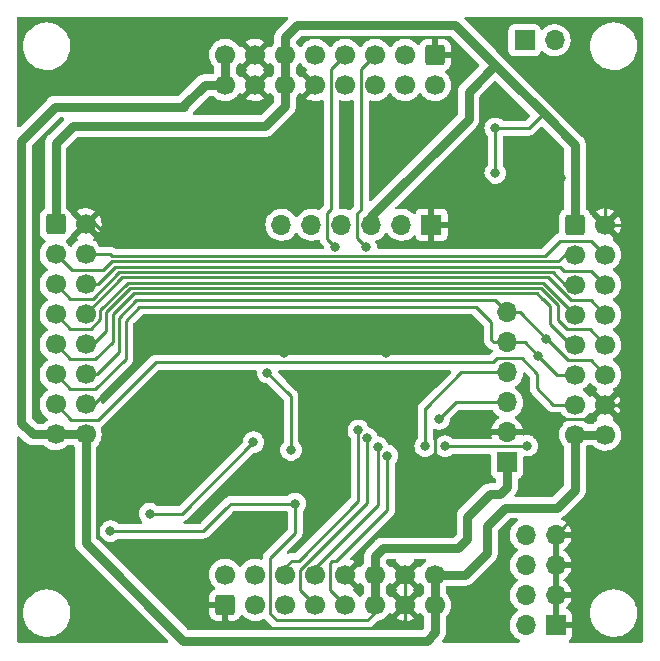
<source format=gbr>
%TF.GenerationSoftware,KiCad,Pcbnew,6.0.11+dfsg-1~bpo11+1*%
%TF.CreationDate,2023-05-15T10:42:25+02:00*%
%TF.ProjectId,dvert_12,64766572-745f-4313-922e-6b696361645f,rev?*%
%TF.SameCoordinates,Original*%
%TF.FileFunction,Copper,L2,Bot*%
%TF.FilePolarity,Positive*%
%FSLAX46Y46*%
G04 Gerber Fmt 4.6, Leading zero omitted, Abs format (unit mm)*
G04 Created by KiCad (PCBNEW 6.0.11+dfsg-1~bpo11+1) date 2023-05-15 10:42:25*
%MOMM*%
%LPD*%
G01*
G04 APERTURE LIST*
G04 Aperture macros list*
%AMRoundRect*
0 Rectangle with rounded corners*
0 $1 Rounding radius*
0 $2 $3 $4 $5 $6 $7 $8 $9 X,Y pos of 4 corners*
0 Add a 4 corners polygon primitive as box body*
4,1,4,$2,$3,$4,$5,$6,$7,$8,$9,$2,$3,0*
0 Add four circle primitives for the rounded corners*
1,1,$1+$1,$2,$3*
1,1,$1+$1,$4,$5*
1,1,$1+$1,$6,$7*
1,1,$1+$1,$8,$9*
0 Add four rect primitives between the rounded corners*
20,1,$1+$1,$2,$3,$4,$5,0*
20,1,$1+$1,$4,$5,$6,$7,0*
20,1,$1+$1,$6,$7,$8,$9,0*
20,1,$1+$1,$8,$9,$2,$3,0*%
G04 Aperture macros list end*
%TA.AperFunction,ComponentPad*%
%ADD10RoundRect,0.250000X-0.600000X-0.600000X0.600000X-0.600000X0.600000X0.600000X-0.600000X0.600000X0*%
%TD*%
%TA.AperFunction,ComponentPad*%
%ADD11C,1.700000*%
%TD*%
%TA.AperFunction,ComponentPad*%
%ADD12RoundRect,0.250000X0.600000X-0.600000X0.600000X0.600000X-0.600000X0.600000X-0.600000X-0.600000X0*%
%TD*%
%TA.AperFunction,ComponentPad*%
%ADD13R,1.700000X1.700000*%
%TD*%
%TA.AperFunction,ComponentPad*%
%ADD14O,1.700000X1.700000*%
%TD*%
%TA.AperFunction,ComponentPad*%
%ADD15RoundRect,0.250000X-0.600000X0.600000X-0.600000X-0.600000X0.600000X-0.600000X0.600000X0.600000X0*%
%TD*%
%TA.AperFunction,ViaPad*%
%ADD16C,0.800000*%
%TD*%
%TA.AperFunction,Conductor*%
%ADD17C,0.250000*%
%TD*%
%TA.AperFunction,Conductor*%
%ADD18C,0.800000*%
%TD*%
G04 APERTURE END LIST*
D10*
%TO.P,J4,1,Pin_1*%
%TO.N,+3V3*%
X163750000Y-84100000D03*
D11*
%TO.P,J4,2,Pin_2*%
%TO.N,GND*%
X166290000Y-84100000D03*
%TO.P,J4,3,Pin_3*%
%TO.N,/TXD*%
X163750000Y-86640000D03*
%TO.P,J4,4,Pin_4*%
%TO.N,/RXD*%
X166290000Y-86640000D03*
%TO.P,J4,5,Pin_5*%
%TO.N,/SCL*%
X163750000Y-89180000D03*
%TO.P,J4,6,Pin_6*%
%TO.N,/SDA*%
X166290000Y-89180000D03*
%TO.P,J4,7,Pin_7*%
%TO.N,/MISO*%
X163750000Y-91720000D03*
%TO.P,J4,8,Pin_8*%
%TO.N,/MOSI*%
X166290000Y-91720000D03*
%TO.P,J4,9,Pin_9*%
%TO.N,/SCK*%
X163750000Y-94260000D03*
%TO.P,J4,10,Pin_10*%
%TO.N,/SS*%
X166290000Y-94260000D03*
%TO.P,J4,11,Pin_11*%
%TO.N,/CANH*%
X163750000Y-96800000D03*
%TO.P,J4,12,Pin_12*%
%TO.N,/CANL*%
X166290000Y-96800000D03*
%TO.P,J4,13,Pin_13*%
%TO.N,Earth*%
X163750000Y-99340000D03*
%TO.P,J4,14,Pin_14*%
%TO.N,GND*%
X166290000Y-99340000D03*
%TO.P,J4,15,Pin_15*%
%TO.N,+24V*%
X163750000Y-101880000D03*
%TO.P,J4,16,Pin_16*%
X166290000Y-101880000D03*
%TD*%
D12*
%TO.P,J2,1,Pin_1*%
%TO.N,GND*%
X134100000Y-116300000D03*
D11*
%TO.P,J2,2,Pin_2*%
%TO.N,/B0*%
X134100000Y-113760000D03*
%TO.P,J2,3,Pin_3*%
%TO.N,/B1*%
X136640000Y-116300000D03*
%TO.P,J2,4,Pin_4*%
%TO.N,/B2*%
X136640000Y-113760000D03*
%TO.P,J2,5,Pin_5*%
%TO.N,/B3*%
X139180000Y-116300000D03*
%TO.P,J2,6,Pin_6*%
%TO.N,/B4*%
X139180000Y-113760000D03*
%TO.P,J2,7,Pin_7*%
%TO.N,/B5*%
X141720000Y-116300000D03*
%TO.P,J2,8,Pin_8*%
%TO.N,/B6*%
X141720000Y-113760000D03*
%TO.P,J2,9,Pin_9*%
%TO.N,/B7*%
X144260000Y-116300000D03*
%TO.P,J2,10,Pin_10*%
%TO.N,GND*%
X144260000Y-113760000D03*
%TO.P,J2,11,Pin_11*%
%TO.N,+3V3*%
X146800000Y-116300000D03*
%TO.P,J2,12,Pin_12*%
X146800000Y-113760000D03*
%TO.P,J2,13,Pin_13*%
%TO.N,GND*%
X149340000Y-116300000D03*
%TO.P,J2,14,Pin_14*%
X149340000Y-113760000D03*
%TO.P,J2,15,Pin_15*%
%TO.N,+24V*%
X151880000Y-116300000D03*
%TO.P,J2,16,Pin_16*%
X151880000Y-113760000D03*
%TD*%
D13*
%TO.P,J7,1,Pin_1*%
%TO.N,/CANH*%
X159460000Y-68500000D03*
D14*
%TO.P,J7,2,Pin_2*%
%TO.N,Net-(J7-Pad2)*%
X162000000Y-68500000D03*
%TD*%
D15*
%TO.P,J1,1,Pin_1*%
%TO.N,GND*%
X151890000Y-69747500D03*
D11*
%TO.P,J1,2,Pin_2*%
%TO.N,/A0*%
X151890000Y-72287500D03*
%TO.P,J1,3,Pin_3*%
%TO.N,/A1*%
X149350000Y-69747500D03*
%TO.P,J1,4,Pin_4*%
%TO.N,/A2*%
X149350000Y-72287500D03*
%TO.P,J1,5,Pin_5*%
%TO.N,/A3*%
X146810000Y-69747500D03*
%TO.P,J1,6,Pin_6*%
%TO.N,/A4*%
X146810000Y-72287500D03*
%TO.P,J1,7,Pin_7*%
%TO.N,/A5*%
X144270000Y-69747500D03*
%TO.P,J1,8,Pin_8*%
%TO.N,/A6*%
X144270000Y-72287500D03*
%TO.P,J1,9,Pin_9*%
%TO.N,/A7*%
X141730000Y-69747500D03*
%TO.P,J1,10,Pin_10*%
%TO.N,GND*%
X141730000Y-72287500D03*
%TO.P,J1,11,Pin_11*%
%TO.N,+3V3*%
X139190000Y-69747500D03*
%TO.P,J1,12,Pin_12*%
X139190000Y-72287500D03*
%TO.P,J1,13,Pin_13*%
%TO.N,GND*%
X136650000Y-69747500D03*
%TO.P,J1,14,Pin_14*%
X136650000Y-72287500D03*
%TO.P,J1,15,Pin_15*%
%TO.N,+24V*%
X134110000Y-69747500D03*
%TO.P,J1,16,Pin_16*%
X134110000Y-72287500D03*
%TD*%
D13*
%TO.P,J6,1,Pin_1*%
%TO.N,+3V3*%
X157985000Y-104245000D03*
D14*
%TO.P,J6,2,Pin_2*%
%TO.N,GND*%
X157985000Y-101705000D03*
%TO.P,J6,3,Pin_3*%
%TO.N,/CTX*%
X157985000Y-99165000D03*
%TO.P,J6,4,Pin_4*%
%TO.N,/CRX*%
X157985000Y-96625000D03*
%TO.P,J6,5,Pin_5*%
%TO.N,/CANH*%
X157985000Y-94085000D03*
%TO.P,J6,6,Pin_6*%
%TO.N,/CANL*%
X157985000Y-91545000D03*
%TD*%
D13*
%TO.P,J5,1,Pin_1*%
%TO.N,GND*%
X151585000Y-84115000D03*
D14*
%TO.P,J5,2,Pin_2*%
%TO.N,unconnected-(J5-Pad2)*%
X149045000Y-84115000D03*
%TO.P,J5,3,Pin_3*%
%TO.N,+3V3*%
X146505000Y-84115000D03*
%TO.P,J5,4,Pin_4*%
%TO.N,/RX_0*%
X143965000Y-84115000D03*
%TO.P,J5,5,Pin_5*%
%TO.N,/TX_0*%
X141425000Y-84115000D03*
%TO.P,J5,6,Pin_6*%
%TO.N,unconnected-(J5-Pad6)*%
X138885000Y-84115000D03*
%TD*%
D13*
%TO.P,J8,1,Pin_1*%
%TO.N,GND*%
X162100000Y-118000000D03*
D14*
%TO.P,J8,2,Pin_2*%
%TO.N,/ADDR0*%
X159560000Y-118000000D03*
%TO.P,J8,3,Pin_3*%
%TO.N,GND*%
X162100000Y-115460000D03*
%TO.P,J8,4,Pin_4*%
%TO.N,/ADDR1*%
X159560000Y-115460000D03*
%TO.P,J8,5,Pin_5*%
%TO.N,GND*%
X162100000Y-112920000D03*
%TO.P,J8,6,Pin_6*%
%TO.N,/ADDR2*%
X159560000Y-112920000D03*
%TO.P,J8,7,Pin_7*%
%TO.N,GND*%
X162100000Y-110380000D03*
%TO.P,J8,8,Pin_8*%
%TO.N,/ADDR3*%
X159560000Y-110380000D03*
%TD*%
D10*
%TO.P,J3,1,Pin_1*%
%TO.N,+3V3*%
X119760000Y-84080000D03*
D11*
%TO.P,J3,2,Pin_2*%
%TO.N,GND*%
X122300000Y-84080000D03*
%TO.P,J3,3,Pin_3*%
%TO.N,/TXD*%
X119760000Y-86620000D03*
%TO.P,J3,4,Pin_4*%
%TO.N,/RXD*%
X122300000Y-86620000D03*
%TO.P,J3,5,Pin_5*%
%TO.N,/SCL*%
X119760000Y-89160000D03*
%TO.P,J3,6,Pin_6*%
%TO.N,/SDA*%
X122300000Y-89160000D03*
%TO.P,J3,7,Pin_7*%
%TO.N,/MISO*%
X119760000Y-91700000D03*
%TO.P,J3,8,Pin_8*%
%TO.N,/MOSI*%
X122300000Y-91700000D03*
%TO.P,J3,9,Pin_9*%
%TO.N,/SCK*%
X119760000Y-94240000D03*
%TO.P,J3,10,Pin_10*%
%TO.N,/SS*%
X122300000Y-94240000D03*
%TO.P,J3,11,Pin_11*%
%TO.N,/CANH*%
X119760000Y-96780000D03*
%TO.P,J3,12,Pin_12*%
%TO.N,/CANL*%
X122300000Y-96780000D03*
%TO.P,J3,13,Pin_13*%
%TO.N,Earth*%
X119760000Y-99320000D03*
%TO.P,J3,14,Pin_14*%
%TO.N,GND*%
X122300000Y-99320000D03*
%TO.P,J3,15,Pin_15*%
%TO.N,+24V*%
X119760000Y-101860000D03*
%TO.P,J3,16,Pin_16*%
X122300000Y-101860000D03*
%TD*%
D16*
%TO.N,GND*%
X139120000Y-94950000D03*
X147750000Y-94950000D03*
X147790000Y-97810000D03*
X118200000Y-80860000D03*
X144620000Y-77460000D03*
X166280000Y-80180000D03*
X118500000Y-108480000D03*
X136670000Y-85550000D03*
X127350000Y-94950000D03*
X157060000Y-81170000D03*
X156980000Y-74670000D03*
X129700000Y-113430000D03*
X148100000Y-77470000D03*
X154940000Y-115660000D03*
X162510000Y-80170000D03*
%TO.N,+3V3*%
X140040000Y-107720000D03*
X124390000Y-110050000D03*
X156970000Y-75930000D03*
X156970000Y-79750000D03*
%TO.N,/A3*%
X146050000Y-86040000D03*
%TO.N,/A5*%
X143450000Y-86020000D03*
%TO.N,+24V*%
X163750000Y-106550000D03*
%TO.N,/B4*%
X145388371Y-101518439D03*
%TO.N,/B5*%
X146110000Y-102210000D03*
%TO.N,/B6*%
X147030000Y-102940000D03*
%TO.N,/B7*%
X147860000Y-103670000D03*
%TO.N,/SDA*%
X159680000Y-102830000D03*
X152740000Y-102870000D03*
%TO.N,/CANH*%
X160604500Y-95190000D03*
%TO.N,/CANL*%
X161320500Y-93800000D03*
%TO.N,/CTX*%
X152220000Y-100570000D03*
%TO.N,/CRX*%
X151050000Y-102860000D03*
%TO.N,/RST*%
X137700000Y-96650000D03*
X139690000Y-103190000D03*
%TO.N,/WEB*%
X136500000Y-102530000D03*
X127710000Y-108570000D03*
%TD*%
D17*
%TO.N,GND*%
X157985000Y-101705000D02*
X152305000Y-101705000D01*
X150350000Y-104070000D02*
X150060000Y-104070000D01*
X168620000Y-84790000D02*
X168620000Y-98100000D01*
X157060000Y-81170000D02*
X157010000Y-81170000D01*
X151880000Y-102130000D02*
X151880000Y-103220000D01*
X157010000Y-81170000D02*
X155870000Y-80030000D01*
X162100000Y-112920000D02*
X162100000Y-115460000D01*
X122980000Y-99320000D02*
X127340000Y-94960000D01*
X134100000Y-116300000D02*
X134100000Y-117500000D01*
X161510000Y-81170000D02*
X162510000Y-80170000D01*
X151585000Y-84115000D02*
X154115000Y-84115000D01*
X127350000Y-94950000D02*
X147750000Y-94950000D01*
X162100000Y-110380000D02*
X162100000Y-112920000D01*
X124590000Y-85550000D02*
X136670000Y-85550000D01*
X127340000Y-94960000D02*
X127350000Y-94950000D01*
X134880000Y-118280000D02*
X148610000Y-118280000D01*
X165100000Y-100530000D02*
X166290000Y-99340000D01*
X134100000Y-117500000D02*
X134880000Y-118280000D01*
X161455000Y-101705000D02*
X162630000Y-100530000D01*
X150060000Y-104070000D02*
X149150000Y-103160000D01*
X156580000Y-74670000D02*
X156980000Y-74670000D01*
X131850000Y-115500000D02*
X131850000Y-114380000D01*
X132650000Y-116300000D02*
X131850000Y-115500000D01*
X166290000Y-99340000D02*
X167380000Y-99340000D01*
X157985000Y-101705000D02*
X161455000Y-101705000D01*
X149150000Y-100050000D02*
X149150000Y-99170000D01*
X122300000Y-99320000D02*
X122980000Y-99320000D01*
X167380000Y-99340000D02*
X168330000Y-100290000D01*
X122300000Y-84080000D02*
X123120000Y-84080000D01*
X155870000Y-80030000D02*
X155870000Y-76630000D01*
X168620000Y-98100000D02*
X167380000Y-99340000D01*
X148610000Y-118280000D02*
X149340000Y-117550000D01*
X167930000Y-84100000D02*
X168620000Y-84790000D01*
X151880000Y-103220000D02*
X151880000Y-103790000D01*
X155870000Y-76630000D02*
X155870000Y-75380000D01*
X130900000Y-113430000D02*
X129700000Y-113430000D01*
X162100000Y-115460000D02*
X162100000Y-118000000D01*
X166290000Y-84100000D02*
X167930000Y-84100000D01*
X154115000Y-84115000D02*
X157060000Y-81170000D01*
X151920000Y-102090000D02*
X151880000Y-102130000D01*
X134100000Y-116300000D02*
X132650000Y-116300000D01*
X155870000Y-75380000D02*
X156580000Y-74670000D01*
X166290000Y-80190000D02*
X166290000Y-84100000D01*
X157060000Y-81170000D02*
X161510000Y-81170000D01*
X123120000Y-84080000D02*
X124590000Y-85550000D01*
X152305000Y-101705000D02*
X151920000Y-102090000D01*
X149340000Y-113760000D02*
X149340000Y-116300000D01*
X149150000Y-99170000D02*
X147790000Y-97810000D01*
X151880000Y-103790000D02*
X151600000Y-104070000D01*
X166280000Y-80180000D02*
X166290000Y-80190000D01*
X149150000Y-103160000D02*
X149150000Y-100050000D01*
X149340000Y-117550000D02*
X149340000Y-116300000D01*
X168330000Y-100290000D02*
X168330000Y-104150000D01*
X151600000Y-104070000D02*
X150350000Y-104070000D01*
X162630000Y-100530000D02*
X165100000Y-100530000D01*
X168330000Y-104150000D02*
X162100000Y-110380000D01*
X131850000Y-114380000D02*
X130900000Y-113430000D01*
D18*
%TO.N,+3V3*%
X157985000Y-106315000D02*
X157985000Y-104245000D01*
X137490000Y-75770000D02*
X139190000Y-74070000D01*
D17*
X137930000Y-117070000D02*
X138470000Y-117610000D01*
D18*
X146800000Y-112170000D02*
X147460000Y-111510000D01*
X119760000Y-84080000D02*
X119760000Y-77230000D01*
D17*
X156970000Y-79750000D02*
X156970000Y-75930000D01*
X146800000Y-116970000D02*
X146800000Y-116300000D01*
X146160000Y-117610000D02*
X146800000Y-116970000D01*
X159850000Y-75930000D02*
X161090000Y-74690000D01*
D18*
X139190000Y-68250000D02*
X139190000Y-69747500D01*
X146800000Y-113760000D02*
X146800000Y-116300000D01*
X121220000Y-75770000D02*
X137490000Y-75770000D01*
X146505000Y-84115000D02*
X146505000Y-83355000D01*
X163750000Y-84100000D02*
X163750000Y-77350000D01*
X156985000Y-70585000D02*
X153600000Y-67200000D01*
X119760000Y-77230000D02*
X121220000Y-75770000D01*
X156510000Y-106930000D02*
X157370000Y-106930000D01*
D17*
X134180000Y-108130000D02*
X134590000Y-107720000D01*
D18*
X146505000Y-83355000D02*
X154730000Y-75130000D01*
X158055000Y-71655000D02*
X156985000Y-70585000D01*
D17*
X140040000Y-110190000D02*
X137930000Y-112300000D01*
D18*
X147460000Y-111510000D02*
X153860000Y-111510000D01*
X163750000Y-77350000D02*
X161090000Y-74690000D01*
D17*
X124390000Y-110050000D02*
X132260000Y-110050000D01*
D18*
X157370000Y-106930000D02*
X157985000Y-106315000D01*
X153860000Y-111510000D02*
X154620000Y-110750000D01*
X139190000Y-69747500D02*
X139190000Y-72287500D01*
D17*
X134590000Y-107720000D02*
X140040000Y-107720000D01*
D18*
X154730000Y-75130000D02*
X154730000Y-72840000D01*
X146800000Y-113760000D02*
X146800000Y-112170000D01*
D17*
X140040000Y-107720000D02*
X140040000Y-110190000D01*
D18*
X139190000Y-74070000D02*
X139190000Y-72287500D01*
D17*
X132260000Y-110050000D02*
X134180000Y-108130000D01*
D18*
X154620000Y-110750000D02*
X154620000Y-108820000D01*
X154730000Y-72840000D02*
X156985000Y-70585000D01*
D17*
X138470000Y-117610000D02*
X146160000Y-117610000D01*
D18*
X161090000Y-74690000D02*
X158055000Y-71655000D01*
X154620000Y-108820000D02*
X156510000Y-106930000D01*
X153600000Y-67200000D02*
X140240000Y-67200000D01*
X140240000Y-67200000D02*
X139190000Y-68250000D01*
D17*
X156970000Y-75930000D02*
X159850000Y-75930000D01*
X137930000Y-112300000D02*
X137930000Y-117070000D01*
%TO.N,/A3*%
X145290000Y-85280000D02*
X146050000Y-86040000D01*
X145635000Y-70922500D02*
X145635000Y-82825000D01*
X145290000Y-84570000D02*
X145290000Y-85280000D01*
X145635000Y-82825000D02*
X145290000Y-83170000D01*
X145290000Y-83170000D02*
X145290000Y-84570000D01*
X146810000Y-69747500D02*
X145635000Y-70922500D01*
%TO.N,/A5*%
X142740000Y-85310000D02*
X143450000Y-86020000D01*
X144270000Y-69747500D02*
X143080000Y-70937500D01*
X143080000Y-70937500D02*
X143080000Y-82760000D01*
X143080000Y-82760000D02*
X142740000Y-83100000D01*
X142740000Y-83100000D02*
X142740000Y-85310000D01*
D18*
%TO.N,+24V*%
X117810000Y-101860000D02*
X116830000Y-100880000D01*
X151880000Y-113760000D02*
X154420000Y-113760000D01*
X156280000Y-111900000D02*
X156280000Y-109610000D01*
X163750000Y-106550000D02*
X162230000Y-108070000D01*
X163750000Y-101880000D02*
X163750000Y-106550000D01*
X122300000Y-101860000D02*
X122300000Y-111040000D01*
X134110000Y-69747500D02*
X134110000Y-72287500D01*
X122300000Y-111040000D02*
X130580000Y-119320000D01*
X119760000Y-101860000D02*
X117810000Y-101860000D01*
X130660000Y-74110000D02*
X119730000Y-74110000D01*
X162230000Y-108070000D02*
X157820000Y-108070000D01*
X166290000Y-101880000D02*
X163750000Y-101880000D01*
X151180000Y-119320000D02*
X151880000Y-118620000D01*
X119760000Y-101860000D02*
X122300000Y-101860000D01*
X119730000Y-74110000D02*
X116830000Y-77010000D01*
X116830000Y-100880000D02*
X116830000Y-77010000D01*
X151880000Y-113760000D02*
X151880000Y-116300000D01*
X156280000Y-109610000D02*
X157820000Y-108070000D01*
X154420000Y-113760000D02*
X156280000Y-111900000D01*
X130580000Y-119320000D02*
X151180000Y-119320000D01*
X134110000Y-72287500D02*
X132392500Y-72287500D01*
X132392500Y-72287500D02*
X130660000Y-74020000D01*
X151880000Y-118620000D02*
X151880000Y-116300000D01*
X130660000Y-74020000D02*
X130660000Y-74110000D01*
D17*
%TO.N,/B4*%
X145385000Y-101521810D02*
X145385000Y-107495000D01*
X139750000Y-112550000D02*
X139180000Y-113120000D01*
X145385000Y-107495000D02*
X140330000Y-112550000D01*
X145388371Y-101518439D02*
X145385000Y-101521810D01*
X139180000Y-113120000D02*
X139180000Y-113760000D01*
X140330000Y-112550000D02*
X139750000Y-112550000D01*
%TO.N,/B5*%
X146140000Y-107650000D02*
X146140000Y-102240000D01*
X141720000Y-116300000D02*
X140460000Y-115040000D01*
X140460000Y-115040000D02*
X140460000Y-113620000D01*
X140460000Y-113330000D02*
X146140000Y-107650000D01*
X140460000Y-113620000D02*
X140460000Y-113330000D01*
X146140000Y-102240000D02*
X146110000Y-102210000D01*
%TO.N,/B6*%
X141720000Y-113170000D02*
X141720000Y-113760000D01*
X147030000Y-102940000D02*
X147030000Y-107860000D01*
X147030000Y-107860000D02*
X141720000Y-113170000D01*
%TO.N,/B7*%
X143155000Y-112605000D02*
X142970000Y-112790000D01*
X142970000Y-112790000D02*
X142970000Y-115010000D01*
X147860000Y-103670000D02*
X147860000Y-108260000D01*
X147860000Y-108260000D02*
X143515000Y-112605000D01*
X142970000Y-115010000D02*
X144260000Y-116300000D01*
X143515000Y-112605000D02*
X143155000Y-112605000D01*
%TO.N,/TXD*%
X119760000Y-86620000D02*
X121125000Y-87985000D01*
X162900000Y-86640000D02*
X163750000Y-86640000D01*
X124570000Y-87220000D02*
X162320000Y-87220000D01*
X162320000Y-87220000D02*
X162900000Y-86640000D01*
X123805000Y-87985000D02*
X124570000Y-87220000D01*
X121125000Y-87985000D02*
X123805000Y-87985000D01*
%TO.N,/RXD*%
X124360000Y-86620000D02*
X124510000Y-86770000D01*
X165115000Y-85465000D02*
X162485000Y-85465000D01*
X162485000Y-85465000D02*
X161180000Y-86770000D01*
X166290000Y-86640000D02*
X165115000Y-85465000D01*
X161180000Y-86770000D02*
X124510000Y-86770000D01*
X122300000Y-86620000D02*
X124360000Y-86620000D01*
%TO.N,/SCL*%
X122890000Y-90390000D02*
X125150000Y-88130000D01*
X120990000Y-90390000D02*
X122890000Y-90390000D01*
X125150000Y-88130000D02*
X161860000Y-88130000D01*
X162910000Y-89180000D02*
X163750000Y-89180000D01*
X119760000Y-89160000D02*
X120990000Y-90390000D01*
X161860000Y-88130000D02*
X162910000Y-89180000D01*
%TO.N,/SDA*%
X122300000Y-89160000D02*
X123310000Y-89160000D01*
X124800000Y-87670000D02*
X162450000Y-87670000D01*
X152750000Y-102880000D02*
X152740000Y-102870000D01*
X162450000Y-87670000D02*
X162785000Y-88005000D01*
X159630000Y-102880000D02*
X156670000Y-102880000D01*
X165115000Y-88005000D02*
X166290000Y-89180000D01*
X159680000Y-102830000D02*
X159630000Y-102880000D01*
X123310000Y-89160000D02*
X124800000Y-87670000D01*
X162785000Y-88005000D02*
X165115000Y-88005000D01*
X156670000Y-102880000D02*
X152750000Y-102880000D01*
%TO.N,/MISO*%
X125860000Y-89030000D02*
X161060000Y-89030000D01*
X123540851Y-92120851D02*
X123540851Y-91349149D01*
X161060000Y-89030000D02*
X163750000Y-91720000D01*
X122721701Y-92940000D02*
X123540851Y-92120851D01*
X121000000Y-92940000D02*
X122721701Y-92940000D01*
X123540851Y-91349149D02*
X125860000Y-89030000D01*
X119760000Y-91700000D02*
X121000000Y-92940000D01*
%TO.N,/MOSI*%
X125420000Y-88580000D02*
X161488300Y-88580000D01*
X165060000Y-90490000D02*
X166290000Y-91720000D01*
X161488300Y-88580000D02*
X163398299Y-90490000D01*
X122300000Y-91700000D02*
X125420000Y-88580000D01*
X163398299Y-90490000D02*
X165060000Y-90490000D01*
%TO.N,/SCK*%
X161000000Y-90370000D02*
X161620000Y-90990000D01*
X125250000Y-91070000D02*
X126390000Y-89930000D01*
X160500000Y-89930000D02*
X160940000Y-90370000D01*
X123130000Y-95500000D02*
X124600000Y-94030000D01*
X121020000Y-95500000D02*
X123130000Y-95500000D01*
X124600000Y-91700000D02*
X125230000Y-91070000D01*
X161620000Y-92510000D02*
X163370000Y-94260000D01*
X119760000Y-94240000D02*
X121020000Y-95500000D01*
X161620000Y-90990000D02*
X161620000Y-92510000D01*
X124600000Y-94030000D02*
X124600000Y-91700000D01*
X163370000Y-94260000D02*
X163750000Y-94260000D01*
X126390000Y-89930000D02*
X160500000Y-89930000D01*
X160940000Y-90370000D02*
X161000000Y-90370000D01*
X125230000Y-91070000D02*
X125250000Y-91070000D01*
%TO.N,/SS*%
X160873604Y-89480000D02*
X162310000Y-90916396D01*
X122300000Y-94240000D02*
X122900000Y-94240000D01*
X163060000Y-92940000D02*
X164970000Y-92940000D01*
X164970000Y-92940000D02*
X166290000Y-94260000D01*
X162310000Y-90916396D02*
X162310000Y-92190000D01*
X124035000Y-91545000D02*
X126100000Y-89480000D01*
X162310000Y-92190000D02*
X163060000Y-92940000D01*
X122900000Y-94240000D02*
X124035000Y-93105000D01*
X124035000Y-93105000D02*
X124035000Y-91545000D01*
X126100000Y-89480000D02*
X160873604Y-89480000D01*
%TO.N,/CANH*%
X157985000Y-94085000D02*
X159499500Y-94085000D01*
X155350000Y-91080000D02*
X156640000Y-92370000D01*
X119760000Y-96780000D02*
X121020000Y-98040000D01*
X162214500Y-96800000D02*
X160604500Y-95190000D01*
X125690000Y-92230000D02*
X126840000Y-91080000D01*
X123110000Y-98040000D02*
X125690000Y-95460000D01*
X121020000Y-98040000D02*
X123110000Y-98040000D01*
X156885000Y-94085000D02*
X157985000Y-94085000D01*
X156640000Y-93840000D02*
X156885000Y-94085000D01*
X156640000Y-92370000D02*
X156640000Y-93840000D01*
X125690000Y-95460000D02*
X125690000Y-92230000D01*
X126840000Y-91080000D02*
X155350000Y-91080000D01*
X159499500Y-94085000D02*
X160604500Y-95190000D01*
X163750000Y-96800000D02*
X162214500Y-96800000D01*
%TO.N,/CANL*%
X161320500Y-93800000D02*
X161300000Y-93800000D01*
X126570000Y-90510000D02*
X156950000Y-90510000D01*
X156950000Y-90510000D02*
X157985000Y-91545000D01*
X161300000Y-93800000D02*
X159045000Y-91545000D01*
X157985000Y-91545000D02*
X159045000Y-91545000D01*
X125090000Y-94920000D02*
X125090000Y-91990000D01*
X161685000Y-94115000D02*
X161370000Y-93800000D01*
X125090000Y-91990000D02*
X126570000Y-90510000D01*
X161685000Y-94115000D02*
X163170000Y-95600000D01*
X123230000Y-96780000D02*
X125090000Y-94920000D01*
X165090000Y-95600000D02*
X166290000Y-96800000D01*
X161135000Y-93565000D02*
X161685000Y-94115000D01*
X161370000Y-93800000D02*
X161320500Y-93800000D01*
X163170000Y-95600000D02*
X165090000Y-95600000D01*
X122300000Y-96780000D02*
X123230000Y-96780000D01*
%TO.N,Earth*%
X163750000Y-99340000D02*
X161890000Y-99340000D01*
X159230000Y-95430000D02*
X160530000Y-96730000D01*
X157120000Y-95430000D02*
X159230000Y-95430000D01*
X121060000Y-100620000D02*
X123390000Y-100620000D01*
X156770000Y-95780000D02*
X157120000Y-95430000D01*
X119760000Y-99320000D02*
X121060000Y-100620000D01*
X123390000Y-100620000D02*
X128230000Y-95780000D01*
X128230000Y-95780000D02*
X156770000Y-95780000D01*
X160530000Y-97980000D02*
X160530000Y-96730000D01*
X161890000Y-99340000D02*
X160530000Y-97980000D01*
%TO.N,/CTX*%
X157985000Y-99165000D02*
X153625000Y-99165000D01*
X153625000Y-99165000D02*
X152220000Y-100570000D01*
%TO.N,/CRX*%
X154095000Y-96625000D02*
X151100000Y-99620000D01*
X151050000Y-99670000D02*
X151050000Y-102860000D01*
X151100000Y-99620000D02*
X151050000Y-99670000D01*
X157985000Y-96625000D02*
X154095000Y-96625000D01*
%TO.N,/RST*%
X137700000Y-96650000D02*
X139520000Y-98470000D01*
X139520000Y-98470000D02*
X139690000Y-98640000D01*
X139690000Y-98640000D02*
X139690000Y-103190000D01*
%TO.N,/WEB*%
X136500000Y-102530000D02*
X130460000Y-108570000D01*
X130460000Y-108570000D02*
X127710000Y-108570000D01*
%TD*%
%TA.AperFunction,Conductor*%
%TO.N,GND*%
G36*
X158863227Y-108998502D02*
G01*
X158909720Y-109052158D01*
X158919824Y-109122432D01*
X158890330Y-109187012D01*
X158853288Y-109216262D01*
X158833607Y-109226507D01*
X158829474Y-109229610D01*
X158829471Y-109229612D01*
X158790487Y-109258882D01*
X158654965Y-109360635D01*
X158500629Y-109522138D01*
X158374743Y-109706680D01*
X158358899Y-109740814D01*
X158300495Y-109866635D01*
X158280688Y-109909305D01*
X158220989Y-110124570D01*
X158197251Y-110346695D01*
X158197548Y-110351848D01*
X158197548Y-110351851D01*
X158206982Y-110515472D01*
X158210110Y-110569715D01*
X158211247Y-110574761D01*
X158211248Y-110574767D01*
X158232275Y-110668069D01*
X158259222Y-110787639D01*
X158343266Y-110994616D01*
X158345965Y-110999020D01*
X158454607Y-111176308D01*
X158459987Y-111185088D01*
X158606250Y-111353938D01*
X158750440Y-111473647D01*
X158761538Y-111482860D01*
X158778126Y-111496632D01*
X158824425Y-111523687D01*
X158851445Y-111539476D01*
X158900169Y-111591114D01*
X158913240Y-111660897D01*
X158886509Y-111726669D01*
X158846055Y-111760027D01*
X158833607Y-111766507D01*
X158829474Y-111769610D01*
X158829471Y-111769612D01*
X158659100Y-111897530D01*
X158654965Y-111900635D01*
X158636605Y-111919848D01*
X158512912Y-112049285D01*
X158500629Y-112062138D01*
X158497715Y-112066410D01*
X158497714Y-112066411D01*
X158445519Y-112142926D01*
X158374743Y-112246680D01*
X158359303Y-112279943D01*
X158283246Y-112443795D01*
X158280688Y-112449305D01*
X158220989Y-112664570D01*
X158197251Y-112886695D01*
X158197548Y-112891848D01*
X158197548Y-112891851D01*
X158208535Y-113082401D01*
X158210110Y-113109715D01*
X158211247Y-113114761D01*
X158211248Y-113114767D01*
X158222468Y-113164552D01*
X158259222Y-113327639D01*
X158320673Y-113478976D01*
X158333152Y-113509707D01*
X158343266Y-113534616D01*
X158459987Y-113725088D01*
X158606250Y-113893938D01*
X158778126Y-114036632D01*
X158848595Y-114077811D01*
X158851445Y-114079476D01*
X158900169Y-114131114D01*
X158913240Y-114200897D01*
X158886509Y-114266669D01*
X158846055Y-114300027D01*
X158833607Y-114306507D01*
X158829474Y-114309610D01*
X158829471Y-114309612D01*
X158662278Y-114435144D01*
X158654965Y-114440635D01*
X158651393Y-114444373D01*
X158511060Y-114591223D01*
X158500629Y-114602138D01*
X158497715Y-114606410D01*
X158497714Y-114606411D01*
X158455595Y-114668156D01*
X158374743Y-114786680D01*
X158344706Y-114851389D01*
X158284047Y-114982069D01*
X158280688Y-114989305D01*
X158220989Y-115204570D01*
X158197251Y-115426695D01*
X158197548Y-115431848D01*
X158197548Y-115431851D01*
X158208782Y-115626680D01*
X158210110Y-115649715D01*
X158211247Y-115654761D01*
X158211248Y-115654767D01*
X158227651Y-115727548D01*
X158259222Y-115867639D01*
X158316429Y-116008524D01*
X158330479Y-116043124D01*
X158343266Y-116074616D01*
X158459987Y-116265088D01*
X158606250Y-116433938D01*
X158778126Y-116576632D01*
X158806176Y-116593023D01*
X158851445Y-116619476D01*
X158900169Y-116671114D01*
X158913240Y-116740897D01*
X158886509Y-116806669D01*
X158846055Y-116840027D01*
X158833607Y-116846507D01*
X158829474Y-116849610D01*
X158829471Y-116849612D01*
X158660472Y-116976500D01*
X158654965Y-116980635D01*
X158500629Y-117142138D01*
X158497715Y-117146410D01*
X158497714Y-117146411D01*
X158428393Y-117248032D01*
X158374743Y-117326680D01*
X158339187Y-117403279D01*
X158293392Y-117501937D01*
X158280688Y-117529305D01*
X158220989Y-117744570D01*
X158197251Y-117966695D01*
X158197548Y-117971848D01*
X158197548Y-117971851D01*
X158204277Y-118088556D01*
X158210110Y-118189715D01*
X158211247Y-118194761D01*
X158211248Y-118194767D01*
X158225863Y-118259616D01*
X158259222Y-118407639D01*
X158343266Y-118614616D01*
X158345965Y-118619020D01*
X158454381Y-118795939D01*
X158459987Y-118805088D01*
X158606250Y-118973938D01*
X158778126Y-119116632D01*
X158971000Y-119229338D01*
X159013589Y-119245601D01*
X159019321Y-119247790D01*
X159075824Y-119290778D01*
X159100117Y-119357489D01*
X159084487Y-119426743D01*
X159033896Y-119476554D01*
X158974372Y-119491500D01*
X152600805Y-119491500D01*
X152532684Y-119471498D01*
X152486191Y-119417842D01*
X152476087Y-119347568D01*
X152507167Y-119281191D01*
X152537026Y-119248030D01*
X152541548Y-119243266D01*
X152556072Y-119228742D01*
X152569023Y-119212749D01*
X152573269Y-119207778D01*
X152619040Y-119156944D01*
X152622341Y-119151227D01*
X152626074Y-119144762D01*
X152637271Y-119128471D01*
X152641971Y-119122667D01*
X152641975Y-119122661D01*
X152646129Y-119117531D01*
X152677189Y-119056572D01*
X152680336Y-119050777D01*
X152711223Y-118997279D01*
X152711223Y-118997278D01*
X152714527Y-118991556D01*
X152718875Y-118978173D01*
X152726441Y-118959907D01*
X152729832Y-118953252D01*
X152732829Y-118947370D01*
X152743808Y-118906399D01*
X152750529Y-118881315D01*
X152752402Y-118874991D01*
X152771500Y-118816212D01*
X152773542Y-118809928D01*
X152775012Y-118795939D01*
X152778617Y-118776486D01*
X152778748Y-118776000D01*
X152782257Y-118762904D01*
X152785836Y-118694615D01*
X152786353Y-118688040D01*
X152788156Y-118670882D01*
X152788500Y-118667610D01*
X152788500Y-118647075D01*
X152788673Y-118640481D01*
X152791907Y-118578783D01*
X152791907Y-118578778D01*
X152792252Y-118572191D01*
X152790051Y-118558293D01*
X152788500Y-118538584D01*
X152788500Y-117364953D01*
X152808502Y-117296832D01*
X152825560Y-117275702D01*
X152872672Y-117228755D01*
X152918096Y-117183489D01*
X152921333Y-117178985D01*
X153045435Y-117006277D01*
X153048453Y-117002077D01*
X153059051Y-116980635D01*
X153145136Y-116806453D01*
X153145137Y-116806451D01*
X153147430Y-116801811D01*
X153189176Y-116664408D01*
X153210865Y-116593023D01*
X153210865Y-116593021D01*
X153212370Y-116588069D01*
X153241529Y-116366590D01*
X153242004Y-116347137D01*
X153243074Y-116303365D01*
X153243074Y-116303361D01*
X153243156Y-116300000D01*
X153224852Y-116077361D01*
X153170431Y-115860702D01*
X153081354Y-115655840D01*
X153014424Y-115552382D01*
X152962822Y-115472617D01*
X152962820Y-115472614D01*
X152960014Y-115468277D01*
X152952483Y-115460000D01*
X152821307Y-115315839D01*
X152790255Y-115251993D01*
X152788500Y-115231039D01*
X152788500Y-114824953D01*
X152808502Y-114756832D01*
X152825561Y-114735701D01*
X152856121Y-114705248D01*
X152918493Y-114671333D01*
X152945060Y-114668500D01*
X154338583Y-114668500D01*
X154358292Y-114670051D01*
X154372190Y-114672252D01*
X154378777Y-114671907D01*
X154378782Y-114671907D01*
X154440480Y-114668673D01*
X154447074Y-114668500D01*
X154467610Y-114668500D01*
X154470882Y-114668156D01*
X154470884Y-114668156D01*
X154488042Y-114666353D01*
X154494616Y-114665836D01*
X154556308Y-114662603D01*
X154556312Y-114662602D01*
X154562903Y-114662257D01*
X154569284Y-114660547D01*
X154569286Y-114660547D01*
X154576491Y-114658617D01*
X154595925Y-114655015D01*
X154603354Y-114654234D01*
X154603363Y-114654232D01*
X154609928Y-114653542D01*
X154674997Y-114632400D01*
X154681299Y-114630533D01*
X154747370Y-114612829D01*
X154759908Y-114606440D01*
X154778174Y-114598875D01*
X154785272Y-114596569D01*
X154785274Y-114596568D01*
X154791556Y-114594527D01*
X154850785Y-114560331D01*
X154856579Y-114557185D01*
X154917530Y-114526129D01*
X154928467Y-114517273D01*
X154944763Y-114506073D01*
X154951224Y-114502343D01*
X154951228Y-114502340D01*
X154956944Y-114499040D01*
X154961850Y-114494623D01*
X154961855Y-114494619D01*
X155007769Y-114453278D01*
X155012784Y-114448994D01*
X155026177Y-114438148D01*
X155028741Y-114436072D01*
X155043256Y-114421557D01*
X155048041Y-114417016D01*
X155093957Y-114375673D01*
X155098866Y-114371253D01*
X155107140Y-114359865D01*
X155119981Y-114344832D01*
X156864832Y-112599981D01*
X156879865Y-112587140D01*
X156885913Y-112582746D01*
X156885914Y-112582745D01*
X156891253Y-112578866D01*
X156937016Y-112528041D01*
X156941557Y-112523256D01*
X156956072Y-112508741D01*
X156968994Y-112492784D01*
X156973278Y-112487769D01*
X157014619Y-112441855D01*
X157014623Y-112441850D01*
X157019040Y-112436944D01*
X157022340Y-112431228D01*
X157022343Y-112431224D01*
X157026073Y-112424763D01*
X157037273Y-112408466D01*
X157041975Y-112402660D01*
X157041976Y-112402658D01*
X157046129Y-112397530D01*
X157077186Y-112336577D01*
X157080333Y-112330782D01*
X157111223Y-112277279D01*
X157111224Y-112277278D01*
X157114527Y-112271556D01*
X157116633Y-112265076D01*
X157118875Y-112258174D01*
X157126441Y-112239907D01*
X157129832Y-112233252D01*
X157132829Y-112227370D01*
X157135472Y-112217509D01*
X157150529Y-112161315D01*
X157152402Y-112154991D01*
X157160623Y-112129688D01*
X157173542Y-112089928D01*
X157175012Y-112075939D01*
X157178617Y-112056486D01*
X157180547Y-112049285D01*
X157182257Y-112042904D01*
X157182740Y-112033692D01*
X157185836Y-111974615D01*
X157186353Y-111968040D01*
X157188156Y-111950882D01*
X157188500Y-111947610D01*
X157188500Y-111927075D01*
X157188673Y-111920481D01*
X157191907Y-111858783D01*
X157191907Y-111858778D01*
X157192252Y-111852191D01*
X157190051Y-111838293D01*
X157188500Y-111818584D01*
X157188500Y-110038503D01*
X157208502Y-109970382D01*
X157225405Y-109949408D01*
X158159408Y-109015405D01*
X158221720Y-108981379D01*
X158248503Y-108978500D01*
X158795106Y-108978500D01*
X158863227Y-108998502D01*
G37*
%TD.AperFunction*%
%TA.AperFunction,Conductor*%
G36*
X116717012Y-102052279D02*
G01*
X116723595Y-102058408D01*
X117110019Y-102444832D01*
X117122860Y-102459865D01*
X117131134Y-102471253D01*
X117150227Y-102488444D01*
X117181959Y-102517016D01*
X117186744Y-102521557D01*
X117201259Y-102536072D01*
X117203823Y-102538148D01*
X117217216Y-102548994D01*
X117222231Y-102553278D01*
X117268145Y-102594619D01*
X117268150Y-102594623D01*
X117273056Y-102599040D01*
X117278772Y-102602340D01*
X117278776Y-102602343D01*
X117285237Y-102606073D01*
X117301533Y-102617273D01*
X117312470Y-102626129D01*
X117373421Y-102657185D01*
X117379218Y-102660333D01*
X117428854Y-102688990D01*
X117438444Y-102694527D01*
X117444726Y-102696568D01*
X117444728Y-102696569D01*
X117451826Y-102698875D01*
X117470092Y-102706440D01*
X117482630Y-102712829D01*
X117489006Y-102714538D01*
X117489010Y-102714539D01*
X117548685Y-102730529D01*
X117555010Y-102732402D01*
X117620072Y-102753542D01*
X117626640Y-102754232D01*
X117626644Y-102754233D01*
X117634061Y-102755012D01*
X117653508Y-102758616D01*
X117667096Y-102762257D01*
X117673695Y-102762603D01*
X117673696Y-102762603D01*
X117735385Y-102765836D01*
X117741960Y-102766353D01*
X117756222Y-102767852D01*
X117762390Y-102768500D01*
X117782925Y-102768500D01*
X117789519Y-102768673D01*
X117851217Y-102771907D01*
X117851222Y-102771907D01*
X117857809Y-102772252D01*
X117871707Y-102770051D01*
X117891416Y-102768500D01*
X118692011Y-102768500D01*
X118760132Y-102788502D01*
X118787248Y-102812002D01*
X118802864Y-102830030D01*
X118802869Y-102830035D01*
X118806250Y-102833938D01*
X118978126Y-102976632D01*
X119171000Y-103089338D01*
X119175825Y-103091180D01*
X119175826Y-103091181D01*
X119223375Y-103109338D01*
X119379692Y-103169030D01*
X119384760Y-103170061D01*
X119384763Y-103170062D01*
X119482762Y-103190000D01*
X119598597Y-103213567D01*
X119603772Y-103213757D01*
X119603774Y-103213757D01*
X119816673Y-103221564D01*
X119816677Y-103221564D01*
X119821837Y-103221753D01*
X119826957Y-103221097D01*
X119826959Y-103221097D01*
X120038288Y-103194025D01*
X120038289Y-103194025D01*
X120043416Y-103193368D01*
X120048366Y-103191883D01*
X120252429Y-103130661D01*
X120252434Y-103130659D01*
X120257384Y-103129174D01*
X120457994Y-103030896D01*
X120639860Y-102901173D01*
X120736120Y-102805248D01*
X120798490Y-102771333D01*
X120825059Y-102768500D01*
X121232011Y-102768500D01*
X121300132Y-102788502D01*
X121327248Y-102812002D01*
X121346250Y-102833938D01*
X121350233Y-102837245D01*
X121353659Y-102840600D01*
X121388334Y-102902553D01*
X121391500Y-102930623D01*
X121391500Y-110958583D01*
X121389949Y-110978292D01*
X121387748Y-110992190D01*
X121388093Y-110998777D01*
X121388093Y-110998782D01*
X121391327Y-111060480D01*
X121391500Y-111067074D01*
X121391500Y-111087610D01*
X121391844Y-111090882D01*
X121391844Y-111090884D01*
X121393647Y-111108042D01*
X121394164Y-111114616D01*
X121397743Y-111182903D01*
X121399453Y-111189284D01*
X121399453Y-111189286D01*
X121401383Y-111196491D01*
X121404985Y-111215925D01*
X121405766Y-111223354D01*
X121405768Y-111223363D01*
X121406458Y-111229928D01*
X121427600Y-111294997D01*
X121429467Y-111301299D01*
X121447171Y-111367370D01*
X121451360Y-111375591D01*
X121453559Y-111379907D01*
X121461125Y-111398173D01*
X121465473Y-111411556D01*
X121468776Y-111417278D01*
X121468777Y-111417279D01*
X121499667Y-111470782D01*
X121502814Y-111476577D01*
X121533871Y-111537530D01*
X121538024Y-111542658D01*
X121538025Y-111542660D01*
X121542727Y-111548466D01*
X121553927Y-111564763D01*
X121557657Y-111571224D01*
X121557660Y-111571228D01*
X121560960Y-111576944D01*
X121565377Y-111581850D01*
X121565381Y-111581855D01*
X121606722Y-111627769D01*
X121611006Y-111632784D01*
X121617888Y-111641282D01*
X121623928Y-111648741D01*
X121638443Y-111663256D01*
X121642984Y-111668041D01*
X121688747Y-111718866D01*
X121694086Y-111722745D01*
X121694087Y-111722746D01*
X121700135Y-111727140D01*
X121715168Y-111739981D01*
X129251592Y-119276405D01*
X129285618Y-119338717D01*
X129280553Y-119409532D01*
X129238006Y-119466368D01*
X129171486Y-119491179D01*
X129162497Y-119491500D01*
X116634500Y-119491500D01*
X116566379Y-119471498D01*
X116519886Y-119417842D01*
X116508500Y-119365500D01*
X116508500Y-116978918D01*
X116986917Y-116978918D01*
X116987334Y-116986156D01*
X117002682Y-117252320D01*
X117055405Y-117521053D01*
X117056792Y-117525103D01*
X117056793Y-117525108D01*
X117131932Y-117744570D01*
X117144112Y-117780144D01*
X117173238Y-117838054D01*
X117263247Y-118017018D01*
X117267160Y-118024799D01*
X117269586Y-118028328D01*
X117269589Y-118028334D01*
X117394453Y-118210010D01*
X117422274Y-118250490D01*
X117606582Y-118453043D01*
X117816675Y-118628707D01*
X117820316Y-118630991D01*
X118045024Y-118771951D01*
X118045028Y-118771953D01*
X118048664Y-118774234D01*
X118113162Y-118803356D01*
X118294345Y-118885164D01*
X118294349Y-118885166D01*
X118298257Y-118886930D01*
X118302377Y-118888150D01*
X118302376Y-118888150D01*
X118556723Y-118963491D01*
X118556727Y-118963492D01*
X118560836Y-118964709D01*
X118565070Y-118965357D01*
X118565075Y-118965358D01*
X118827298Y-119005483D01*
X118827300Y-119005483D01*
X118831540Y-119006132D01*
X118970912Y-119008322D01*
X119101071Y-119010367D01*
X119101077Y-119010367D01*
X119105362Y-119010434D01*
X119377235Y-118977534D01*
X119642127Y-118908041D01*
X119646087Y-118906401D01*
X119646092Y-118906399D01*
X119863821Y-118816212D01*
X119895136Y-118803241D01*
X120121641Y-118670882D01*
X120127879Y-118667237D01*
X120127880Y-118667236D01*
X120131582Y-118665073D01*
X120347089Y-118496094D01*
X120388809Y-118453043D01*
X120534686Y-118302509D01*
X120537669Y-118299431D01*
X120540202Y-118295983D01*
X120540206Y-118295978D01*
X120697257Y-118082178D01*
X120699795Y-118078723D01*
X120701841Y-118074955D01*
X120828418Y-117841830D01*
X120828419Y-117841828D01*
X120830468Y-117838054D01*
X120893493Y-117671262D01*
X120925751Y-117585895D01*
X120925752Y-117585891D01*
X120927269Y-117581877D01*
X120965872Y-117413327D01*
X120987449Y-117319117D01*
X120987450Y-117319113D01*
X120988407Y-117314933D01*
X120990023Y-117296832D01*
X121012531Y-117044627D01*
X121012531Y-117044625D01*
X121012751Y-117042161D01*
X121013165Y-117002721D01*
X121013167Y-117002484D01*
X121013167Y-117002483D01*
X121013193Y-117000000D01*
X121009590Y-116947145D01*
X120994859Y-116731055D01*
X120994858Y-116731049D01*
X120994567Y-116726778D01*
X120990604Y-116707639D01*
X120947846Y-116501173D01*
X120939032Y-116458612D01*
X120847617Y-116200465D01*
X120785800Y-116080697D01*
X120723978Y-115960919D01*
X120723978Y-115960918D01*
X120722013Y-115957112D01*
X120712040Y-115942921D01*
X120578498Y-115752910D01*
X120564545Y-115733057D01*
X120482297Y-115644547D01*
X120381046Y-115535588D01*
X120381043Y-115535585D01*
X120378125Y-115532445D01*
X120374810Y-115529731D01*
X120374806Y-115529728D01*
X120169523Y-115361706D01*
X120166205Y-115358990D01*
X119942378Y-115221829D01*
X119936366Y-115218145D01*
X119936365Y-115218145D01*
X119932704Y-115215901D01*
X119918594Y-115209707D01*
X119685873Y-115107549D01*
X119685869Y-115107548D01*
X119681945Y-115105825D01*
X119418566Y-115030800D01*
X119414324Y-115030196D01*
X119414318Y-115030195D01*
X119213834Y-115001662D01*
X119147443Y-114992213D01*
X119003589Y-114991460D01*
X118877877Y-114990802D01*
X118877871Y-114990802D01*
X118873591Y-114990780D01*
X118869347Y-114991339D01*
X118869343Y-114991339D01*
X118776729Y-115003532D01*
X118602078Y-115026525D01*
X118597938Y-115027658D01*
X118597936Y-115027658D01*
X118549451Y-115040922D01*
X118337928Y-115098788D01*
X118333980Y-115100472D01*
X118089982Y-115204546D01*
X118089978Y-115204548D01*
X118086030Y-115206232D01*
X117967414Y-115277222D01*
X117854725Y-115344664D01*
X117854721Y-115344667D01*
X117851043Y-115346868D01*
X117637318Y-115518094D01*
X117559524Y-115600072D01*
X117509435Y-115652855D01*
X117448808Y-115716742D01*
X117289002Y-115939136D01*
X117160857Y-116181161D01*
X117159385Y-116185184D01*
X117159383Y-116185188D01*
X117068353Y-116433938D01*
X117066743Y-116438337D01*
X117008404Y-116705907D01*
X117008068Y-116710177D01*
X116988909Y-116953614D01*
X116986917Y-116978918D01*
X116508500Y-116978918D01*
X116508500Y-102147503D01*
X116528502Y-102079382D01*
X116582158Y-102032889D01*
X116652432Y-102022785D01*
X116717012Y-102052279D01*
G37*
%TD.AperFunction*%
%TA.AperFunction,Conductor*%
G36*
X169433621Y-66528502D02*
G01*
X169480114Y-66582158D01*
X169491500Y-66634500D01*
X169491500Y-119365500D01*
X169471498Y-119433621D01*
X169417842Y-119480114D01*
X169365500Y-119491500D01*
X163319392Y-119491500D01*
X163251271Y-119471498D01*
X163204778Y-119417842D01*
X163194674Y-119347568D01*
X163224168Y-119282988D01*
X163243827Y-119264674D01*
X163305724Y-119218285D01*
X163318285Y-119205724D01*
X163394786Y-119103649D01*
X163403324Y-119088054D01*
X163448478Y-118967606D01*
X163452105Y-118952351D01*
X163457631Y-118901486D01*
X163458000Y-118894672D01*
X163458000Y-118272115D01*
X163453525Y-118256876D01*
X163452135Y-118255671D01*
X163444452Y-118254000D01*
X161972000Y-118254000D01*
X161903879Y-118233998D01*
X161857386Y-118180342D01*
X161846000Y-118128000D01*
X161846000Y-117727885D01*
X162354000Y-117727885D01*
X162358475Y-117743124D01*
X162359865Y-117744329D01*
X162367548Y-117746000D01*
X163439884Y-117746000D01*
X163455123Y-117741525D01*
X163456328Y-117740135D01*
X163457999Y-117732452D01*
X163457999Y-117105331D01*
X163457629Y-117098510D01*
X163452105Y-117047648D01*
X163448479Y-117032396D01*
X163428431Y-116978918D01*
X164986917Y-116978918D01*
X164987334Y-116986156D01*
X165002682Y-117252320D01*
X165055405Y-117521053D01*
X165056792Y-117525103D01*
X165056793Y-117525108D01*
X165131932Y-117744570D01*
X165144112Y-117780144D01*
X165173238Y-117838054D01*
X165263247Y-118017018D01*
X165267160Y-118024799D01*
X165269586Y-118028328D01*
X165269589Y-118028334D01*
X165394453Y-118210010D01*
X165422274Y-118250490D01*
X165606582Y-118453043D01*
X165816675Y-118628707D01*
X165820316Y-118630991D01*
X166045024Y-118771951D01*
X166045028Y-118771953D01*
X166048664Y-118774234D01*
X166113162Y-118803356D01*
X166294345Y-118885164D01*
X166294349Y-118885166D01*
X166298257Y-118886930D01*
X166302377Y-118888150D01*
X166302376Y-118888150D01*
X166556723Y-118963491D01*
X166556727Y-118963492D01*
X166560836Y-118964709D01*
X166565070Y-118965357D01*
X166565075Y-118965358D01*
X166827298Y-119005483D01*
X166827300Y-119005483D01*
X166831540Y-119006132D01*
X166970912Y-119008322D01*
X167101071Y-119010367D01*
X167101077Y-119010367D01*
X167105362Y-119010434D01*
X167377235Y-118977534D01*
X167642127Y-118908041D01*
X167646087Y-118906401D01*
X167646092Y-118906399D01*
X167863821Y-118816212D01*
X167895136Y-118803241D01*
X168121641Y-118670882D01*
X168127879Y-118667237D01*
X168127880Y-118667236D01*
X168131582Y-118665073D01*
X168347089Y-118496094D01*
X168388809Y-118453043D01*
X168534686Y-118302509D01*
X168537669Y-118299431D01*
X168540202Y-118295983D01*
X168540206Y-118295978D01*
X168697257Y-118082178D01*
X168699795Y-118078723D01*
X168701841Y-118074955D01*
X168828418Y-117841830D01*
X168828419Y-117841828D01*
X168830468Y-117838054D01*
X168893493Y-117671262D01*
X168925751Y-117585895D01*
X168925752Y-117585891D01*
X168927269Y-117581877D01*
X168965872Y-117413327D01*
X168987449Y-117319117D01*
X168987450Y-117319113D01*
X168988407Y-117314933D01*
X168990023Y-117296832D01*
X169012531Y-117044627D01*
X169012531Y-117044625D01*
X169012751Y-117042161D01*
X169013165Y-117002721D01*
X169013167Y-117002484D01*
X169013167Y-117002483D01*
X169013193Y-117000000D01*
X169009590Y-116947145D01*
X168994859Y-116731055D01*
X168994858Y-116731049D01*
X168994567Y-116726778D01*
X168990604Y-116707639D01*
X168947846Y-116501173D01*
X168939032Y-116458612D01*
X168847617Y-116200465D01*
X168785800Y-116080697D01*
X168723978Y-115960919D01*
X168723978Y-115960918D01*
X168722013Y-115957112D01*
X168712040Y-115942921D01*
X168578498Y-115752910D01*
X168564545Y-115733057D01*
X168482297Y-115644547D01*
X168381046Y-115535588D01*
X168381043Y-115535585D01*
X168378125Y-115532445D01*
X168374810Y-115529731D01*
X168374806Y-115529728D01*
X168169523Y-115361706D01*
X168166205Y-115358990D01*
X167942378Y-115221829D01*
X167936366Y-115218145D01*
X167936365Y-115218145D01*
X167932704Y-115215901D01*
X167918594Y-115209707D01*
X167685873Y-115107549D01*
X167685869Y-115107548D01*
X167681945Y-115105825D01*
X167418566Y-115030800D01*
X167414324Y-115030196D01*
X167414318Y-115030195D01*
X167213834Y-115001662D01*
X167147443Y-114992213D01*
X167003589Y-114991460D01*
X166877877Y-114990802D01*
X166877871Y-114990802D01*
X166873591Y-114990780D01*
X166869347Y-114991339D01*
X166869343Y-114991339D01*
X166776729Y-115003532D01*
X166602078Y-115026525D01*
X166597938Y-115027658D01*
X166597936Y-115027658D01*
X166549451Y-115040922D01*
X166337928Y-115098788D01*
X166333980Y-115100472D01*
X166089982Y-115204546D01*
X166089978Y-115204548D01*
X166086030Y-115206232D01*
X165967414Y-115277222D01*
X165854725Y-115344664D01*
X165854721Y-115344667D01*
X165851043Y-115346868D01*
X165637318Y-115518094D01*
X165559524Y-115600072D01*
X165509435Y-115652855D01*
X165448808Y-115716742D01*
X165289002Y-115939136D01*
X165160857Y-116181161D01*
X165159385Y-116185184D01*
X165159383Y-116185188D01*
X165068353Y-116433938D01*
X165066743Y-116438337D01*
X165008404Y-116705907D01*
X165008068Y-116710177D01*
X164988909Y-116953614D01*
X164986917Y-116978918D01*
X163428431Y-116978918D01*
X163403324Y-116911946D01*
X163394786Y-116896351D01*
X163318285Y-116794276D01*
X163305724Y-116781715D01*
X163203649Y-116705214D01*
X163188054Y-116696676D01*
X163077297Y-116655155D01*
X163020533Y-116612513D01*
X162995833Y-116545952D01*
X163011040Y-116476603D01*
X163032587Y-116447922D01*
X163134057Y-116346805D01*
X163140730Y-116338965D01*
X163265003Y-116166020D01*
X163270313Y-116157183D01*
X163364670Y-115966267D01*
X163368469Y-115956672D01*
X163430377Y-115752910D01*
X163432555Y-115742837D01*
X163433986Y-115731962D01*
X163431775Y-115717778D01*
X163418617Y-115714000D01*
X162372115Y-115714000D01*
X162356876Y-115718475D01*
X162355671Y-115719865D01*
X162354000Y-115727548D01*
X162354000Y-117727885D01*
X161846000Y-117727885D01*
X161846000Y-115187885D01*
X162354000Y-115187885D01*
X162358475Y-115203124D01*
X162359865Y-115204329D01*
X162367548Y-115206000D01*
X163418344Y-115206000D01*
X163431875Y-115202027D01*
X163433180Y-115192947D01*
X163391214Y-115025875D01*
X163387894Y-115016124D01*
X163302972Y-114820814D01*
X163298105Y-114811739D01*
X163182426Y-114632926D01*
X163176136Y-114624757D01*
X163032806Y-114467240D01*
X163025273Y-114460215D01*
X162858139Y-114328222D01*
X162849552Y-114322517D01*
X162812116Y-114301851D01*
X162762146Y-114251419D01*
X162747374Y-114181976D01*
X162772490Y-114115571D01*
X162799842Y-114088964D01*
X162975327Y-113963792D01*
X162983200Y-113957139D01*
X163134052Y-113806812D01*
X163140730Y-113798965D01*
X163265003Y-113626020D01*
X163270313Y-113617183D01*
X163364670Y-113426267D01*
X163368469Y-113416672D01*
X163430377Y-113212910D01*
X163432555Y-113202837D01*
X163433986Y-113191962D01*
X163431775Y-113177778D01*
X163418617Y-113174000D01*
X162372115Y-113174000D01*
X162356876Y-113178475D01*
X162355671Y-113179865D01*
X162354000Y-113187548D01*
X162354000Y-115187885D01*
X161846000Y-115187885D01*
X161846000Y-112647885D01*
X162354000Y-112647885D01*
X162358475Y-112663124D01*
X162359865Y-112664329D01*
X162367548Y-112666000D01*
X163418344Y-112666000D01*
X163431875Y-112662027D01*
X163433180Y-112652947D01*
X163391214Y-112485875D01*
X163387894Y-112476124D01*
X163302972Y-112280814D01*
X163298105Y-112271739D01*
X163182426Y-112092926D01*
X163176136Y-112084757D01*
X163032806Y-111927240D01*
X163025273Y-111920215D01*
X162858139Y-111788222D01*
X162849552Y-111782517D01*
X162812116Y-111761851D01*
X162762146Y-111711419D01*
X162747374Y-111641976D01*
X162772490Y-111575571D01*
X162799842Y-111548964D01*
X162975327Y-111423792D01*
X162983200Y-111417139D01*
X163134052Y-111266812D01*
X163140730Y-111258965D01*
X163265003Y-111086020D01*
X163270313Y-111077183D01*
X163364670Y-110886267D01*
X163368469Y-110876672D01*
X163430377Y-110672910D01*
X163432555Y-110662837D01*
X163433986Y-110651962D01*
X163431775Y-110637778D01*
X163418617Y-110634000D01*
X162372115Y-110634000D01*
X162356876Y-110638475D01*
X162355671Y-110639865D01*
X162354000Y-110647548D01*
X162354000Y-112647885D01*
X161846000Y-112647885D01*
X161846000Y-110252000D01*
X161866002Y-110183879D01*
X161919658Y-110137386D01*
X161972000Y-110126000D01*
X163418344Y-110126000D01*
X163431875Y-110122027D01*
X163433180Y-110112947D01*
X163391214Y-109945875D01*
X163387894Y-109936124D01*
X163302972Y-109740814D01*
X163298105Y-109731739D01*
X163182426Y-109552926D01*
X163176136Y-109544757D01*
X163032806Y-109387240D01*
X163025273Y-109380215D01*
X162858139Y-109248222D01*
X162849552Y-109242517D01*
X162663117Y-109139599D01*
X162653705Y-109135369D01*
X162631194Y-109127397D01*
X162573658Y-109085803D01*
X162547742Y-109019705D01*
X162561676Y-108950089D01*
X162610254Y-108899505D01*
X162660798Y-108870324D01*
X162666579Y-108867185D01*
X162678290Y-108861218D01*
X162727530Y-108836129D01*
X162738467Y-108827273D01*
X162754763Y-108816073D01*
X162761224Y-108812343D01*
X162761228Y-108812340D01*
X162766944Y-108809040D01*
X162771850Y-108804623D01*
X162771855Y-108804619D01*
X162817769Y-108763278D01*
X162822784Y-108758994D01*
X162836177Y-108748148D01*
X162838741Y-108746072D01*
X162853256Y-108731557D01*
X162858041Y-108727016D01*
X162908866Y-108681253D01*
X162917140Y-108669865D01*
X162929981Y-108654832D01*
X164334832Y-107249981D01*
X164349865Y-107237140D01*
X164355913Y-107232746D01*
X164355914Y-107232745D01*
X164361253Y-107228866D01*
X164407016Y-107178041D01*
X164411557Y-107173256D01*
X164426072Y-107158741D01*
X164438994Y-107142784D01*
X164443278Y-107137769D01*
X164484619Y-107091855D01*
X164484623Y-107091850D01*
X164489040Y-107086944D01*
X164492340Y-107081228D01*
X164492343Y-107081224D01*
X164496073Y-107074763D01*
X164507273Y-107058466D01*
X164511975Y-107052660D01*
X164511976Y-107052658D01*
X164516129Y-107047530D01*
X164521365Y-107037255D01*
X164547188Y-106986574D01*
X164550336Y-106980777D01*
X164581224Y-106927277D01*
X164584527Y-106921556D01*
X164588875Y-106908174D01*
X164596438Y-106889915D01*
X164602830Y-106877370D01*
X164620537Y-106811288D01*
X164622409Y-106804969D01*
X164641501Y-106746210D01*
X164641501Y-106746209D01*
X164643542Y-106739928D01*
X164645014Y-106725925D01*
X164648615Y-106706496D01*
X164652257Y-106692903D01*
X164653291Y-106673174D01*
X164655836Y-106624616D01*
X164656353Y-106618042D01*
X164658500Y-106597612D01*
X164658500Y-106597610D01*
X164662814Y-106556565D01*
X164663504Y-106550000D01*
X164662033Y-106535999D01*
X164661516Y-106516241D01*
X164661907Y-106508782D01*
X164661907Y-106508778D01*
X164662252Y-106502190D01*
X164660051Y-106488293D01*
X164658500Y-106468583D01*
X164658500Y-102944953D01*
X164678502Y-102876832D01*
X164695561Y-102855701D01*
X164726121Y-102825248D01*
X164788493Y-102791333D01*
X164815060Y-102788500D01*
X165222011Y-102788500D01*
X165290132Y-102808502D01*
X165317248Y-102832002D01*
X165332864Y-102850030D01*
X165332869Y-102850035D01*
X165336250Y-102853938D01*
X165420846Y-102924171D01*
X165496827Y-102987251D01*
X165508126Y-102996632D01*
X165701000Y-103109338D01*
X165909692Y-103189030D01*
X165914760Y-103190061D01*
X165914763Y-103190062D01*
X165999388Y-103207279D01*
X166128597Y-103233567D01*
X166133772Y-103233757D01*
X166133774Y-103233757D01*
X166346673Y-103241564D01*
X166346677Y-103241564D01*
X166351837Y-103241753D01*
X166356957Y-103241097D01*
X166356959Y-103241097D01*
X166568288Y-103214025D01*
X166568289Y-103214025D01*
X166573416Y-103213368D01*
X166604791Y-103203955D01*
X166782429Y-103150661D01*
X166782434Y-103150659D01*
X166787384Y-103149174D01*
X166987994Y-103050896D01*
X167169860Y-102921173D01*
X167208405Y-102882763D01*
X167286190Y-102805249D01*
X167328096Y-102763489D01*
X167342468Y-102743489D01*
X167455435Y-102586277D01*
X167458453Y-102582077D01*
X167463953Y-102570950D01*
X167555136Y-102386453D01*
X167555137Y-102386451D01*
X167557430Y-102381811D01*
X167604892Y-102225597D01*
X167620865Y-102173023D01*
X167620865Y-102173021D01*
X167622370Y-102168069D01*
X167651529Y-101946590D01*
X167652912Y-101889995D01*
X167653074Y-101883365D01*
X167653074Y-101883361D01*
X167653156Y-101880000D01*
X167634852Y-101657361D01*
X167580431Y-101440702D01*
X167491354Y-101235840D01*
X167411143Y-101111852D01*
X167372822Y-101052617D01*
X167372820Y-101052614D01*
X167370014Y-101048277D01*
X167219670Y-100883051D01*
X167215619Y-100879852D01*
X167215615Y-100879848D01*
X167048414Y-100747800D01*
X167048410Y-100747798D01*
X167044359Y-100744598D01*
X167002569Y-100721529D01*
X166952598Y-100671097D01*
X166937826Y-100601654D01*
X166962942Y-100535248D01*
X166990293Y-100508642D01*
X167039247Y-100473723D01*
X167047648Y-100463023D01*
X167040660Y-100449870D01*
X166302812Y-99712022D01*
X166288868Y-99704408D01*
X166287035Y-99704539D01*
X166280420Y-99708790D01*
X165536737Y-100452473D01*
X165529977Y-100464853D01*
X165535258Y-100471907D01*
X165581969Y-100499203D01*
X165630693Y-100550841D01*
X165643764Y-100620624D01*
X165617033Y-100686396D01*
X165576584Y-100719752D01*
X165563607Y-100726507D01*
X165559474Y-100729610D01*
X165559471Y-100729612D01*
X165406624Y-100844373D01*
X165384965Y-100860635D01*
X165359892Y-100886873D01*
X165316241Y-100932551D01*
X165254717Y-100967981D01*
X165225147Y-100971500D01*
X164815856Y-100971500D01*
X164747735Y-100951498D01*
X164722662Y-100930299D01*
X164683148Y-100886873D01*
X164683145Y-100886870D01*
X164679670Y-100883051D01*
X164616600Y-100833241D01*
X164508414Y-100747800D01*
X164508410Y-100747798D01*
X164504359Y-100744598D01*
X164463053Y-100721796D01*
X164413084Y-100671364D01*
X164398312Y-100601921D01*
X164423428Y-100535516D01*
X164450780Y-100508909D01*
X164494603Y-100477650D01*
X164629860Y-100381173D01*
X164675296Y-100335896D01*
X164784435Y-100227137D01*
X164788096Y-100223489D01*
X164798385Y-100209171D01*
X164918453Y-100042077D01*
X164919640Y-100042930D01*
X164966960Y-99999362D01*
X165036897Y-99987145D01*
X165102338Y-100014678D01*
X165130166Y-100046512D01*
X165156459Y-100089419D01*
X165166916Y-100098880D01*
X165175694Y-100095096D01*
X165917978Y-99352812D01*
X165924356Y-99341132D01*
X166654408Y-99341132D01*
X166654539Y-99342965D01*
X166658790Y-99349580D01*
X167400474Y-100091264D01*
X167412484Y-100097823D01*
X167424223Y-100088855D01*
X167455004Y-100046019D01*
X167460315Y-100037180D01*
X167554670Y-99846267D01*
X167558469Y-99836672D01*
X167620376Y-99632915D01*
X167622555Y-99622834D01*
X167650590Y-99409887D01*
X167651109Y-99403212D01*
X167652572Y-99343364D01*
X167652378Y-99336646D01*
X167634781Y-99122604D01*
X167633096Y-99112424D01*
X167581214Y-98905875D01*
X167577894Y-98896124D01*
X167492972Y-98700814D01*
X167488105Y-98691739D01*
X167423063Y-98591197D01*
X167412377Y-98581995D01*
X167402812Y-98586398D01*
X166662022Y-99327188D01*
X166654408Y-99341132D01*
X165924356Y-99341132D01*
X165925592Y-99338868D01*
X165925461Y-99337035D01*
X165921210Y-99330420D01*
X165179849Y-98589059D01*
X165168313Y-98582759D01*
X165156031Y-98592382D01*
X165123499Y-98640072D01*
X165068587Y-98685075D01*
X164998063Y-98693246D01*
X164934316Y-98661992D01*
X164913618Y-98637508D01*
X164832822Y-98512617D01*
X164832820Y-98512614D01*
X164830014Y-98508277D01*
X164679670Y-98343051D01*
X164675619Y-98339852D01*
X164675615Y-98339848D01*
X164508414Y-98207800D01*
X164508410Y-98207798D01*
X164504359Y-98204598D01*
X164463053Y-98181796D01*
X164413084Y-98131364D01*
X164398312Y-98061921D01*
X164423428Y-97995516D01*
X164450780Y-97968909D01*
X164508362Y-97927836D01*
X164629860Y-97841173D01*
X164650590Y-97820516D01*
X164733066Y-97738327D01*
X164788096Y-97683489D01*
X164798385Y-97669171D01*
X164918453Y-97502077D01*
X164919776Y-97503028D01*
X164966645Y-97459857D01*
X165036580Y-97447625D01*
X165102026Y-97475144D01*
X165129875Y-97506994D01*
X165189987Y-97605088D01*
X165336250Y-97773938D01*
X165472339Y-97886921D01*
X165500208Y-97910058D01*
X165508126Y-97916632D01*
X165581445Y-97959476D01*
X165581955Y-97959774D01*
X165630679Y-98011412D01*
X165643750Y-98081195D01*
X165617019Y-98146967D01*
X165576562Y-98180327D01*
X165568460Y-98184544D01*
X165559734Y-98190039D01*
X165539677Y-98205099D01*
X165531223Y-98216427D01*
X165537968Y-98228758D01*
X166277188Y-98967978D01*
X166291132Y-98975592D01*
X166292965Y-98975461D01*
X166299580Y-98971210D01*
X167043389Y-98227401D01*
X167050410Y-98214544D01*
X167043611Y-98205213D01*
X167039559Y-98202521D01*
X167002602Y-98182120D01*
X166952631Y-98131687D01*
X166937859Y-98062245D01*
X166962975Y-97995839D01*
X166990327Y-97969232D01*
X167048362Y-97927836D01*
X167169860Y-97841173D01*
X167190590Y-97820516D01*
X167273066Y-97738327D01*
X167328096Y-97683489D01*
X167338385Y-97669171D01*
X167455435Y-97506277D01*
X167458453Y-97502077D01*
X167462611Y-97493665D01*
X167555136Y-97306453D01*
X167555137Y-97306451D01*
X167557430Y-97301811D01*
X167622370Y-97088069D01*
X167651529Y-96866590D01*
X167652027Y-96846206D01*
X167653074Y-96803365D01*
X167653074Y-96803361D01*
X167653156Y-96800000D01*
X167634852Y-96577361D01*
X167580431Y-96360702D01*
X167491354Y-96155840D01*
X167437524Y-96072632D01*
X167372822Y-95972617D01*
X167372820Y-95972614D01*
X167370014Y-95968277D01*
X167219670Y-95803051D01*
X167215619Y-95799852D01*
X167215615Y-95799848D01*
X167048414Y-95667800D01*
X167048410Y-95667798D01*
X167044359Y-95664598D01*
X167003053Y-95641796D01*
X166953084Y-95591364D01*
X166938312Y-95521921D01*
X166963428Y-95455516D01*
X166990780Y-95428909D01*
X167034603Y-95397650D01*
X167169860Y-95301173D01*
X167174256Y-95296793D01*
X167293665Y-95177800D01*
X167328096Y-95143489D01*
X167352451Y-95109596D01*
X167455435Y-94966277D01*
X167458453Y-94962077D01*
X167463127Y-94952621D01*
X167555136Y-94766453D01*
X167555137Y-94766451D01*
X167557430Y-94761811D01*
X167607759Y-94596158D01*
X167620865Y-94553023D01*
X167620865Y-94553021D01*
X167622370Y-94548069D01*
X167651529Y-94326590D01*
X167653156Y-94260000D01*
X167634852Y-94037361D01*
X167580431Y-93820702D01*
X167491354Y-93615840D01*
X167419901Y-93505390D01*
X167372822Y-93432617D01*
X167372820Y-93432614D01*
X167370014Y-93428277D01*
X167219670Y-93263051D01*
X167215619Y-93259852D01*
X167215615Y-93259848D01*
X167048414Y-93127800D01*
X167048410Y-93127798D01*
X167044359Y-93124598D01*
X167003053Y-93101796D01*
X166953084Y-93051364D01*
X166938312Y-92981921D01*
X166963428Y-92915516D01*
X166990780Y-92888909D01*
X167034603Y-92857650D01*
X167169860Y-92761173D01*
X167190590Y-92740516D01*
X167324435Y-92607137D01*
X167328096Y-92603489D01*
X167333838Y-92595499D01*
X167455435Y-92426277D01*
X167458453Y-92422077D01*
X167468861Y-92401019D01*
X167555136Y-92226453D01*
X167555137Y-92226451D01*
X167557430Y-92221811D01*
X167622370Y-92008069D01*
X167651529Y-91786590D01*
X167653156Y-91720000D01*
X167634852Y-91497361D01*
X167580431Y-91280702D01*
X167491354Y-91075840D01*
X167424568Y-90972604D01*
X167372822Y-90892617D01*
X167372820Y-90892614D01*
X167370014Y-90888277D01*
X167219670Y-90723051D01*
X167215619Y-90719852D01*
X167215615Y-90719848D01*
X167048414Y-90587800D01*
X167048410Y-90587798D01*
X167044359Y-90584598D01*
X167003053Y-90561796D01*
X166953084Y-90511364D01*
X166938312Y-90441921D01*
X166963428Y-90375516D01*
X166990780Y-90348909D01*
X167034603Y-90317650D01*
X167169860Y-90221173D01*
X167328096Y-90063489D01*
X167458453Y-89882077D01*
X167557430Y-89681811D01*
X167622370Y-89468069D01*
X167651529Y-89246590D01*
X167653156Y-89180000D01*
X167634852Y-88957361D01*
X167580431Y-88740702D01*
X167491354Y-88535840D01*
X167370014Y-88348277D01*
X167219670Y-88183051D01*
X167215619Y-88179852D01*
X167215615Y-88179848D01*
X167048414Y-88047800D01*
X167048410Y-88047798D01*
X167044359Y-88044598D01*
X167003053Y-88021796D01*
X166953084Y-87971364D01*
X166938312Y-87901921D01*
X166963428Y-87835516D01*
X166990780Y-87808909D01*
X167034603Y-87777650D01*
X167169860Y-87681173D01*
X167328096Y-87523489D01*
X167458453Y-87342077D01*
X167557430Y-87141811D01*
X167622370Y-86928069D01*
X167651529Y-86706590D01*
X167653156Y-86640000D01*
X167634852Y-86417361D01*
X167580431Y-86200702D01*
X167491354Y-85995840D01*
X167401298Y-85856634D01*
X167372822Y-85812617D01*
X167372820Y-85812614D01*
X167370014Y-85808277D01*
X167219670Y-85643051D01*
X167215619Y-85639852D01*
X167215615Y-85639848D01*
X167048414Y-85507800D01*
X167048410Y-85507798D01*
X167044359Y-85504598D01*
X167002569Y-85481529D01*
X166952598Y-85431097D01*
X166937826Y-85361654D01*
X166962942Y-85295248D01*
X166990293Y-85268642D01*
X167039247Y-85233723D01*
X167047648Y-85223023D01*
X167040660Y-85209870D01*
X165931922Y-84101132D01*
X166654408Y-84101132D01*
X166654539Y-84102965D01*
X166658790Y-84109580D01*
X167400474Y-84851264D01*
X167412484Y-84857823D01*
X167424223Y-84848855D01*
X167455004Y-84806019D01*
X167460315Y-84797180D01*
X167554670Y-84606267D01*
X167558469Y-84596672D01*
X167620376Y-84392915D01*
X167622555Y-84382834D01*
X167650590Y-84169887D01*
X167651109Y-84163212D01*
X167652572Y-84103364D01*
X167652378Y-84096646D01*
X167634781Y-83882604D01*
X167633096Y-83872424D01*
X167581214Y-83665875D01*
X167577894Y-83656124D01*
X167492972Y-83460814D01*
X167488105Y-83451739D01*
X167423063Y-83351197D01*
X167412377Y-83341995D01*
X167402812Y-83346398D01*
X166662022Y-84087188D01*
X166654408Y-84101132D01*
X165931922Y-84101132D01*
X165179849Y-83349059D01*
X165139510Y-83327031D01*
X165126523Y-83324206D01*
X165076322Y-83274003D01*
X165067388Y-83253497D01*
X165043870Y-83183007D01*
X165043869Y-83183005D01*
X165041550Y-83176054D01*
X164948478Y-83025652D01*
X164899167Y-82976427D01*
X165531223Y-82976427D01*
X165537968Y-82988758D01*
X166277188Y-83727978D01*
X166291132Y-83735592D01*
X166292965Y-83735461D01*
X166299580Y-83731210D01*
X167043389Y-82987401D01*
X167050410Y-82974544D01*
X167043611Y-82965213D01*
X167039554Y-82962518D01*
X166853117Y-82859599D01*
X166843705Y-82855369D01*
X166642959Y-82784280D01*
X166632989Y-82781646D01*
X166423327Y-82744301D01*
X166413073Y-82743331D01*
X166200116Y-82740728D01*
X166189832Y-82741448D01*
X165979321Y-82773661D01*
X165969293Y-82776050D01*
X165766868Y-82842212D01*
X165757359Y-82846209D01*
X165568466Y-82944540D01*
X165559734Y-82950039D01*
X165539677Y-82965099D01*
X165531223Y-82976427D01*
X164899167Y-82976427D01*
X164823303Y-82900695D01*
X164811224Y-82893249D01*
X164765298Y-82864940D01*
X164718383Y-82836021D01*
X164670891Y-82783250D01*
X164658500Y-82728762D01*
X164658500Y-77431417D01*
X164660051Y-77411705D01*
X164661220Y-77404325D01*
X164662252Y-77397810D01*
X164661650Y-77386313D01*
X164658673Y-77329519D01*
X164658500Y-77322925D01*
X164658500Y-77302390D01*
X164657377Y-77291705D01*
X164656353Y-77281960D01*
X164655836Y-77275385D01*
X164652603Y-77213696D01*
X164652603Y-77213695D01*
X164652257Y-77207096D01*
X164648616Y-77193508D01*
X164645012Y-77174061D01*
X164644233Y-77166644D01*
X164644232Y-77166640D01*
X164643542Y-77160072D01*
X164622402Y-77095009D01*
X164620529Y-77088685D01*
X164604539Y-77029010D01*
X164604538Y-77029006D01*
X164602829Y-77022630D01*
X164596440Y-77010092D01*
X164588875Y-76991826D01*
X164586569Y-76984728D01*
X164586568Y-76984726D01*
X164584527Y-76978444D01*
X164578899Y-76968695D01*
X164550333Y-76919218D01*
X164547185Y-76913421D01*
X164535299Y-76890093D01*
X164516129Y-76852470D01*
X164507273Y-76841533D01*
X164496073Y-76825237D01*
X164492343Y-76818776D01*
X164492340Y-76818772D01*
X164489040Y-76813056D01*
X164484623Y-76808150D01*
X164484619Y-76808145D01*
X164443278Y-76762231D01*
X164438994Y-76757216D01*
X164428148Y-76743823D01*
X164426072Y-76741259D01*
X164411557Y-76726744D01*
X164407016Y-76721959D01*
X164365673Y-76676043D01*
X164361253Y-76671134D01*
X164349865Y-76662860D01*
X164334832Y-76650019D01*
X157082947Y-69398134D01*
X158101500Y-69398134D01*
X158108255Y-69460316D01*
X158159385Y-69596705D01*
X158246739Y-69713261D01*
X158363295Y-69800615D01*
X158499684Y-69851745D01*
X158561866Y-69858500D01*
X160358134Y-69858500D01*
X160420316Y-69851745D01*
X160556705Y-69800615D01*
X160673261Y-69713261D01*
X160760615Y-69596705D01*
X160782799Y-69537529D01*
X160804598Y-69479382D01*
X160847240Y-69422618D01*
X160913802Y-69397918D01*
X160983150Y-69413126D01*
X161017817Y-69441114D01*
X161046250Y-69473938D01*
X161218126Y-69616632D01*
X161411000Y-69729338D01*
X161619692Y-69809030D01*
X161624760Y-69810061D01*
X161624763Y-69810062D01*
X161732017Y-69831883D01*
X161838597Y-69853567D01*
X161843772Y-69853757D01*
X161843774Y-69853757D01*
X162056673Y-69861564D01*
X162056677Y-69861564D01*
X162061837Y-69861753D01*
X162066957Y-69861097D01*
X162066959Y-69861097D01*
X162278288Y-69834025D01*
X162278289Y-69834025D01*
X162283416Y-69833368D01*
X162288366Y-69831883D01*
X162492429Y-69770661D01*
X162492434Y-69770659D01*
X162497384Y-69769174D01*
X162697994Y-69670896D01*
X162879860Y-69541173D01*
X162900051Y-69521053D01*
X163023616Y-69397918D01*
X163038096Y-69383489D01*
X163043853Y-69375478D01*
X163165435Y-69206277D01*
X163168453Y-69202077D01*
X163222797Y-69092121D01*
X163265136Y-69006453D01*
X163265137Y-69006451D01*
X163267430Y-69001811D01*
X163274385Y-68978918D01*
X164986917Y-68978918D01*
X164987334Y-68986156D01*
X165002682Y-69252320D01*
X165055405Y-69521053D01*
X165056792Y-69525103D01*
X165056793Y-69525108D01*
X165136215Y-69757080D01*
X165144112Y-69780144D01*
X165173238Y-69838054D01*
X165242837Y-69976437D01*
X165267160Y-70024799D01*
X165269586Y-70028328D01*
X165269589Y-70028334D01*
X165360030Y-70159925D01*
X165422274Y-70250490D01*
X165425161Y-70253663D01*
X165425162Y-70253664D01*
X165553444Y-70394645D01*
X165606582Y-70453043D01*
X165609877Y-70455798D01*
X165609878Y-70455799D01*
X165670373Y-70506380D01*
X165816675Y-70628707D01*
X165824413Y-70633561D01*
X166045024Y-70771951D01*
X166045028Y-70771953D01*
X166048664Y-70774234D01*
X166139630Y-70815307D01*
X166294345Y-70885164D01*
X166294349Y-70885166D01*
X166298257Y-70886930D01*
X166302377Y-70888150D01*
X166302376Y-70888150D01*
X166556723Y-70963491D01*
X166556727Y-70963492D01*
X166560836Y-70964709D01*
X166565070Y-70965357D01*
X166565075Y-70965358D01*
X166827298Y-71005483D01*
X166827300Y-71005483D01*
X166831540Y-71006132D01*
X166970912Y-71008322D01*
X167101071Y-71010367D01*
X167101077Y-71010367D01*
X167105362Y-71010434D01*
X167377235Y-70977534D01*
X167642127Y-70908041D01*
X167646087Y-70906401D01*
X167646092Y-70906399D01*
X167768632Y-70855641D01*
X167895136Y-70803241D01*
X168131582Y-70665073D01*
X168347089Y-70496094D01*
X168387403Y-70454494D01*
X168534686Y-70302509D01*
X168537669Y-70299431D01*
X168540202Y-70295983D01*
X168540206Y-70295978D01*
X168697257Y-70082178D01*
X168699795Y-70078723D01*
X168727154Y-70028334D01*
X168828418Y-69841830D01*
X168828419Y-69841828D01*
X168830468Y-69838054D01*
X168927269Y-69581877D01*
X168973800Y-69378710D01*
X168987449Y-69319117D01*
X168987450Y-69319113D01*
X168988407Y-69314933D01*
X168991365Y-69281797D01*
X169012531Y-69044627D01*
X169012531Y-69044625D01*
X169012751Y-69042161D01*
X169013193Y-69000000D01*
X169012979Y-68996857D01*
X168994859Y-68731055D01*
X168994858Y-68731049D01*
X168994567Y-68726778D01*
X168988917Y-68699493D01*
X168949073Y-68507099D01*
X168939032Y-68458612D01*
X168847617Y-68200465D01*
X168722013Y-67957112D01*
X168712040Y-67942921D01*
X168623086Y-67816353D01*
X168564545Y-67733057D01*
X168463583Y-67624409D01*
X168381046Y-67535588D01*
X168381043Y-67535585D01*
X168378125Y-67532445D01*
X168374810Y-67529731D01*
X168374806Y-67529728D01*
X168244069Y-67422721D01*
X168166205Y-67358990D01*
X167932704Y-67215901D01*
X167928768Y-67214173D01*
X167685873Y-67107549D01*
X167685869Y-67107548D01*
X167681945Y-67105825D01*
X167418566Y-67030800D01*
X167414324Y-67030196D01*
X167414318Y-67030195D01*
X167213834Y-67001662D01*
X167147443Y-66992213D01*
X167003589Y-66991460D01*
X166877877Y-66990802D01*
X166877871Y-66990802D01*
X166873591Y-66990780D01*
X166869347Y-66991339D01*
X166869343Y-66991339D01*
X166750302Y-67007011D01*
X166602078Y-67026525D01*
X166597938Y-67027658D01*
X166597936Y-67027658D01*
X166525008Y-67047609D01*
X166337928Y-67098788D01*
X166333980Y-67100472D01*
X166089982Y-67204546D01*
X166089978Y-67204548D01*
X166086030Y-67206232D01*
X166020005Y-67245747D01*
X165854725Y-67344664D01*
X165854721Y-67344667D01*
X165851043Y-67346868D01*
X165637318Y-67518094D01*
X165562404Y-67597037D01*
X165494800Y-67668277D01*
X165448808Y-67716742D01*
X165289002Y-67939136D01*
X165160857Y-68181161D01*
X165159385Y-68185184D01*
X165159383Y-68185188D01*
X165068214Y-68434317D01*
X165066743Y-68438337D01*
X165008404Y-68705907D01*
X164986917Y-68978918D01*
X163274385Y-68978918D01*
X163332370Y-68788069D01*
X163361529Y-68566590D01*
X163361822Y-68554599D01*
X163363074Y-68503365D01*
X163363074Y-68503361D01*
X163363156Y-68500000D01*
X163344852Y-68277361D01*
X163290431Y-68060702D01*
X163201354Y-67855840D01*
X163112683Y-67718776D01*
X163082822Y-67672617D01*
X163082820Y-67672614D01*
X163080014Y-67668277D01*
X162929670Y-67503051D01*
X162925619Y-67499852D01*
X162925615Y-67499848D01*
X162758414Y-67367800D01*
X162758410Y-67367798D01*
X162754359Y-67364598D01*
X162727100Y-67349550D01*
X162702136Y-67335769D01*
X162558789Y-67256638D01*
X162553920Y-67254914D01*
X162553916Y-67254912D01*
X162353087Y-67183795D01*
X162353083Y-67183794D01*
X162348212Y-67182069D01*
X162343119Y-67181162D01*
X162343116Y-67181161D01*
X162133373Y-67143800D01*
X162133367Y-67143799D01*
X162128284Y-67142894D01*
X162054452Y-67141992D01*
X161910081Y-67140228D01*
X161910079Y-67140228D01*
X161904911Y-67140165D01*
X161684091Y-67173955D01*
X161471756Y-67243357D01*
X161273607Y-67346507D01*
X161269474Y-67349610D01*
X161269471Y-67349612D01*
X161099100Y-67477530D01*
X161094965Y-67480635D01*
X161021955Y-67557036D01*
X161014283Y-67565064D01*
X160952759Y-67600494D01*
X160881846Y-67597037D01*
X160824060Y-67555791D01*
X160805207Y-67522243D01*
X160763767Y-67411703D01*
X160760615Y-67403295D01*
X160673261Y-67286739D01*
X160556705Y-67199385D01*
X160420316Y-67148255D01*
X160358134Y-67141500D01*
X158561866Y-67141500D01*
X158499684Y-67148255D01*
X158363295Y-67199385D01*
X158246739Y-67286739D01*
X158159385Y-67403295D01*
X158108255Y-67539684D01*
X158101500Y-67601866D01*
X158101500Y-69398134D01*
X157082947Y-69398134D01*
X154408408Y-66723595D01*
X154374382Y-66661283D01*
X154379447Y-66590468D01*
X154421994Y-66533632D01*
X154488514Y-66508821D01*
X154497503Y-66508500D01*
X169365500Y-66508500D01*
X169433621Y-66528502D01*
G37*
%TD.AperFunction*%
%TA.AperFunction,Conductor*%
G36*
X148560728Y-112438502D02*
G01*
X148607221Y-112492158D01*
X148617325Y-112562432D01*
X148593584Y-112619864D01*
X148581223Y-112636426D01*
X148587968Y-112648758D01*
X149327188Y-113387978D01*
X149341132Y-113395592D01*
X149342965Y-113395461D01*
X149349580Y-113391210D01*
X150093389Y-112647401D01*
X150100409Y-112634545D01*
X150088863Y-112618698D01*
X150064915Y-112551862D01*
X150080903Y-112482689D01*
X150131750Y-112433141D01*
X150190700Y-112418500D01*
X151026340Y-112418500D01*
X151094461Y-112438502D01*
X151140954Y-112492158D01*
X151151058Y-112562432D01*
X151121564Y-112627012D01*
X151101993Y-112645260D01*
X151013113Y-112711993D01*
X150974965Y-112740635D01*
X150820629Y-112902138D01*
X150713204Y-113059618D01*
X150712898Y-113060066D01*
X150657987Y-113105069D01*
X150587462Y-113113240D01*
X150523715Y-113081986D01*
X150503017Y-113057501D01*
X150473062Y-113011197D01*
X150462377Y-113001995D01*
X150452812Y-113006398D01*
X149712022Y-113747188D01*
X149704408Y-113761132D01*
X149704539Y-113762965D01*
X149708790Y-113769580D01*
X150450474Y-114511264D01*
X150462484Y-114517823D01*
X150474223Y-114508855D01*
X150508022Y-114461819D01*
X150509277Y-114462721D01*
X150556391Y-114419355D01*
X150626330Y-114407148D01*
X150691767Y-114434691D01*
X150719580Y-114466513D01*
X150777287Y-114560683D01*
X150777291Y-114560688D01*
X150779987Y-114565088D01*
X150783367Y-114568990D01*
X150922866Y-114730032D01*
X150922869Y-114730035D01*
X150926250Y-114733938D01*
X150930224Y-114737237D01*
X150933658Y-114740600D01*
X150968334Y-114802553D01*
X150971500Y-114830623D01*
X150971500Y-115233737D01*
X150951498Y-115301858D01*
X150936594Y-115320788D01*
X150830460Y-115431851D01*
X150820629Y-115442138D01*
X150713204Y-115599618D01*
X150712898Y-115600066D01*
X150657987Y-115645069D01*
X150587462Y-115653240D01*
X150523715Y-115621986D01*
X150503017Y-115597501D01*
X150473062Y-115551197D01*
X150462377Y-115541995D01*
X150452812Y-115546398D01*
X149712022Y-116287188D01*
X149704408Y-116301132D01*
X149704539Y-116302965D01*
X149708790Y-116309580D01*
X150450474Y-117051264D01*
X150462484Y-117057823D01*
X150474223Y-117048855D01*
X150508022Y-117001819D01*
X150509277Y-117002721D01*
X150556391Y-116959355D01*
X150626330Y-116947148D01*
X150691767Y-116974691D01*
X150719580Y-117006513D01*
X150777287Y-117100683D01*
X150777291Y-117100688D01*
X150779987Y-117105088D01*
X150783367Y-117108990D01*
X150922866Y-117270032D01*
X150922869Y-117270035D01*
X150926250Y-117273938D01*
X150930224Y-117277237D01*
X150933658Y-117280600D01*
X150968334Y-117342553D01*
X150971500Y-117370623D01*
X150971500Y-118191495D01*
X150951498Y-118259616D01*
X150934596Y-118280590D01*
X150840592Y-118374595D01*
X150778280Y-118408620D01*
X150751496Y-118411500D01*
X146516189Y-118411500D01*
X146448068Y-118391498D01*
X146401575Y-118337842D01*
X146391471Y-118267568D01*
X146420965Y-118202988D01*
X146455492Y-118175083D01*
X146460243Y-118172471D01*
X146467617Y-118169552D01*
X146474028Y-118164894D01*
X146474032Y-118164892D01*
X146503387Y-118143564D01*
X146513307Y-118137048D01*
X146544535Y-118118580D01*
X146544538Y-118118578D01*
X146551362Y-118114542D01*
X146565683Y-118100221D01*
X146580717Y-118087380D01*
X146582432Y-118086134D01*
X146597107Y-118075472D01*
X146625298Y-118041395D01*
X146633288Y-118032616D01*
X146994642Y-117671262D01*
X147056954Y-117637236D01*
X147067726Y-117635378D01*
X147083416Y-117633368D01*
X147214759Y-117593963D01*
X147292429Y-117570661D01*
X147292434Y-117570659D01*
X147297384Y-117569174D01*
X147497994Y-117470896D01*
X147562544Y-117424853D01*
X148579977Y-117424853D01*
X148585258Y-117431907D01*
X148746756Y-117526279D01*
X148756042Y-117530729D01*
X148955001Y-117606703D01*
X148964899Y-117609579D01*
X149173595Y-117652038D01*
X149183823Y-117653257D01*
X149396650Y-117661062D01*
X149406936Y-117660595D01*
X149618185Y-117633534D01*
X149628262Y-117631392D01*
X149832255Y-117570191D01*
X149841842Y-117566433D01*
X150033098Y-117472738D01*
X150041944Y-117467465D01*
X150089247Y-117433723D01*
X150097648Y-117423023D01*
X150090660Y-117409870D01*
X149352812Y-116672022D01*
X149338868Y-116664408D01*
X149337035Y-116664539D01*
X149330420Y-116668790D01*
X148586737Y-117412473D01*
X148579977Y-117424853D01*
X147562544Y-117424853D01*
X147679860Y-117341173D01*
X147689693Y-117331375D01*
X147791460Y-117229962D01*
X147838096Y-117183489D01*
X147841333Y-117178985D01*
X147968453Y-117002077D01*
X147969640Y-117002930D01*
X148016960Y-116959362D01*
X148086897Y-116947145D01*
X148152338Y-116974678D01*
X148180166Y-117006512D01*
X148206459Y-117049419D01*
X148216916Y-117058880D01*
X148225694Y-117055096D01*
X148967978Y-116312812D01*
X148975592Y-116298868D01*
X148975461Y-116297035D01*
X148971210Y-116290420D01*
X148229849Y-115549059D01*
X148218313Y-115542759D01*
X148206031Y-115552382D01*
X148173499Y-115600072D01*
X148118587Y-115645075D01*
X148048063Y-115653246D01*
X147984316Y-115621992D01*
X147963618Y-115597508D01*
X147882822Y-115472617D01*
X147882820Y-115472614D01*
X147880014Y-115468277D01*
X147872483Y-115460000D01*
X147741307Y-115315839D01*
X147710255Y-115251993D01*
X147708500Y-115231039D01*
X147708500Y-114884853D01*
X148579977Y-114884853D01*
X148585258Y-114891907D01*
X148632479Y-114919501D01*
X148681203Y-114971139D01*
X148694274Y-115040922D01*
X148667543Y-115106694D01*
X148627087Y-115140053D01*
X148618466Y-115144541D01*
X148609734Y-115150039D01*
X148589677Y-115165099D01*
X148581223Y-115176427D01*
X148587968Y-115188758D01*
X149327188Y-115927978D01*
X149341132Y-115935592D01*
X149342965Y-115935461D01*
X149349580Y-115931210D01*
X150093389Y-115187401D01*
X150100410Y-115174544D01*
X150093611Y-115165213D01*
X150089559Y-115162521D01*
X150052116Y-115141852D01*
X150002145Y-115091420D01*
X149987373Y-115021977D01*
X150012489Y-114955572D01*
X150039840Y-114928965D01*
X150089247Y-114893723D01*
X150097648Y-114883023D01*
X150090660Y-114869870D01*
X149352812Y-114132022D01*
X149338868Y-114124408D01*
X149337035Y-114124539D01*
X149330420Y-114128790D01*
X148586737Y-114872473D01*
X148579977Y-114884853D01*
X147708500Y-114884853D01*
X147708500Y-114824953D01*
X147728502Y-114756832D01*
X147745560Y-114735702D01*
X147809579Y-114671907D01*
X147838096Y-114643489D01*
X147897594Y-114560689D01*
X147968453Y-114462077D01*
X147969640Y-114462930D01*
X148016960Y-114419362D01*
X148086897Y-114407145D01*
X148152338Y-114434678D01*
X148180166Y-114466512D01*
X148206459Y-114509419D01*
X148216916Y-114518880D01*
X148225694Y-114515096D01*
X148967978Y-113772812D01*
X148975592Y-113758868D01*
X148975461Y-113757035D01*
X148971210Y-113750420D01*
X148229849Y-113009059D01*
X148218313Y-113002759D01*
X148206031Y-113012382D01*
X148173499Y-113060072D01*
X148118587Y-113105075D01*
X148048063Y-113113246D01*
X147984316Y-113081992D01*
X147963618Y-113057508D01*
X147882822Y-112932617D01*
X147882820Y-112932614D01*
X147880014Y-112928277D01*
X147872483Y-112920000D01*
X147741307Y-112775839D01*
X147710255Y-112711993D01*
X147708500Y-112691039D01*
X147708500Y-112598503D01*
X147728502Y-112530382D01*
X147745405Y-112509408D01*
X147799408Y-112455405D01*
X147861720Y-112421379D01*
X147888503Y-112418500D01*
X148492607Y-112418500D01*
X148560728Y-112438502D01*
G37*
%TD.AperFunction*%
%TA.AperFunction,Conductor*%
G36*
X136739537Y-96433502D02*
G01*
X136786030Y-96487158D01*
X136796726Y-96552669D01*
X136786496Y-96650000D01*
X136787186Y-96656565D01*
X136804824Y-96824377D01*
X136806458Y-96839928D01*
X136865473Y-97021556D01*
X136960960Y-97186944D01*
X136965378Y-97191851D01*
X136965379Y-97191852D01*
X137077690Y-97316586D01*
X137088747Y-97328866D01*
X137117304Y-97349614D01*
X137237553Y-97436980D01*
X137243248Y-97441118D01*
X137249276Y-97443802D01*
X137249278Y-97443803D01*
X137394566Y-97508489D01*
X137417712Y-97518794D01*
X137511112Y-97538647D01*
X137598056Y-97557128D01*
X137598061Y-97557128D01*
X137604513Y-97558500D01*
X137660406Y-97558500D01*
X137728527Y-97578502D01*
X137749501Y-97595405D01*
X139019595Y-98865499D01*
X139053621Y-98927811D01*
X139056500Y-98954594D01*
X139056500Y-102487476D01*
X139036498Y-102555597D01*
X139024142Y-102571779D01*
X138950960Y-102653056D01*
X138902812Y-102736451D01*
X138866218Y-102799834D01*
X138855473Y-102818444D01*
X138796458Y-103000072D01*
X138795768Y-103006633D01*
X138795768Y-103006635D01*
X138782997Y-103128148D01*
X138776496Y-103190000D01*
X138777186Y-103196565D01*
X138781916Y-103241564D01*
X138796458Y-103379928D01*
X138855473Y-103561556D01*
X138858776Y-103567278D01*
X138858777Y-103567279D01*
X138889861Y-103621118D01*
X138950960Y-103726944D01*
X139078747Y-103868866D01*
X139233248Y-103981118D01*
X139239276Y-103983802D01*
X139239278Y-103983803D01*
X139401681Y-104056109D01*
X139407712Y-104058794D01*
X139501112Y-104078647D01*
X139588056Y-104097128D01*
X139588061Y-104097128D01*
X139594513Y-104098500D01*
X139785487Y-104098500D01*
X139791939Y-104097128D01*
X139791944Y-104097128D01*
X139878888Y-104078647D01*
X139972288Y-104058794D01*
X139978319Y-104056109D01*
X140140722Y-103983803D01*
X140140724Y-103983802D01*
X140146752Y-103981118D01*
X140301253Y-103868866D01*
X140429040Y-103726944D01*
X140490139Y-103621118D01*
X140521223Y-103567279D01*
X140521224Y-103567278D01*
X140524527Y-103561556D01*
X140583542Y-103379928D01*
X140598085Y-103241564D01*
X140602814Y-103196565D01*
X140603504Y-103190000D01*
X140597003Y-103128148D01*
X140584232Y-103006635D01*
X140584232Y-103006633D01*
X140583542Y-103000072D01*
X140524527Y-102818444D01*
X140513783Y-102799834D01*
X140477188Y-102736451D01*
X140429040Y-102653056D01*
X140355863Y-102571785D01*
X140325147Y-102507779D01*
X140323500Y-102487476D01*
X140323500Y-98718767D01*
X140324027Y-98707584D01*
X140325702Y-98700091D01*
X140325440Y-98691739D01*
X140323562Y-98632014D01*
X140323500Y-98628055D01*
X140323500Y-98600144D01*
X140322995Y-98596144D01*
X140322062Y-98584301D01*
X140320922Y-98548029D01*
X140320673Y-98540110D01*
X140315022Y-98520658D01*
X140311014Y-98501306D01*
X140309798Y-98491680D01*
X140308474Y-98481203D01*
X140304591Y-98471395D01*
X140292200Y-98440097D01*
X140288355Y-98428870D01*
X140283074Y-98410694D01*
X140276018Y-98386407D01*
X140271984Y-98379585D01*
X140271981Y-98379579D01*
X140265706Y-98368968D01*
X140257010Y-98351218D01*
X140252472Y-98339756D01*
X140252469Y-98339751D01*
X140249552Y-98332383D01*
X140223573Y-98296625D01*
X140217057Y-98286707D01*
X140206005Y-98268019D01*
X140194542Y-98248637D01*
X140180218Y-98234313D01*
X140167376Y-98219278D01*
X140165305Y-98216427D01*
X140155472Y-98202893D01*
X140121406Y-98174711D01*
X140112627Y-98166722D01*
X139939770Y-97993865D01*
X139939766Y-97993862D01*
X139295518Y-97349614D01*
X138647122Y-96701217D01*
X138613096Y-96638905D01*
X138610907Y-96625293D01*
X138605342Y-96572342D01*
X138603274Y-96552670D01*
X138616046Y-96482832D01*
X138664548Y-96430986D01*
X138728584Y-96413500D01*
X153106406Y-96413500D01*
X153174527Y-96433502D01*
X153221020Y-96487158D01*
X153231124Y-96557432D01*
X153201630Y-96622012D01*
X153195502Y-96628594D01*
X151924853Y-97899242D01*
X150657747Y-99166348D01*
X150649461Y-99173888D01*
X150642982Y-99178000D01*
X150637557Y-99183777D01*
X150596355Y-99227653D01*
X150593600Y-99230495D01*
X150573865Y-99250230D01*
X150571385Y-99253427D01*
X150563682Y-99262447D01*
X150533414Y-99294679D01*
X150529595Y-99301625D01*
X150529593Y-99301628D01*
X150523652Y-99312434D01*
X150512801Y-99328953D01*
X150500386Y-99344959D01*
X150497241Y-99352228D01*
X150497238Y-99352232D01*
X150482826Y-99385537D01*
X150477609Y-99396187D01*
X150456305Y-99434940D01*
X150454334Y-99442615D01*
X150454334Y-99442616D01*
X150451267Y-99454562D01*
X150444863Y-99473266D01*
X150436819Y-99491855D01*
X150435580Y-99499678D01*
X150435577Y-99499688D01*
X150429901Y-99535524D01*
X150427495Y-99547144D01*
X150416500Y-99589970D01*
X150416500Y-99610224D01*
X150414949Y-99629934D01*
X150411780Y-99649943D01*
X150412526Y-99657835D01*
X150415941Y-99693961D01*
X150416500Y-99705819D01*
X150416500Y-102157476D01*
X150396498Y-102225597D01*
X150384142Y-102241779D01*
X150310960Y-102323056D01*
X150301136Y-102340072D01*
X150232794Y-102458444D01*
X150215473Y-102488444D01*
X150156458Y-102670072D01*
X150155768Y-102676633D01*
X150155768Y-102676635D01*
X150144011Y-102788500D01*
X150136496Y-102860000D01*
X150137186Y-102866565D01*
X150154458Y-103030896D01*
X150156458Y-103049928D01*
X150215473Y-103231556D01*
X150218776Y-103237278D01*
X150218777Y-103237279D01*
X150221251Y-103241564D01*
X150310960Y-103396944D01*
X150315378Y-103401851D01*
X150315379Y-103401852D01*
X150385809Y-103480072D01*
X150438747Y-103538866D01*
X150593248Y-103651118D01*
X150599276Y-103653802D01*
X150599278Y-103653803D01*
X150703412Y-103700166D01*
X150767712Y-103728794D01*
X150861113Y-103748647D01*
X150948056Y-103767128D01*
X150948061Y-103767128D01*
X150954513Y-103768500D01*
X151145487Y-103768500D01*
X151151939Y-103767128D01*
X151151944Y-103767128D01*
X151238887Y-103748647D01*
X151332288Y-103728794D01*
X151396588Y-103700166D01*
X151500722Y-103653803D01*
X151500724Y-103653802D01*
X151506752Y-103651118D01*
X151661253Y-103538866D01*
X151789040Y-103396944D01*
X151790543Y-103394340D01*
X151845705Y-103351803D01*
X151916441Y-103345726D01*
X151979233Y-103378857D01*
X151992958Y-103396476D01*
X151993776Y-103395882D01*
X151997659Y-103401226D01*
X152000960Y-103406944D01*
X152128747Y-103548866D01*
X152181451Y-103587158D01*
X152264143Y-103647237D01*
X152283248Y-103661118D01*
X152289276Y-103663802D01*
X152289278Y-103663803D01*
X152438333Y-103730166D01*
X152457712Y-103738794D01*
X152551112Y-103758647D01*
X152638056Y-103777128D01*
X152638061Y-103777128D01*
X152644513Y-103778500D01*
X152835487Y-103778500D01*
X152841939Y-103777128D01*
X152841944Y-103777128D01*
X152928887Y-103758647D01*
X153022288Y-103738794D01*
X153041667Y-103730166D01*
X153190722Y-103663803D01*
X153190724Y-103663802D01*
X153196752Y-103661118D01*
X153215858Y-103647237D01*
X153298549Y-103587158D01*
X153351253Y-103548866D01*
X153354261Y-103545525D01*
X153417562Y-103515147D01*
X153437866Y-103513500D01*
X156500500Y-103513500D01*
X156568621Y-103533502D01*
X156615114Y-103587158D01*
X156626500Y-103639500D01*
X156626500Y-105143134D01*
X156633255Y-105205316D01*
X156684385Y-105341705D01*
X156771739Y-105458261D01*
X156888295Y-105545615D01*
X156896703Y-105548767D01*
X156994730Y-105585516D01*
X157051494Y-105628158D01*
X157076194Y-105694719D01*
X157076500Y-105703498D01*
X157076500Y-105886497D01*
X157056498Y-105954618D01*
X157039595Y-105975592D01*
X157030592Y-105984595D01*
X156968280Y-106018621D01*
X156941497Y-106021500D01*
X156591417Y-106021500D01*
X156571707Y-106019949D01*
X156564327Y-106018780D01*
X156564326Y-106018780D01*
X156557810Y-106017748D01*
X156551223Y-106018093D01*
X156551218Y-106018093D01*
X156489520Y-106021327D01*
X156482926Y-106021500D01*
X156462390Y-106021500D01*
X156459118Y-106021844D01*
X156459116Y-106021844D01*
X156441958Y-106023647D01*
X156435384Y-106024164D01*
X156373696Y-106027397D01*
X156373694Y-106027397D01*
X156367097Y-106027743D01*
X156353504Y-106031385D01*
X156334075Y-106034986D01*
X156320072Y-106036458D01*
X156255025Y-106057593D01*
X156248712Y-106059463D01*
X156228074Y-106064993D01*
X156189003Y-106075462D01*
X156189000Y-106075463D01*
X156182630Y-106077170D01*
X156170085Y-106083562D01*
X156151826Y-106091125D01*
X156138444Y-106095473D01*
X156132723Y-106098776D01*
X156079223Y-106129664D01*
X156073426Y-106132812D01*
X156018351Y-106160874D01*
X156018348Y-106160876D01*
X156012470Y-106163871D01*
X156007342Y-106168024D01*
X156007340Y-106168025D01*
X156001534Y-106172727D01*
X155985237Y-106183927D01*
X155978776Y-106187657D01*
X155978772Y-106187660D01*
X155973056Y-106190960D01*
X155968150Y-106195377D01*
X155968145Y-106195381D01*
X155922231Y-106236722D01*
X155917216Y-106241006D01*
X155914134Y-106243502D01*
X155901259Y-106253928D01*
X155886744Y-106268443D01*
X155881959Y-106272984D01*
X155831134Y-106318747D01*
X155827255Y-106324086D01*
X155827254Y-106324087D01*
X155822860Y-106330135D01*
X155810019Y-106345168D01*
X154035168Y-108120019D01*
X154020135Y-108132860D01*
X154008747Y-108141134D01*
X154004327Y-108146043D01*
X153962984Y-108191959D01*
X153958443Y-108196744D01*
X153943928Y-108211259D01*
X153941852Y-108213823D01*
X153931006Y-108227216D01*
X153926722Y-108232231D01*
X153885381Y-108278145D01*
X153885377Y-108278150D01*
X153880960Y-108283056D01*
X153877660Y-108288772D01*
X153877657Y-108288776D01*
X153873927Y-108295237D01*
X153862727Y-108311533D01*
X153853871Y-108322470D01*
X153836594Y-108356379D01*
X153822815Y-108383421D01*
X153819669Y-108389215D01*
X153785473Y-108448444D01*
X153783432Y-108454726D01*
X153783431Y-108454728D01*
X153781125Y-108461826D01*
X153773560Y-108480092D01*
X153767171Y-108492630D01*
X153765463Y-108499003D01*
X153765463Y-108499004D01*
X153749469Y-108558695D01*
X153747600Y-108565003D01*
X153726458Y-108630072D01*
X153725768Y-108636637D01*
X153725766Y-108636646D01*
X153724985Y-108644075D01*
X153721383Y-108663509D01*
X153719453Y-108670714D01*
X153717743Y-108677097D01*
X153717398Y-108683688D01*
X153717397Y-108683692D01*
X153714164Y-108745384D01*
X153713647Y-108751958D01*
X153712418Y-108763652D01*
X153711500Y-108772390D01*
X153711500Y-108792926D01*
X153711327Y-108799520D01*
X153710200Y-108821032D01*
X153707748Y-108867810D01*
X153708780Y-108874325D01*
X153709949Y-108881705D01*
X153711500Y-108901417D01*
X153711500Y-110321497D01*
X153691498Y-110389618D01*
X153674595Y-110410592D01*
X153520592Y-110564595D01*
X153458280Y-110598621D01*
X153431497Y-110601500D01*
X147541417Y-110601500D01*
X147521708Y-110599949D01*
X147507810Y-110597748D01*
X147501223Y-110598093D01*
X147501218Y-110598093D01*
X147439520Y-110601327D01*
X147432926Y-110601500D01*
X147412390Y-110601500D01*
X147409118Y-110601844D01*
X147409116Y-110601844D01*
X147391958Y-110603647D01*
X147385384Y-110604164D01*
X147323696Y-110607397D01*
X147323694Y-110607397D01*
X147317097Y-110607743D01*
X147303504Y-110611385D01*
X147284075Y-110614986D01*
X147270072Y-110616458D01*
X147205025Y-110637593D01*
X147198712Y-110639463D01*
X147197213Y-110639865D01*
X147139003Y-110655462D01*
X147139000Y-110655463D01*
X147132630Y-110657170D01*
X147120085Y-110663562D01*
X147101826Y-110671125D01*
X147088444Y-110675473D01*
X147082723Y-110678776D01*
X147029223Y-110709664D01*
X147023426Y-110712812D01*
X146968351Y-110740874D01*
X146968348Y-110740876D01*
X146962470Y-110743871D01*
X146957342Y-110748024D01*
X146957340Y-110748025D01*
X146951534Y-110752727D01*
X146935237Y-110763927D01*
X146928776Y-110767657D01*
X146928772Y-110767660D01*
X146923056Y-110770960D01*
X146918150Y-110775377D01*
X146918145Y-110775381D01*
X146872231Y-110816722D01*
X146867216Y-110821006D01*
X146858718Y-110827888D01*
X146851259Y-110833928D01*
X146836744Y-110848443D01*
X146831959Y-110852984D01*
X146781134Y-110898747D01*
X146777255Y-110904086D01*
X146777254Y-110904087D01*
X146772860Y-110910135D01*
X146760019Y-110925168D01*
X146215168Y-111470019D01*
X146200135Y-111482860D01*
X146188747Y-111491134D01*
X146184327Y-111496043D01*
X146142984Y-111541959D01*
X146138443Y-111546744D01*
X146123928Y-111561259D01*
X146121852Y-111563823D01*
X146111006Y-111577216D01*
X146106722Y-111582231D01*
X146065381Y-111628145D01*
X146065377Y-111628150D01*
X146060960Y-111633056D01*
X146057660Y-111638772D01*
X146057657Y-111638776D01*
X146053927Y-111645237D01*
X146042727Y-111661534D01*
X146039442Y-111665591D01*
X146033871Y-111672470D01*
X146010231Y-111718866D01*
X146002815Y-111733421D01*
X145999669Y-111739215D01*
X145965473Y-111798444D01*
X145963432Y-111804726D01*
X145963431Y-111804728D01*
X145961125Y-111811826D01*
X145953560Y-111830092D01*
X145947171Y-111842630D01*
X145930527Y-111904748D01*
X145929469Y-111908695D01*
X145927600Y-111915003D01*
X145906458Y-111980072D01*
X145905768Y-111986637D01*
X145905766Y-111986646D01*
X145904985Y-111994075D01*
X145901383Y-112013509D01*
X145900840Y-112015537D01*
X145897743Y-112027097D01*
X145897398Y-112033688D01*
X145897397Y-112033692D01*
X145894164Y-112095384D01*
X145893647Y-112101958D01*
X145893510Y-112103266D01*
X145891500Y-112122390D01*
X145891500Y-112142926D01*
X145891327Y-112149520D01*
X145887748Y-112217810D01*
X145888780Y-112224325D01*
X145889949Y-112231705D01*
X145891500Y-112251417D01*
X145891500Y-112693737D01*
X145871498Y-112761858D01*
X145856594Y-112780788D01*
X145750460Y-112891851D01*
X145740629Y-112902138D01*
X145633204Y-113059618D01*
X145632898Y-113060066D01*
X145577987Y-113105069D01*
X145507462Y-113113240D01*
X145443715Y-113081986D01*
X145423017Y-113057501D01*
X145393062Y-113011197D01*
X145382377Y-113001995D01*
X145372812Y-113006398D01*
X144632022Y-113747188D01*
X144624408Y-113761132D01*
X144624539Y-113762965D01*
X144628790Y-113769580D01*
X145370474Y-114511264D01*
X145382484Y-114517823D01*
X145394223Y-114508855D01*
X145428022Y-114461819D01*
X145429277Y-114462721D01*
X145476391Y-114419355D01*
X145546330Y-114407148D01*
X145611767Y-114434691D01*
X145639580Y-114466513D01*
X145697287Y-114560683D01*
X145697291Y-114560688D01*
X145699987Y-114565088D01*
X145703367Y-114568990D01*
X145842866Y-114730032D01*
X145842869Y-114730035D01*
X145846250Y-114733938D01*
X145850224Y-114737237D01*
X145853658Y-114740600D01*
X145888334Y-114802553D01*
X145891500Y-114830623D01*
X145891500Y-115233737D01*
X145871498Y-115301858D01*
X145856594Y-115320788D01*
X145750460Y-115431851D01*
X145740629Y-115442138D01*
X145633201Y-115599621D01*
X145578293Y-115644621D01*
X145507768Y-115652792D01*
X145444021Y-115621538D01*
X145423324Y-115597054D01*
X145342822Y-115472617D01*
X145342820Y-115472614D01*
X145340014Y-115468277D01*
X145189670Y-115303051D01*
X145185619Y-115299852D01*
X145185615Y-115299848D01*
X145018414Y-115167800D01*
X145018410Y-115167798D01*
X145014359Y-115164598D01*
X144972569Y-115141529D01*
X144922598Y-115091097D01*
X144907826Y-115021654D01*
X144932942Y-114955248D01*
X144960293Y-114928642D01*
X145009247Y-114893723D01*
X145017648Y-114883023D01*
X145010660Y-114869870D01*
X143989885Y-113849095D01*
X143955859Y-113786783D01*
X143960924Y-113715968D01*
X143989885Y-113670905D01*
X145013389Y-112647401D01*
X145020410Y-112634544D01*
X145013611Y-112625213D01*
X145009554Y-112622518D01*
X144823117Y-112519599D01*
X144813705Y-112515368D01*
X144770676Y-112500131D01*
X144713139Y-112458536D01*
X144687224Y-112392439D01*
X144701158Y-112322823D01*
X144723641Y-112292263D01*
X146121578Y-110894327D01*
X148252253Y-108763652D01*
X148260539Y-108756112D01*
X148267018Y-108752000D01*
X148313644Y-108702348D01*
X148316398Y-108699507D01*
X148336135Y-108679770D01*
X148338615Y-108676573D01*
X148346320Y-108667551D01*
X148371159Y-108641100D01*
X148376586Y-108635321D01*
X148380405Y-108628375D01*
X148380407Y-108628372D01*
X148386348Y-108617566D01*
X148397199Y-108601047D01*
X148404758Y-108591301D01*
X148409614Y-108585041D01*
X148412759Y-108577772D01*
X148412762Y-108577768D01*
X148427174Y-108544463D01*
X148432391Y-108533813D01*
X148453695Y-108495060D01*
X148455829Y-108486751D01*
X148458733Y-108475438D01*
X148465137Y-108456734D01*
X148470033Y-108445420D01*
X148470033Y-108445419D01*
X148473181Y-108438145D01*
X148474420Y-108430322D01*
X148474423Y-108430312D01*
X148480099Y-108394476D01*
X148482505Y-108382856D01*
X148491528Y-108347711D01*
X148491528Y-108347710D01*
X148493500Y-108340030D01*
X148493500Y-108319776D01*
X148495051Y-108300065D01*
X148496980Y-108287886D01*
X148498220Y-108280057D01*
X148494059Y-108236038D01*
X148493500Y-108224181D01*
X148493500Y-104372524D01*
X148513502Y-104304403D01*
X148525858Y-104288221D01*
X148599040Y-104206944D01*
X148662442Y-104097128D01*
X148691223Y-104047279D01*
X148691224Y-104047278D01*
X148694527Y-104041556D01*
X148753542Y-103859928D01*
X148766305Y-103738500D01*
X148772814Y-103676565D01*
X148773504Y-103670000D01*
X148768366Y-103621118D01*
X148754232Y-103486635D01*
X148754232Y-103486633D01*
X148753542Y-103480072D01*
X148694527Y-103298444D01*
X148599040Y-103133056D01*
X148478554Y-102999242D01*
X148475675Y-102996045D01*
X148475674Y-102996044D01*
X148471253Y-102991134D01*
X148342417Y-102897529D01*
X148322094Y-102882763D01*
X148322093Y-102882762D01*
X148316752Y-102878882D01*
X148310724Y-102876198D01*
X148310722Y-102876197D01*
X148148319Y-102803891D01*
X148148318Y-102803891D01*
X148142288Y-102801206D01*
X147996316Y-102770179D01*
X147933844Y-102736451D01*
X147902681Y-102685869D01*
X147889933Y-102646635D01*
X147864527Y-102568444D01*
X147769040Y-102403056D01*
X147745451Y-102376857D01*
X147645675Y-102266045D01*
X147645674Y-102266044D01*
X147641253Y-102261134D01*
X147513161Y-102168069D01*
X147492094Y-102152763D01*
X147492093Y-102152762D01*
X147486752Y-102148882D01*
X147480724Y-102146198D01*
X147480722Y-102146197D01*
X147318319Y-102073891D01*
X147318318Y-102073891D01*
X147312288Y-102071206D01*
X147210932Y-102049662D01*
X147131944Y-102032872D01*
X147131939Y-102032872D01*
X147125487Y-102031500D01*
X147098799Y-102031500D01*
X147030678Y-102011498D01*
X146984185Y-101957842D01*
X146978966Y-101944436D01*
X146978578Y-101943240D01*
X146944527Y-101838444D01*
X146849040Y-101673056D01*
X146810009Y-101629707D01*
X146725675Y-101536045D01*
X146725674Y-101536044D01*
X146721253Y-101531134D01*
X146611666Y-101451514D01*
X146572094Y-101422763D01*
X146572093Y-101422762D01*
X146566752Y-101418882D01*
X146560724Y-101416198D01*
X146560722Y-101416197D01*
X146398319Y-101343891D01*
X146398318Y-101343891D01*
X146392288Y-101341206D01*
X146349311Y-101332071D01*
X146286838Y-101298343D01*
X146255675Y-101247760D01*
X146224940Y-101153168D01*
X146222898Y-101146883D01*
X146210000Y-101124542D01*
X146165968Y-101048277D01*
X146127411Y-100981495D01*
X146118412Y-100971500D01*
X146004046Y-100844484D01*
X146004045Y-100844483D01*
X145999624Y-100839573D01*
X145845123Y-100727321D01*
X145839095Y-100724637D01*
X145839093Y-100724636D01*
X145676690Y-100652330D01*
X145676689Y-100652330D01*
X145670659Y-100649645D01*
X145577258Y-100629792D01*
X145490315Y-100611311D01*
X145490310Y-100611311D01*
X145483858Y-100609939D01*
X145292884Y-100609939D01*
X145286432Y-100611311D01*
X145286427Y-100611311D01*
X145199484Y-100629792D01*
X145106083Y-100649645D01*
X145100053Y-100652330D01*
X145100052Y-100652330D01*
X144937649Y-100724636D01*
X144937647Y-100724637D01*
X144931619Y-100727321D01*
X144777118Y-100839573D01*
X144772697Y-100844483D01*
X144772696Y-100844484D01*
X144658331Y-100971500D01*
X144649331Y-100981495D01*
X144610774Y-101048277D01*
X144566743Y-101124542D01*
X144553844Y-101146883D01*
X144494829Y-101328511D01*
X144494139Y-101335072D01*
X144494139Y-101335074D01*
X144486337Y-101409305D01*
X144474867Y-101518439D01*
X144475557Y-101525004D01*
X144490011Y-101662522D01*
X144494829Y-101708367D01*
X144553844Y-101889995D01*
X144557147Y-101895717D01*
X144557148Y-101895718D01*
X144601747Y-101972965D01*
X144649331Y-102055383D01*
X144653749Y-102060290D01*
X144653750Y-102060291D01*
X144719136Y-102132909D01*
X144749853Y-102196917D01*
X144751500Y-102217220D01*
X144751500Y-107180406D01*
X144731498Y-107248527D01*
X144714595Y-107269501D01*
X140104500Y-111879595D01*
X140042188Y-111913621D01*
X140015405Y-111916500D01*
X139828768Y-111916500D01*
X139817585Y-111915973D01*
X139810092Y-111914298D01*
X139802166Y-111914547D01*
X139802165Y-111914547D01*
X139742002Y-111916438D01*
X139738044Y-111916500D01*
X139710144Y-111916500D01*
X139706154Y-111917004D01*
X139694320Y-111917936D01*
X139650111Y-111919326D01*
X139642497Y-111921538D01*
X139642492Y-111921539D01*
X139630659Y-111924977D01*
X139611296Y-111928988D01*
X139591203Y-111931526D01*
X139583836Y-111934443D01*
X139583831Y-111934444D01*
X139550092Y-111947802D01*
X139538865Y-111951646D01*
X139496407Y-111963982D01*
X139495440Y-111960653D01*
X139440612Y-111967436D01*
X139376625Y-111936676D01*
X139339426Y-111876204D01*
X139340825Y-111805222D01*
X139371903Y-111754001D01*
X140432247Y-110693657D01*
X140440537Y-110686113D01*
X140447018Y-110682000D01*
X140460108Y-110668061D01*
X140493658Y-110632333D01*
X140496413Y-110629491D01*
X140516135Y-110609769D01*
X140518612Y-110606576D01*
X140526317Y-110597555D01*
X140539455Y-110583564D01*
X140556586Y-110565321D01*
X140562512Y-110554542D01*
X140566346Y-110547568D01*
X140577202Y-110531041D01*
X140584757Y-110521302D01*
X140584758Y-110521300D01*
X140589614Y-110515040D01*
X140607174Y-110474460D01*
X140612391Y-110463812D01*
X140629875Y-110432009D01*
X140629876Y-110432007D01*
X140633695Y-110425060D01*
X140636209Y-110415271D01*
X140638733Y-110405438D01*
X140645137Y-110386734D01*
X140650033Y-110375420D01*
X140650033Y-110375419D01*
X140653181Y-110368145D01*
X140654420Y-110360322D01*
X140654423Y-110360312D01*
X140660099Y-110324476D01*
X140662505Y-110312856D01*
X140671528Y-110277711D01*
X140671528Y-110277710D01*
X140673500Y-110270030D01*
X140673500Y-110249776D01*
X140675051Y-110230065D01*
X140676980Y-110217886D01*
X140678220Y-110210057D01*
X140674059Y-110166038D01*
X140673500Y-110154181D01*
X140673500Y-108422524D01*
X140693502Y-108354403D01*
X140705858Y-108338221D01*
X140779040Y-108256944D01*
X140874527Y-108091556D01*
X140933542Y-107909928D01*
X140935518Y-107891134D01*
X140952814Y-107726565D01*
X140953504Y-107720000D01*
X140951529Y-107701206D01*
X140934232Y-107536635D01*
X140934232Y-107536633D01*
X140933542Y-107530072D01*
X140874527Y-107348444D01*
X140779040Y-107183056D01*
X140774525Y-107178041D01*
X140655675Y-107046045D01*
X140655674Y-107046044D01*
X140651253Y-107041134D01*
X140496752Y-106928882D01*
X140490724Y-106926198D01*
X140490722Y-106926197D01*
X140328319Y-106853891D01*
X140328318Y-106853891D01*
X140322288Y-106851206D01*
X140228041Y-106831173D01*
X140141944Y-106812872D01*
X140141939Y-106812872D01*
X140135487Y-106811500D01*
X139944513Y-106811500D01*
X139938061Y-106812872D01*
X139938056Y-106812872D01*
X139851959Y-106831173D01*
X139757712Y-106851206D01*
X139751682Y-106853891D01*
X139751681Y-106853891D01*
X139589278Y-106926197D01*
X139589276Y-106926198D01*
X139583248Y-106928882D01*
X139577907Y-106932762D01*
X139577906Y-106932763D01*
X139474401Y-107007964D01*
X139428747Y-107041134D01*
X139424332Y-107046037D01*
X139419420Y-107050460D01*
X139418295Y-107049211D01*
X139364986Y-107082051D01*
X139331800Y-107086500D01*
X134668768Y-107086500D01*
X134657585Y-107085973D01*
X134650092Y-107084298D01*
X134642166Y-107084547D01*
X134642165Y-107084547D01*
X134582002Y-107086438D01*
X134578044Y-107086500D01*
X134550144Y-107086500D01*
X134546154Y-107087004D01*
X134534320Y-107087936D01*
X134490111Y-107089326D01*
X134482495Y-107091539D01*
X134482493Y-107091539D01*
X134470652Y-107094979D01*
X134451293Y-107098988D01*
X134449983Y-107099154D01*
X134431203Y-107101526D01*
X134423837Y-107104442D01*
X134423831Y-107104444D01*
X134390098Y-107117800D01*
X134378868Y-107121645D01*
X134368714Y-107124595D01*
X134336407Y-107133981D01*
X134329584Y-107138016D01*
X134318966Y-107144295D01*
X134301213Y-107152992D01*
X134293568Y-107156019D01*
X134282383Y-107160448D01*
X134258168Y-107178041D01*
X134246612Y-107186437D01*
X134236695Y-107192951D01*
X134198638Y-107215458D01*
X134193033Y-107221062D01*
X134184315Y-107229780D01*
X134169282Y-107242620D01*
X134152893Y-107254528D01*
X134147841Y-107260635D01*
X134124712Y-107288593D01*
X134116722Y-107297374D01*
X133703865Y-107710230D01*
X133703852Y-107710244D01*
X132034500Y-109379595D01*
X131972188Y-109413621D01*
X131945405Y-109416500D01*
X130703384Y-109416500D01*
X130635263Y-109396498D01*
X130588770Y-109342842D01*
X130578666Y-109272568D01*
X130608160Y-109207988D01*
X130657019Y-109173341D01*
X130659930Y-109172189D01*
X130671142Y-109168351D01*
X130705983Y-109158229D01*
X130705984Y-109158229D01*
X130713593Y-109156018D01*
X130720412Y-109151985D01*
X130720417Y-109151983D01*
X130731028Y-109145707D01*
X130748776Y-109137012D01*
X130767617Y-109129552D01*
X130803387Y-109103564D01*
X130813307Y-109097048D01*
X130844535Y-109078580D01*
X130844538Y-109078578D01*
X130851362Y-109074542D01*
X130865683Y-109060221D01*
X130880717Y-109047380D01*
X130890694Y-109040131D01*
X130897107Y-109035472D01*
X130925298Y-109001395D01*
X130933288Y-108992616D01*
X136450500Y-103475405D01*
X136512812Y-103441379D01*
X136539595Y-103438500D01*
X136595487Y-103438500D01*
X136601939Y-103437128D01*
X136601944Y-103437128D01*
X136688887Y-103418647D01*
X136782288Y-103398794D01*
X136788319Y-103396109D01*
X136950722Y-103323803D01*
X136950724Y-103323802D01*
X136956752Y-103321118D01*
X136979310Y-103304729D01*
X137072146Y-103237279D01*
X137111253Y-103208866D01*
X137124616Y-103194025D01*
X137234621Y-103071852D01*
X137234622Y-103071851D01*
X137239040Y-103066944D01*
X137334527Y-102901556D01*
X137393542Y-102719928D01*
X137399970Y-102658774D01*
X137412814Y-102536565D01*
X137413504Y-102530000D01*
X137393542Y-102340072D01*
X137334527Y-102158444D01*
X137329007Y-102148882D01*
X137276771Y-102058408D01*
X137239040Y-101993056D01*
X137200190Y-101949908D01*
X137115675Y-101856045D01*
X137115674Y-101856044D01*
X137111253Y-101851134D01*
X136956752Y-101738882D01*
X136950724Y-101736198D01*
X136950722Y-101736197D01*
X136788319Y-101663891D01*
X136788318Y-101663891D01*
X136782288Y-101661206D01*
X136670107Y-101637361D01*
X136601944Y-101622872D01*
X136601939Y-101622872D01*
X136595487Y-101621500D01*
X136404513Y-101621500D01*
X136398061Y-101622872D01*
X136398056Y-101622872D01*
X136329893Y-101637361D01*
X136217712Y-101661206D01*
X136211682Y-101663891D01*
X136211681Y-101663891D01*
X136049278Y-101736197D01*
X136049276Y-101736198D01*
X136043248Y-101738882D01*
X135888747Y-101851134D01*
X135884326Y-101856044D01*
X135884325Y-101856045D01*
X135799811Y-101949908D01*
X135760960Y-101993056D01*
X135723229Y-102058408D01*
X135670994Y-102148882D01*
X135665473Y-102158444D01*
X135606458Y-102340072D01*
X135590966Y-102487476D01*
X135589093Y-102505293D01*
X135562080Y-102570950D01*
X135552878Y-102581218D01*
X130234500Y-107899595D01*
X130172188Y-107933621D01*
X130145405Y-107936500D01*
X128418200Y-107936500D01*
X128350079Y-107916498D01*
X128330853Y-107900157D01*
X128330580Y-107900460D01*
X128325668Y-107896037D01*
X128321253Y-107891134D01*
X128166752Y-107778882D01*
X128160724Y-107776198D01*
X128160722Y-107776197D01*
X127998319Y-107703891D01*
X127998318Y-107703891D01*
X127992288Y-107701206D01*
X127898887Y-107681353D01*
X127811944Y-107662872D01*
X127811939Y-107662872D01*
X127805487Y-107661500D01*
X127614513Y-107661500D01*
X127608061Y-107662872D01*
X127608056Y-107662872D01*
X127521113Y-107681353D01*
X127427712Y-107701206D01*
X127421682Y-107703891D01*
X127421681Y-107703891D01*
X127259278Y-107776197D01*
X127259276Y-107776198D01*
X127253248Y-107778882D01*
X127098747Y-107891134D01*
X127094326Y-107896044D01*
X127094325Y-107896045D01*
X127060492Y-107933621D01*
X126970960Y-108033056D01*
X126875473Y-108198444D01*
X126816458Y-108380072D01*
X126815768Y-108386633D01*
X126815768Y-108386635D01*
X126799753Y-108539011D01*
X126796496Y-108570000D01*
X126797186Y-108576565D01*
X126815018Y-108746223D01*
X126816458Y-108759928D01*
X126875473Y-108941556D01*
X126878776Y-108947278D01*
X126878777Y-108947279D01*
X126888167Y-108963542D01*
X126970960Y-109106944D01*
X126975378Y-109111851D01*
X126975379Y-109111852D01*
X127060321Y-109206190D01*
X127091039Y-109270197D01*
X127082274Y-109340651D01*
X127036811Y-109395182D01*
X126966685Y-109416500D01*
X125098200Y-109416500D01*
X125030079Y-109396498D01*
X125010853Y-109380157D01*
X125010580Y-109380460D01*
X125005668Y-109376037D01*
X125001253Y-109371134D01*
X124846752Y-109258882D01*
X124840724Y-109256198D01*
X124840722Y-109256197D01*
X124678319Y-109183891D01*
X124678318Y-109183891D01*
X124672288Y-109181206D01*
X124578887Y-109161353D01*
X124491944Y-109142872D01*
X124491939Y-109142872D01*
X124485487Y-109141500D01*
X124294513Y-109141500D01*
X124288061Y-109142872D01*
X124288056Y-109142872D01*
X124201112Y-109161353D01*
X124107712Y-109181206D01*
X124101682Y-109183891D01*
X124101681Y-109183891D01*
X123939278Y-109256197D01*
X123939276Y-109256198D01*
X123933248Y-109258882D01*
X123778747Y-109371134D01*
X123774326Y-109376044D01*
X123774325Y-109376045D01*
X123740492Y-109413621D01*
X123650960Y-109513056D01*
X123555473Y-109678444D01*
X123496458Y-109860072D01*
X123495768Y-109866633D01*
X123495768Y-109866635D01*
X123485482Y-109964501D01*
X123476496Y-110050000D01*
X123477186Y-110056565D01*
X123485681Y-110137386D01*
X123496458Y-110239928D01*
X123555473Y-110421556D01*
X123558776Y-110427278D01*
X123558777Y-110427279D01*
X123582873Y-110469014D01*
X123650960Y-110586944D01*
X123655378Y-110591851D01*
X123655379Y-110591852D01*
X123737452Y-110683003D01*
X123778747Y-110728866D01*
X123933248Y-110841118D01*
X123939276Y-110843802D01*
X123939278Y-110843803D01*
X124052758Y-110894327D01*
X124107712Y-110918794D01*
X124201113Y-110938647D01*
X124288056Y-110957128D01*
X124288061Y-110957128D01*
X124294513Y-110958500D01*
X124485487Y-110958500D01*
X124491939Y-110957128D01*
X124491944Y-110957128D01*
X124578887Y-110938647D01*
X124672288Y-110918794D01*
X124727242Y-110894327D01*
X124840722Y-110843803D01*
X124840724Y-110843802D01*
X124846752Y-110841118D01*
X125001253Y-110728866D01*
X125005668Y-110723963D01*
X125010580Y-110719540D01*
X125011705Y-110720789D01*
X125065014Y-110687949D01*
X125098200Y-110683500D01*
X132181233Y-110683500D01*
X132192416Y-110684027D01*
X132199909Y-110685702D01*
X132207835Y-110685453D01*
X132207836Y-110685453D01*
X132267986Y-110683562D01*
X132271945Y-110683500D01*
X132299856Y-110683500D01*
X132303791Y-110683003D01*
X132303856Y-110682995D01*
X132315693Y-110682062D01*
X132347951Y-110681048D01*
X132351970Y-110680922D01*
X132359889Y-110680673D01*
X132379343Y-110675021D01*
X132398700Y-110671013D01*
X132410930Y-110669468D01*
X132410931Y-110669468D01*
X132418797Y-110668474D01*
X132426168Y-110665555D01*
X132426170Y-110665555D01*
X132459912Y-110652196D01*
X132471142Y-110648351D01*
X132505983Y-110638229D01*
X132505984Y-110638229D01*
X132513593Y-110636018D01*
X132520412Y-110631985D01*
X132520417Y-110631983D01*
X132531028Y-110625707D01*
X132548776Y-110617012D01*
X132567617Y-110609552D01*
X132582663Y-110598621D01*
X132603387Y-110583564D01*
X132613307Y-110577048D01*
X132644535Y-110558580D01*
X132644538Y-110558578D01*
X132651362Y-110554542D01*
X132665683Y-110540221D01*
X132680717Y-110527380D01*
X132697107Y-110515472D01*
X132725298Y-110481395D01*
X132733288Y-110472616D01*
X133692849Y-109513056D01*
X134656135Y-108549770D01*
X134656138Y-108549766D01*
X134815499Y-108390405D01*
X134877811Y-108356379D01*
X134904594Y-108353500D01*
X139280500Y-108353500D01*
X139348621Y-108373502D01*
X139395114Y-108427158D01*
X139406500Y-108479500D01*
X139406500Y-109875406D01*
X139386498Y-109943527D01*
X139369595Y-109964501D01*
X138452284Y-110881811D01*
X137537747Y-111796348D01*
X137529461Y-111803888D01*
X137522982Y-111808000D01*
X137517557Y-111813777D01*
X137476357Y-111857651D01*
X137473602Y-111860493D01*
X137453865Y-111880230D01*
X137451385Y-111883427D01*
X137443682Y-111892447D01*
X137413414Y-111924679D01*
X137409595Y-111931625D01*
X137409593Y-111931628D01*
X137403652Y-111942434D01*
X137392801Y-111958953D01*
X137380386Y-111974959D01*
X137377241Y-111982228D01*
X137377238Y-111982232D01*
X137362826Y-112015537D01*
X137357609Y-112026187D01*
X137336305Y-112064940D01*
X137334334Y-112072615D01*
X137334334Y-112072616D01*
X137331267Y-112084562D01*
X137324863Y-112103266D01*
X137316819Y-112121855D01*
X137315580Y-112129678D01*
X137315577Y-112129688D01*
X137309901Y-112165524D01*
X137307495Y-112177144D01*
X137296500Y-112219970D01*
X137296500Y-112240224D01*
X137294949Y-112259934D01*
X137291780Y-112279943D01*
X137292526Y-112287835D01*
X137295941Y-112323961D01*
X137296500Y-112335819D01*
X137296500Y-112372953D01*
X137276498Y-112441074D01*
X137222842Y-112487567D01*
X137152568Y-112497671D01*
X137128441Y-112491726D01*
X136993091Y-112443796D01*
X136993083Y-112443794D01*
X136988212Y-112442069D01*
X136983119Y-112441162D01*
X136983116Y-112441161D01*
X136773373Y-112403800D01*
X136773367Y-112403799D01*
X136768284Y-112402894D01*
X136694452Y-112401992D01*
X136550081Y-112400228D01*
X136550079Y-112400228D01*
X136544911Y-112400165D01*
X136324091Y-112433955D01*
X136111756Y-112503357D01*
X136069045Y-112525591D01*
X135928983Y-112598503D01*
X135913607Y-112606507D01*
X135909474Y-112609610D01*
X135909471Y-112609612D01*
X135739100Y-112737530D01*
X135734965Y-112740635D01*
X135580629Y-112902138D01*
X135473201Y-113059621D01*
X135418293Y-113104621D01*
X135347768Y-113112792D01*
X135284021Y-113081538D01*
X135263324Y-113057054D01*
X135182822Y-112932617D01*
X135182820Y-112932614D01*
X135180014Y-112928277D01*
X135029670Y-112763051D01*
X135025619Y-112759852D01*
X135025615Y-112759848D01*
X134858414Y-112627800D01*
X134858410Y-112627798D01*
X134854359Y-112624598D01*
X134845784Y-112619864D01*
X134786504Y-112587140D01*
X134658789Y-112516638D01*
X134653920Y-112514914D01*
X134653916Y-112514912D01*
X134453087Y-112443795D01*
X134453083Y-112443794D01*
X134448212Y-112442069D01*
X134443119Y-112441162D01*
X134443116Y-112441161D01*
X134233373Y-112403800D01*
X134233367Y-112403799D01*
X134228284Y-112402894D01*
X134154452Y-112401992D01*
X134010081Y-112400228D01*
X134010079Y-112400228D01*
X134004911Y-112400165D01*
X133784091Y-112433955D01*
X133571756Y-112503357D01*
X133529045Y-112525591D01*
X133388983Y-112598503D01*
X133373607Y-112606507D01*
X133369474Y-112609610D01*
X133369471Y-112609612D01*
X133199100Y-112737530D01*
X133194965Y-112740635D01*
X133040629Y-112902138D01*
X132914743Y-113086680D01*
X132872457Y-113177778D01*
X132851246Y-113223474D01*
X132820688Y-113289305D01*
X132760989Y-113504570D01*
X132737251Y-113726695D01*
X132737548Y-113731848D01*
X132737548Y-113731851D01*
X132741418Y-113798965D01*
X132750110Y-113949715D01*
X132751247Y-113954761D01*
X132751248Y-113954767D01*
X132768860Y-114032916D01*
X132799222Y-114167639D01*
X132883266Y-114374616D01*
X132920926Y-114436072D01*
X132997291Y-114560688D01*
X132999987Y-114565088D01*
X133146250Y-114733938D01*
X133216772Y-114792486D01*
X133256408Y-114851389D01*
X133257906Y-114922370D01*
X133220792Y-114982893D01*
X133189739Y-115003532D01*
X133170040Y-115012760D01*
X133032193Y-115098063D01*
X133020792Y-115107099D01*
X132906261Y-115221829D01*
X132897249Y-115233240D01*
X132812184Y-115371243D01*
X132806037Y-115384424D01*
X132754862Y-115538710D01*
X132751995Y-115552086D01*
X132742328Y-115646438D01*
X132742000Y-115652855D01*
X132742000Y-116027885D01*
X132746475Y-116043124D01*
X132747865Y-116044329D01*
X132755548Y-116046000D01*
X134228000Y-116046000D01*
X134296121Y-116066002D01*
X134342614Y-116119658D01*
X134354000Y-116172000D01*
X134354000Y-117639884D01*
X134358475Y-117655123D01*
X134359865Y-117656328D01*
X134367548Y-117657999D01*
X134747095Y-117657999D01*
X134753614Y-117657662D01*
X134849206Y-117647743D01*
X134862600Y-117644851D01*
X135016784Y-117593412D01*
X135029962Y-117587239D01*
X135167807Y-117501937D01*
X135179208Y-117492901D01*
X135293739Y-117378171D01*
X135302751Y-117366760D01*
X135387818Y-117228755D01*
X135396400Y-117210350D01*
X135443316Y-117157065D01*
X135511593Y-117137603D01*
X135579554Y-117158144D01*
X135605832Y-117181101D01*
X135631168Y-117210350D01*
X135682866Y-117270032D01*
X135682869Y-117270035D01*
X135686250Y-117273938D01*
X135858126Y-117416632D01*
X136051000Y-117529338D01*
X136055825Y-117531180D01*
X136055826Y-117531181D01*
X136071337Y-117537104D01*
X136259692Y-117609030D01*
X136264760Y-117610061D01*
X136264763Y-117610062D01*
X136369604Y-117631392D01*
X136478597Y-117653567D01*
X136483772Y-117653757D01*
X136483774Y-117653757D01*
X136696673Y-117661564D01*
X136696677Y-117661564D01*
X136701837Y-117661753D01*
X136706957Y-117661097D01*
X136706959Y-117661097D01*
X136918288Y-117634025D01*
X136918289Y-117634025D01*
X136923416Y-117633368D01*
X136928369Y-117631882D01*
X137132429Y-117570661D01*
X137132434Y-117570659D01*
X137137384Y-117569174D01*
X137202847Y-117537104D01*
X137318727Y-117480335D01*
X137388701Y-117468328D01*
X137454058Y-117496058D01*
X137461676Y-117503181D01*
X137464528Y-117507107D01*
X137470631Y-117512156D01*
X137470634Y-117512159D01*
X137498605Y-117535298D01*
X137507384Y-117543288D01*
X137966343Y-118002247D01*
X137973887Y-118010537D01*
X137978000Y-118017018D01*
X137983777Y-118022443D01*
X138027667Y-118063658D01*
X138030509Y-118066413D01*
X138050230Y-118086134D01*
X138053425Y-118088612D01*
X138062447Y-118096318D01*
X138094679Y-118126586D01*
X138101628Y-118130406D01*
X138112432Y-118136346D01*
X138128956Y-118147199D01*
X138144959Y-118159613D01*
X138168650Y-118169865D01*
X138223221Y-118215275D01*
X138244580Y-118282982D01*
X138225943Y-118351489D01*
X138173227Y-118399045D01*
X138118605Y-118411500D01*
X131008503Y-118411500D01*
X130940382Y-118391498D01*
X130919408Y-118374595D01*
X129491908Y-116947095D01*
X132742001Y-116947095D01*
X132742338Y-116953614D01*
X132752257Y-117049206D01*
X132755149Y-117062600D01*
X132806588Y-117216784D01*
X132812761Y-117229962D01*
X132898063Y-117367807D01*
X132907099Y-117379208D01*
X133021829Y-117493739D01*
X133033240Y-117502751D01*
X133171243Y-117587816D01*
X133184424Y-117593963D01*
X133338710Y-117645138D01*
X133352086Y-117648005D01*
X133446438Y-117657672D01*
X133452854Y-117658000D01*
X133827885Y-117658000D01*
X133843124Y-117653525D01*
X133844329Y-117652135D01*
X133846000Y-117644452D01*
X133846000Y-116572115D01*
X133841525Y-116556876D01*
X133840135Y-116555671D01*
X133832452Y-116554000D01*
X132760116Y-116554000D01*
X132744877Y-116558475D01*
X132743672Y-116559865D01*
X132742001Y-116567548D01*
X132742001Y-116947095D01*
X129491908Y-116947095D01*
X123245405Y-110700592D01*
X123211379Y-110638280D01*
X123208500Y-110611497D01*
X123208500Y-102924953D01*
X123228502Y-102856832D01*
X123245560Y-102835702D01*
X123256572Y-102824729D01*
X123338096Y-102743489D01*
X123406602Y-102648153D01*
X123465435Y-102566277D01*
X123468453Y-102562077D01*
X123473894Y-102551069D01*
X123565136Y-102366453D01*
X123565137Y-102366451D01*
X123567430Y-102361811D01*
X123632370Y-102148069D01*
X123661529Y-101926590D01*
X123661620Y-101922872D01*
X123663074Y-101863365D01*
X123663074Y-101863361D01*
X123663156Y-101860000D01*
X123644852Y-101637361D01*
X123590431Y-101420702D01*
X123570219Y-101374217D01*
X123561398Y-101303773D01*
X123592064Y-101239741D01*
X123635728Y-101208339D01*
X123635982Y-101208229D01*
X123643593Y-101206018D01*
X123650412Y-101201985D01*
X123650417Y-101201983D01*
X123661028Y-101195707D01*
X123678776Y-101187012D01*
X123697617Y-101179552D01*
X123733387Y-101153564D01*
X123743307Y-101147048D01*
X123774535Y-101128580D01*
X123774538Y-101128578D01*
X123781362Y-101124542D01*
X123795683Y-101110221D01*
X123810717Y-101097380D01*
X123820694Y-101090131D01*
X123827107Y-101085472D01*
X123855298Y-101051395D01*
X123863288Y-101042616D01*
X128455499Y-96450405D01*
X128517811Y-96416379D01*
X128544594Y-96413500D01*
X136671416Y-96413500D01*
X136739537Y-96433502D01*
G37*
%TD.AperFunction*%
%TA.AperFunction,Conductor*%
G36*
X159556182Y-96652086D02*
G01*
X159859595Y-96955499D01*
X159893621Y-97017811D01*
X159896500Y-97044594D01*
X159896500Y-97901233D01*
X159895973Y-97912416D01*
X159894298Y-97919909D01*
X159894547Y-97927835D01*
X159894547Y-97927836D01*
X159896438Y-97987986D01*
X159896500Y-97991945D01*
X159896500Y-98019856D01*
X159896997Y-98023790D01*
X159896997Y-98023791D01*
X159897005Y-98023856D01*
X159897938Y-98035693D01*
X159899327Y-98079889D01*
X159904193Y-98096638D01*
X159904978Y-98099339D01*
X159908987Y-98118700D01*
X159911526Y-98138797D01*
X159914445Y-98146168D01*
X159914445Y-98146170D01*
X159927804Y-98179912D01*
X159931649Y-98191142D01*
X159936926Y-98209305D01*
X159943982Y-98233593D01*
X159948015Y-98240412D01*
X159948017Y-98240417D01*
X159954293Y-98251028D01*
X159962988Y-98268776D01*
X159970448Y-98287617D01*
X159975110Y-98294033D01*
X159975110Y-98294034D01*
X159996436Y-98323387D01*
X160002952Y-98333307D01*
X160013545Y-98351218D01*
X160025458Y-98371362D01*
X160039779Y-98385683D01*
X160052619Y-98400716D01*
X160064528Y-98417107D01*
X160070634Y-98422158D01*
X160098605Y-98445298D01*
X160107384Y-98453288D01*
X161386343Y-99732247D01*
X161393887Y-99740537D01*
X161398000Y-99747018D01*
X161403777Y-99752443D01*
X161447667Y-99793658D01*
X161450509Y-99796413D01*
X161470230Y-99816134D01*
X161473425Y-99818612D01*
X161482447Y-99826318D01*
X161514679Y-99856586D01*
X161521628Y-99860406D01*
X161532432Y-99866346D01*
X161548956Y-99877199D01*
X161564959Y-99889613D01*
X161605543Y-99907176D01*
X161616173Y-99912383D01*
X161654940Y-99933695D01*
X161662617Y-99935666D01*
X161662622Y-99935668D01*
X161674558Y-99938732D01*
X161693266Y-99945137D01*
X161711855Y-99953181D01*
X161719680Y-99954420D01*
X161719682Y-99954421D01*
X161755519Y-99960097D01*
X161767140Y-99962504D01*
X161802289Y-99971528D01*
X161809970Y-99973500D01*
X161830231Y-99973500D01*
X161849940Y-99975051D01*
X161869943Y-99978219D01*
X161877835Y-99977473D01*
X161883062Y-99976979D01*
X161913954Y-99974059D01*
X161925811Y-99973500D01*
X162474274Y-99973500D01*
X162542395Y-99993502D01*
X162581707Y-100033665D01*
X162649987Y-100145088D01*
X162796250Y-100313938D01*
X162932729Y-100427245D01*
X162955555Y-100446195D01*
X162968126Y-100456632D01*
X163007219Y-100479476D01*
X163041445Y-100499476D01*
X163090169Y-100551114D01*
X163103240Y-100620897D01*
X163076509Y-100686669D01*
X163036055Y-100720027D01*
X163023607Y-100726507D01*
X163019474Y-100729610D01*
X163019471Y-100729612D01*
X162866624Y-100844373D01*
X162844965Y-100860635D01*
X162690629Y-101022138D01*
X162687715Y-101026410D01*
X162687714Y-101026411D01*
X162680748Y-101036623D01*
X162564743Y-101206680D01*
X162545161Y-101248866D01*
X162477367Y-101394917D01*
X162470688Y-101409305D01*
X162410989Y-101624570D01*
X162387251Y-101846695D01*
X162387548Y-101851848D01*
X162387548Y-101851851D01*
X162395407Y-101988148D01*
X162400110Y-102069715D01*
X162401247Y-102074761D01*
X162401248Y-102074767D01*
X162419888Y-102157476D01*
X162449222Y-102287639D01*
X162533266Y-102494616D01*
X162550926Y-102523435D01*
X162633804Y-102658679D01*
X162649987Y-102685088D01*
X162653367Y-102688990D01*
X162792866Y-102850032D01*
X162792869Y-102850035D01*
X162796250Y-102853938D01*
X162800224Y-102857237D01*
X162803658Y-102860600D01*
X162838334Y-102922553D01*
X162841500Y-102950623D01*
X162841500Y-106121497D01*
X162821498Y-106189618D01*
X162804595Y-106210592D01*
X161890592Y-107124595D01*
X161828280Y-107158621D01*
X161801497Y-107161500D01*
X158728315Y-107161500D01*
X158660194Y-107141498D01*
X158613701Y-107087842D01*
X158603597Y-107017568D01*
X158634677Y-106951192D01*
X158642014Y-106943043D01*
X158646557Y-106938256D01*
X158661072Y-106923741D01*
X158667928Y-106915274D01*
X158673994Y-106907784D01*
X158678278Y-106902769D01*
X158719619Y-106856855D01*
X158719623Y-106856850D01*
X158724040Y-106851944D01*
X158727340Y-106846228D01*
X158727343Y-106846224D01*
X158731073Y-106839763D01*
X158742273Y-106823466D01*
X158746975Y-106817660D01*
X158746976Y-106817658D01*
X158751129Y-106812530D01*
X158782186Y-106751577D01*
X158785333Y-106745782D01*
X158816223Y-106692279D01*
X158816224Y-106692278D01*
X158819527Y-106686556D01*
X158823875Y-106673173D01*
X158831441Y-106654907D01*
X158834832Y-106648252D01*
X158837829Y-106642370D01*
X158842587Y-106624616D01*
X158855529Y-106576315D01*
X158857402Y-106569991D01*
X158866031Y-106543432D01*
X158878542Y-106504928D01*
X158880012Y-106490939D01*
X158883617Y-106471486D01*
X158885547Y-106464285D01*
X158887257Y-106457904D01*
X158890836Y-106389615D01*
X158891353Y-106383040D01*
X158893156Y-106365882D01*
X158893500Y-106362610D01*
X158893500Y-106342075D01*
X158893673Y-106335481D01*
X158896907Y-106273783D01*
X158896907Y-106273778D01*
X158897252Y-106267191D01*
X158895051Y-106253293D01*
X158893500Y-106233584D01*
X158893500Y-105703498D01*
X158913502Y-105635377D01*
X158967158Y-105588884D01*
X158975270Y-105585516D01*
X159073297Y-105548767D01*
X159081705Y-105545615D01*
X159198261Y-105458261D01*
X159285615Y-105341705D01*
X159336745Y-105205316D01*
X159343500Y-105143134D01*
X159343500Y-103842868D01*
X159363502Y-103774747D01*
X159417158Y-103728254D01*
X159487432Y-103718150D01*
X159495698Y-103719622D01*
X159578049Y-103737127D01*
X159578058Y-103737128D01*
X159584513Y-103738500D01*
X159775487Y-103738500D01*
X159781939Y-103737128D01*
X159781944Y-103737128D01*
X159871226Y-103718150D01*
X159962288Y-103698794D01*
X159968319Y-103696109D01*
X160130722Y-103623803D01*
X160130724Y-103623802D01*
X160136752Y-103621118D01*
X160291253Y-103508866D01*
X160317179Y-103480072D01*
X160414621Y-103371852D01*
X160414622Y-103371851D01*
X160419040Y-103366944D01*
X160495936Y-103233757D01*
X160511223Y-103207279D01*
X160511224Y-103207278D01*
X160514527Y-103201556D01*
X160573542Y-103019928D01*
X160575991Y-102996632D01*
X160592814Y-102836565D01*
X160593504Y-102830000D01*
X160591612Y-102812002D01*
X160574232Y-102646635D01*
X160574232Y-102646633D01*
X160573542Y-102640072D01*
X160514527Y-102458444D01*
X160510720Y-102451849D01*
X160458736Y-102361811D01*
X160419040Y-102293056D01*
X160390298Y-102261134D01*
X160295675Y-102156045D01*
X160295674Y-102156044D01*
X160291253Y-102151134D01*
X160191807Y-102078882D01*
X160142094Y-102042763D01*
X160142093Y-102042762D01*
X160136752Y-102038882D01*
X160130724Y-102036198D01*
X160130722Y-102036197D01*
X159968319Y-101963891D01*
X159968318Y-101963891D01*
X159962288Y-101961206D01*
X159868888Y-101941353D01*
X159781944Y-101922872D01*
X159781939Y-101922872D01*
X159775487Y-101921500D01*
X159584513Y-101921500D01*
X159578061Y-101922872D01*
X159578056Y-101922872D01*
X159404170Y-101959833D01*
X159404167Y-101959834D01*
X159397712Y-101961206D01*
X159394082Y-101962822D01*
X159321303Y-101964079D01*
X159303617Y-101959000D01*
X156668225Y-101959000D01*
X156654694Y-101962973D01*
X156653258Y-101972965D01*
X156680264Y-102092798D01*
X156675728Y-102163650D01*
X156633607Y-102220802D01*
X156567274Y-102246108D01*
X156557347Y-102246500D01*
X153457204Y-102246500D01*
X153389083Y-102226498D01*
X153363568Y-102204811D01*
X153355668Y-102196037D01*
X153355666Y-102196036D01*
X153351253Y-102191134D01*
X153291200Y-102147503D01*
X153202094Y-102082763D01*
X153202093Y-102082762D01*
X153196752Y-102078882D01*
X153190724Y-102076198D01*
X153190722Y-102076197D01*
X153028319Y-102003891D01*
X153028318Y-102003891D01*
X153022288Y-102001206D01*
X152928887Y-101981353D01*
X152841944Y-101962872D01*
X152841939Y-101962872D01*
X152835487Y-101961500D01*
X152644513Y-101961500D01*
X152638061Y-101962872D01*
X152638056Y-101962872D01*
X152551112Y-101981353D01*
X152457712Y-102001206D01*
X152451682Y-102003891D01*
X152451681Y-102003891D01*
X152289278Y-102076197D01*
X152289276Y-102076198D01*
X152283248Y-102078882D01*
X152128747Y-102191134D01*
X152000960Y-102333056D01*
X151999457Y-102335660D01*
X151944295Y-102378197D01*
X151873559Y-102384274D01*
X151810767Y-102351143D01*
X151797042Y-102333524D01*
X151796224Y-102334118D01*
X151792341Y-102328773D01*
X151789040Y-102323056D01*
X151715863Y-102241785D01*
X151685147Y-102177779D01*
X151683500Y-102157476D01*
X151683500Y-101519635D01*
X151703502Y-101451514D01*
X151757158Y-101405021D01*
X151827432Y-101394917D01*
X151860749Y-101404528D01*
X151901706Y-101422763D01*
X151937712Y-101438794D01*
X151997555Y-101451514D01*
X152118056Y-101477128D01*
X152118061Y-101477128D01*
X152124513Y-101478500D01*
X152315487Y-101478500D01*
X152321939Y-101477128D01*
X152321944Y-101477128D01*
X152442445Y-101451514D01*
X152502288Y-101438794D01*
X152531653Y-101425720D01*
X152670722Y-101363803D01*
X152670724Y-101363802D01*
X152676752Y-101361118D01*
X152704159Y-101341206D01*
X152755680Y-101303773D01*
X152831253Y-101248866D01*
X152846897Y-101231492D01*
X152954621Y-101111852D01*
X152954622Y-101111851D01*
X152959040Y-101106944D01*
X153037239Y-100971500D01*
X153051223Y-100947279D01*
X153051224Y-100947278D01*
X153054527Y-100941556D01*
X153113542Y-100759928D01*
X153115416Y-100742104D01*
X153130907Y-100594708D01*
X153157920Y-100529051D01*
X153167122Y-100518782D01*
X153850501Y-99835404D01*
X153912813Y-99801379D01*
X153939596Y-99798500D01*
X156709274Y-99798500D01*
X156777395Y-99818502D01*
X156816707Y-99858665D01*
X156884987Y-99970088D01*
X157031250Y-100138938D01*
X157203126Y-100281632D01*
X157229836Y-100297240D01*
X157276955Y-100324774D01*
X157325679Y-100376412D01*
X157338750Y-100446195D01*
X157312019Y-100511967D01*
X157271562Y-100545327D01*
X157263457Y-100549546D01*
X157254738Y-100555036D01*
X157084433Y-100682905D01*
X157076726Y-100689748D01*
X156929590Y-100843717D01*
X156923104Y-100851727D01*
X156803098Y-101027649D01*
X156798000Y-101036623D01*
X156708338Y-101229783D01*
X156704775Y-101239470D01*
X156649389Y-101439183D01*
X156650912Y-101447607D01*
X156663292Y-101451000D01*
X159303344Y-101451000D01*
X159316875Y-101447027D01*
X159318180Y-101437947D01*
X159276214Y-101270875D01*
X159272894Y-101261124D01*
X159187972Y-101065814D01*
X159183105Y-101056739D01*
X159067426Y-100877926D01*
X159061136Y-100869757D01*
X158917806Y-100712240D01*
X158910273Y-100705215D01*
X158743139Y-100573222D01*
X158734556Y-100567520D01*
X158697602Y-100547120D01*
X158647631Y-100496687D01*
X158632859Y-100427245D01*
X158657975Y-100360839D01*
X158685327Y-100334232D01*
X158741817Y-100293938D01*
X158864860Y-100206173D01*
X159023096Y-100048489D01*
X159027704Y-100042077D01*
X159150435Y-99871277D01*
X159153453Y-99867077D01*
X159157611Y-99858665D01*
X159250136Y-99671453D01*
X159250137Y-99671451D01*
X159252430Y-99666811D01*
X159311234Y-99473266D01*
X159315865Y-99458023D01*
X159315865Y-99458021D01*
X159317370Y-99453069D01*
X159346529Y-99231590D01*
X159347697Y-99183777D01*
X159348074Y-99168365D01*
X159348074Y-99168361D01*
X159348156Y-99165000D01*
X159329852Y-98942361D01*
X159275431Y-98725702D01*
X159186354Y-98520840D01*
X159103455Y-98392697D01*
X159067822Y-98337617D01*
X159067820Y-98337614D01*
X159065014Y-98333277D01*
X158914670Y-98168051D01*
X158910619Y-98164852D01*
X158910615Y-98164848D01*
X158743414Y-98032800D01*
X158743410Y-98032798D01*
X158739359Y-98029598D01*
X158698053Y-98006796D01*
X158648084Y-97956364D01*
X158633312Y-97886921D01*
X158658428Y-97820516D01*
X158685780Y-97793909D01*
X158747295Y-97750031D01*
X158864860Y-97666173D01*
X159023096Y-97508489D01*
X159027704Y-97502077D01*
X159150435Y-97331277D01*
X159153453Y-97327077D01*
X159156750Y-97320407D01*
X159250136Y-97131453D01*
X159250137Y-97131451D01*
X159252430Y-97126811D01*
X159304479Y-96955499D01*
X159315865Y-96918023D01*
X159315865Y-96918021D01*
X159317370Y-96913069D01*
X159321596Y-96880974D01*
X159342165Y-96724735D01*
X159370888Y-96659807D01*
X159430153Y-96620716D01*
X159501144Y-96619871D01*
X159556182Y-96652086D01*
G37*
%TD.AperFunction*%
%TA.AperFunction,Conductor*%
G36*
X120450618Y-75038502D02*
G01*
X120497111Y-75092158D01*
X120507215Y-75162432D01*
X120477721Y-75227012D01*
X120471592Y-75233595D01*
X119175168Y-76530019D01*
X119160135Y-76542860D01*
X119148747Y-76551134D01*
X119144327Y-76556043D01*
X119102984Y-76601959D01*
X119098443Y-76606744D01*
X119083928Y-76621259D01*
X119081852Y-76623823D01*
X119071006Y-76637216D01*
X119066722Y-76642231D01*
X119025381Y-76688145D01*
X119025377Y-76688150D01*
X119020960Y-76693056D01*
X119017660Y-76698772D01*
X119017657Y-76698776D01*
X119013927Y-76705237D01*
X119002727Y-76721533D01*
X118993871Y-76732470D01*
X118978707Y-76762231D01*
X118962815Y-76793421D01*
X118959667Y-76799218D01*
X118939686Y-76833827D01*
X118925473Y-76858444D01*
X118923432Y-76864726D01*
X118923431Y-76864728D01*
X118921125Y-76871826D01*
X118913560Y-76890092D01*
X118907171Y-76902630D01*
X118905463Y-76909003D01*
X118905463Y-76909004D01*
X118889469Y-76968695D01*
X118887600Y-76975003D01*
X118866458Y-77040072D01*
X118865768Y-77046637D01*
X118865766Y-77046646D01*
X118864985Y-77054075D01*
X118861383Y-77073509D01*
X118859453Y-77080714D01*
X118857743Y-77087097D01*
X118857398Y-77093688D01*
X118857397Y-77093692D01*
X118854164Y-77155384D01*
X118853647Y-77161958D01*
X118853155Y-77166644D01*
X118851500Y-77182390D01*
X118851500Y-77202926D01*
X118851327Y-77209520D01*
X118847748Y-77277810D01*
X118848780Y-77284325D01*
X118849949Y-77291705D01*
X118851500Y-77311417D01*
X118851500Y-82708689D01*
X118831498Y-82776810D01*
X118791804Y-82815833D01*
X118685652Y-82881522D01*
X118560695Y-83006697D01*
X118556855Y-83012927D01*
X118556854Y-83012928D01*
X118473967Y-83147396D01*
X118467885Y-83157262D01*
X118447479Y-83218786D01*
X118433341Y-83261411D01*
X118412203Y-83325139D01*
X118411503Y-83331975D01*
X118411502Y-83331978D01*
X118410154Y-83345139D01*
X118401500Y-83429600D01*
X118401500Y-84730400D01*
X118401837Y-84733646D01*
X118401837Y-84733650D01*
X118411004Y-84821994D01*
X118412474Y-84836166D01*
X118414655Y-84842702D01*
X118414655Y-84842704D01*
X118434615Y-84902531D01*
X118468450Y-85003946D01*
X118561522Y-85154348D01*
X118686697Y-85279305D01*
X118692927Y-85283145D01*
X118692928Y-85283146D01*
X118817219Y-85359760D01*
X118837262Y-85372115D01*
X118844209Y-85374419D01*
X118846276Y-85375383D01*
X118899561Y-85422299D01*
X118919023Y-85490576D01*
X118898482Y-85558536D01*
X118868681Y-85590337D01*
X118854965Y-85600635D01*
X118700629Y-85762138D01*
X118697720Y-85766403D01*
X118697714Y-85766411D01*
X118636168Y-85856634D01*
X118574743Y-85946680D01*
X118527896Y-86047604D01*
X118498298Y-86111368D01*
X118480688Y-86149305D01*
X118420989Y-86364570D01*
X118397251Y-86586695D01*
X118397548Y-86591848D01*
X118397548Y-86591851D01*
X118403971Y-86703240D01*
X118410110Y-86809715D01*
X118411247Y-86814761D01*
X118411248Y-86814767D01*
X118435304Y-86921508D01*
X118459222Y-87027639D01*
X118543266Y-87234616D01*
X118659987Y-87425088D01*
X118806250Y-87593938D01*
X118978126Y-87736632D01*
X119048595Y-87777811D01*
X119051445Y-87779476D01*
X119100169Y-87831114D01*
X119113240Y-87900897D01*
X119086509Y-87966669D01*
X119046055Y-88000027D01*
X119033607Y-88006507D01*
X119029474Y-88009610D01*
X119029471Y-88009612D01*
X118859100Y-88137530D01*
X118854965Y-88140635D01*
X118700629Y-88302138D01*
X118697715Y-88306410D01*
X118697714Y-88306411D01*
X118612556Y-88431249D01*
X118574743Y-88486680D01*
X118480688Y-88689305D01*
X118420989Y-88904570D01*
X118397251Y-89126695D01*
X118397548Y-89131848D01*
X118397548Y-89131851D01*
X118403971Y-89243240D01*
X118410110Y-89349715D01*
X118411247Y-89354761D01*
X118411248Y-89354767D01*
X118435304Y-89461508D01*
X118459222Y-89567639D01*
X118543266Y-89774616D01*
X118659987Y-89965088D01*
X118806250Y-90133938D01*
X118978126Y-90276632D01*
X119048595Y-90317811D01*
X119051445Y-90319476D01*
X119100169Y-90371114D01*
X119113240Y-90440897D01*
X119086509Y-90506669D01*
X119046055Y-90540027D01*
X119033607Y-90546507D01*
X119029474Y-90549610D01*
X119029471Y-90549612D01*
X118859100Y-90677530D01*
X118854965Y-90680635D01*
X118851393Y-90684373D01*
X118718319Y-90823627D01*
X118700629Y-90842138D01*
X118697715Y-90846410D01*
X118697714Y-90846411D01*
X118634191Y-90939533D01*
X118574743Y-91026680D01*
X118553942Y-91071492D01*
X118487097Y-91215499D01*
X118480688Y-91229305D01*
X118420989Y-91444570D01*
X118397251Y-91666695D01*
X118397548Y-91671848D01*
X118397548Y-91671851D01*
X118403971Y-91783240D01*
X118410110Y-91889715D01*
X118411247Y-91894761D01*
X118411248Y-91894767D01*
X118435304Y-92001508D01*
X118459222Y-92107639D01*
X118543266Y-92314616D01*
X118659987Y-92505088D01*
X118806250Y-92673938D01*
X118978126Y-92816632D01*
X118998191Y-92828357D01*
X119051445Y-92859476D01*
X119100169Y-92911114D01*
X119113240Y-92980897D01*
X119086509Y-93046669D01*
X119046055Y-93080027D01*
X119033607Y-93086507D01*
X119029474Y-93089610D01*
X119029471Y-93089612D01*
X118859100Y-93217530D01*
X118854965Y-93220635D01*
X118700629Y-93382138D01*
X118697715Y-93386410D01*
X118697714Y-93386411D01*
X118631279Y-93483801D01*
X118574743Y-93566680D01*
X118480688Y-93769305D01*
X118420989Y-93984570D01*
X118397251Y-94206695D01*
X118397548Y-94211848D01*
X118397548Y-94211851D01*
X118400941Y-94270694D01*
X118410110Y-94429715D01*
X118411247Y-94434761D01*
X118411248Y-94434767D01*
X118420822Y-94477247D01*
X118459222Y-94647639D01*
X118543266Y-94854616D01*
X118551700Y-94868379D01*
X118657250Y-95040621D01*
X118659987Y-95045088D01*
X118806250Y-95213938D01*
X118978126Y-95356632D01*
X119048595Y-95397811D01*
X119051445Y-95399476D01*
X119100169Y-95451114D01*
X119113240Y-95520897D01*
X119086509Y-95586669D01*
X119046055Y-95620027D01*
X119033607Y-95626507D01*
X119029474Y-95629610D01*
X119029471Y-95629612D01*
X118876504Y-95744463D01*
X118854965Y-95760635D01*
X118700629Y-95922138D01*
X118697715Y-95926410D01*
X118697714Y-95926411D01*
X118664679Y-95974839D01*
X118574743Y-96106680D01*
X118480688Y-96309305D01*
X118420989Y-96524570D01*
X118397251Y-96746695D01*
X118397548Y-96751848D01*
X118397548Y-96751851D01*
X118408921Y-96949095D01*
X118410110Y-96969715D01*
X118411247Y-96974761D01*
X118411248Y-96974767D01*
X118420949Y-97017811D01*
X118459222Y-97187639D01*
X118543266Y-97394616D01*
X118659987Y-97585088D01*
X118806250Y-97753938D01*
X118978126Y-97896632D01*
X119048595Y-97937811D01*
X119051445Y-97939476D01*
X119100169Y-97991114D01*
X119113240Y-98060897D01*
X119086509Y-98126669D01*
X119046055Y-98160027D01*
X119033607Y-98166507D01*
X119029474Y-98169610D01*
X119029471Y-98169612D01*
X118859100Y-98297530D01*
X118854965Y-98300635D01*
X118830756Y-98325968D01*
X118726974Y-98434570D01*
X118700629Y-98462138D01*
X118697715Y-98466410D01*
X118697714Y-98466411D01*
X118651555Y-98534078D01*
X118574743Y-98646680D01*
X118480688Y-98849305D01*
X118420989Y-99064570D01*
X118397251Y-99286695D01*
X118397548Y-99291848D01*
X118397548Y-99291851D01*
X118407484Y-99464166D01*
X118410110Y-99509715D01*
X118411247Y-99514761D01*
X118411248Y-99514767D01*
X118429983Y-99597899D01*
X118459222Y-99727639D01*
X118517484Y-99871123D01*
X118532121Y-99907168D01*
X118543266Y-99934616D01*
X118575456Y-99987145D01*
X118639260Y-100091264D01*
X118659987Y-100125088D01*
X118806250Y-100293938D01*
X118978126Y-100436632D01*
X119012352Y-100456632D01*
X119051445Y-100479476D01*
X119100169Y-100531114D01*
X119113240Y-100600897D01*
X119086509Y-100666669D01*
X119046055Y-100700027D01*
X119033607Y-100706507D01*
X119029474Y-100709610D01*
X119029471Y-100709612D01*
X118954095Y-100766206D01*
X118854965Y-100840635D01*
X118814432Y-100883051D01*
X118786241Y-100912551D01*
X118724717Y-100947981D01*
X118695147Y-100951500D01*
X118238503Y-100951500D01*
X118170382Y-100931498D01*
X118149408Y-100914595D01*
X117775405Y-100540592D01*
X117741379Y-100478280D01*
X117738500Y-100451497D01*
X117738500Y-77438503D01*
X117758502Y-77370382D01*
X117775405Y-77349408D01*
X120069408Y-75055405D01*
X120131720Y-75021379D01*
X120158503Y-75018500D01*
X120382497Y-75018500D01*
X120450618Y-75038502D01*
G37*
%TD.AperFunction*%
%TA.AperFunction,Conductor*%
G36*
X155103527Y-91733502D02*
G01*
X155124501Y-91750405D01*
X155969595Y-92595499D01*
X156003621Y-92657811D01*
X156006500Y-92684594D01*
X156006500Y-93761233D01*
X156005973Y-93772416D01*
X156004298Y-93779909D01*
X156004547Y-93787835D01*
X156004547Y-93787836D01*
X156006438Y-93847986D01*
X156006500Y-93851945D01*
X156006500Y-93879856D01*
X156006997Y-93883790D01*
X156006997Y-93883791D01*
X156007005Y-93883856D01*
X156007938Y-93895693D01*
X156009327Y-93939889D01*
X156014978Y-93959339D01*
X156018987Y-93978700D01*
X156020406Y-93989928D01*
X156021526Y-93998797D01*
X156024445Y-94006168D01*
X156024445Y-94006170D01*
X156037804Y-94039912D01*
X156041649Y-94051142D01*
X156053982Y-94093593D01*
X156058015Y-94100412D01*
X156058017Y-94100417D01*
X156064293Y-94111028D01*
X156072988Y-94128776D01*
X156080448Y-94147617D01*
X156085110Y-94154033D01*
X156085110Y-94154034D01*
X156106436Y-94183387D01*
X156112952Y-94193307D01*
X156135458Y-94231362D01*
X156149779Y-94245683D01*
X156162619Y-94260716D01*
X156174528Y-94277107D01*
X156180634Y-94282158D01*
X156208605Y-94305298D01*
X156217384Y-94313288D01*
X156381343Y-94477247D01*
X156388887Y-94485537D01*
X156393000Y-94492018D01*
X156398777Y-94497443D01*
X156442667Y-94538658D01*
X156445509Y-94541413D01*
X156465230Y-94561134D01*
X156468425Y-94563612D01*
X156477447Y-94571318D01*
X156509679Y-94601586D01*
X156516628Y-94605406D01*
X156527432Y-94611346D01*
X156543956Y-94622199D01*
X156559959Y-94634613D01*
X156600543Y-94652176D01*
X156611173Y-94657383D01*
X156649940Y-94678695D01*
X156657617Y-94680666D01*
X156657622Y-94680668D01*
X156669558Y-94683732D01*
X156688266Y-94690137D01*
X156692605Y-94692014D01*
X156699584Y-94695035D01*
X156699588Y-94695036D01*
X156705607Y-94697641D01*
X156706857Y-94698182D01*
X156706485Y-94699042D01*
X156760568Y-94733580D01*
X156790246Y-94798077D01*
X156780343Y-94868379D01*
X156739590Y-94913817D01*
X156741723Y-94916566D01*
X156735463Y-94921422D01*
X156728638Y-94925458D01*
X156723031Y-94931064D01*
X156714315Y-94939780D01*
X156699282Y-94952620D01*
X156682893Y-94964528D01*
X156677841Y-94970635D01*
X156654713Y-94998592D01*
X156646723Y-95007373D01*
X156544499Y-95109596D01*
X156482187Y-95143621D01*
X156455404Y-95146500D01*
X128308768Y-95146500D01*
X128297585Y-95145973D01*
X128290092Y-95144298D01*
X128282166Y-95144547D01*
X128282165Y-95144547D01*
X128222002Y-95146438D01*
X128218044Y-95146500D01*
X128190144Y-95146500D01*
X128186154Y-95147004D01*
X128174320Y-95147936D01*
X128130111Y-95149326D01*
X128122495Y-95151539D01*
X128122493Y-95151539D01*
X128110652Y-95154979D01*
X128091293Y-95158988D01*
X128089983Y-95159154D01*
X128071203Y-95161526D01*
X128063837Y-95164442D01*
X128063831Y-95164444D01*
X128030098Y-95177800D01*
X128018868Y-95181645D01*
X127984017Y-95191770D01*
X127976407Y-95193981D01*
X127969584Y-95198016D01*
X127958966Y-95204295D01*
X127941213Y-95212992D01*
X127938824Y-95213938D01*
X127922383Y-95220448D01*
X127915968Y-95225109D01*
X127886612Y-95246437D01*
X127876695Y-95252951D01*
X127838638Y-95275458D01*
X127824317Y-95289779D01*
X127809284Y-95302619D01*
X127792893Y-95314528D01*
X127787842Y-95320634D01*
X127764702Y-95348605D01*
X127756712Y-95357384D01*
X123865016Y-99249079D01*
X123802706Y-99283104D01*
X123731891Y-99278039D01*
X123675055Y-99235492D01*
X123650347Y-99170306D01*
X123644781Y-99102604D01*
X123643096Y-99092424D01*
X123591214Y-98885875D01*
X123587894Y-98876124D01*
X123502973Y-98680818D01*
X123499627Y-98674577D01*
X123485064Y-98605090D01*
X123510380Y-98538761D01*
X123536607Y-98513101D01*
X123540693Y-98510132D01*
X123547107Y-98505472D01*
X123575298Y-98471395D01*
X123583288Y-98462616D01*
X126082253Y-95963652D01*
X126090539Y-95956112D01*
X126097018Y-95952000D01*
X126121048Y-95926411D01*
X126143643Y-95902349D01*
X126146398Y-95899507D01*
X126166135Y-95879770D01*
X126168615Y-95876573D01*
X126176320Y-95867551D01*
X126201159Y-95841100D01*
X126206586Y-95835321D01*
X126210405Y-95828375D01*
X126210407Y-95828372D01*
X126216348Y-95817566D01*
X126227199Y-95801047D01*
X126234758Y-95791301D01*
X126239614Y-95785041D01*
X126242759Y-95777772D01*
X126242762Y-95777768D01*
X126257174Y-95744463D01*
X126262391Y-95733813D01*
X126283695Y-95695060D01*
X126288733Y-95675437D01*
X126295137Y-95656734D01*
X126300033Y-95645420D01*
X126300033Y-95645419D01*
X126303181Y-95638145D01*
X126304420Y-95630322D01*
X126304423Y-95630312D01*
X126310099Y-95594476D01*
X126312505Y-95582856D01*
X126321528Y-95547711D01*
X126321528Y-95547710D01*
X126323500Y-95540030D01*
X126323500Y-95519776D01*
X126325051Y-95500065D01*
X126326980Y-95487886D01*
X126328220Y-95480057D01*
X126324059Y-95436038D01*
X126323500Y-95424181D01*
X126323500Y-92544594D01*
X126343502Y-92476473D01*
X126360405Y-92455499D01*
X127065499Y-91750405D01*
X127127811Y-91716379D01*
X127154594Y-91713500D01*
X155035406Y-91713500D01*
X155103527Y-91733502D01*
G37*
%TD.AperFunction*%
%TA.AperFunction,Conductor*%
G36*
X140542026Y-70422644D02*
G01*
X140569875Y-70454494D01*
X140629987Y-70552588D01*
X140776250Y-70721438D01*
X140948126Y-70864132D01*
X140989228Y-70888150D01*
X141021955Y-70907274D01*
X141070679Y-70958912D01*
X141083750Y-71028695D01*
X141057019Y-71094467D01*
X141016562Y-71127827D01*
X141008460Y-71132044D01*
X140999734Y-71137539D01*
X140979677Y-71152599D01*
X140971223Y-71163927D01*
X140977968Y-71176258D01*
X142000115Y-72198405D01*
X142034141Y-72260717D01*
X142029076Y-72331532D01*
X142000115Y-72376595D01*
X140976737Y-73399973D01*
X140969977Y-73412353D01*
X140975258Y-73419407D01*
X141136756Y-73513779D01*
X141146042Y-73518229D01*
X141345001Y-73594203D01*
X141354899Y-73597079D01*
X141563595Y-73639538D01*
X141573823Y-73640757D01*
X141786650Y-73648562D01*
X141796936Y-73648095D01*
X142008185Y-73621034D01*
X142018262Y-73618892D01*
X142222255Y-73557691D01*
X142231842Y-73553933D01*
X142265069Y-73537656D01*
X142335043Y-73525650D01*
X142400400Y-73553381D01*
X142440389Y-73612044D01*
X142446500Y-73650808D01*
X142446500Y-82445405D01*
X142426498Y-82513526D01*
X142409595Y-82534500D01*
X142347747Y-82596348D01*
X142339461Y-82603888D01*
X142332982Y-82608000D01*
X142327557Y-82613777D01*
X142286356Y-82657652D01*
X142283601Y-82660494D01*
X142263865Y-82680230D01*
X142261385Y-82683427D01*
X142253682Y-82692447D01*
X142223414Y-82724679D01*
X142219595Y-82731625D01*
X142219593Y-82731628D01*
X142213652Y-82742434D01*
X142202801Y-82758953D01*
X142190386Y-82774959D01*
X142187241Y-82782228D01*
X142187238Y-82782232D01*
X142172826Y-82815537D01*
X142167604Y-82826196D01*
X142166448Y-82828300D01*
X142116102Y-82878357D01*
X142046684Y-82893249D01*
X141995139Y-82877903D01*
X141988320Y-82874139D01*
X141988316Y-82874137D01*
X141983789Y-82871638D01*
X141978920Y-82869914D01*
X141978916Y-82869912D01*
X141778087Y-82798795D01*
X141778083Y-82798794D01*
X141773212Y-82797069D01*
X141768119Y-82796162D01*
X141768116Y-82796161D01*
X141558373Y-82758800D01*
X141558367Y-82758799D01*
X141553284Y-82757894D01*
X141479452Y-82756992D01*
X141335081Y-82755228D01*
X141335079Y-82755228D01*
X141329911Y-82755165D01*
X141109091Y-82788955D01*
X140896756Y-82858357D01*
X140866443Y-82874137D01*
X140708366Y-82956427D01*
X140698607Y-82961507D01*
X140694474Y-82964610D01*
X140694471Y-82964612D01*
X140603483Y-83032928D01*
X140519965Y-83095635D01*
X140365629Y-83257138D01*
X140258201Y-83414621D01*
X140203293Y-83459621D01*
X140132768Y-83467792D01*
X140069021Y-83436538D01*
X140048324Y-83412054D01*
X139967822Y-83287617D01*
X139967820Y-83287614D01*
X139965014Y-83283277D01*
X139814670Y-83118051D01*
X139810619Y-83114852D01*
X139810615Y-83114848D01*
X139643414Y-82982800D01*
X139643410Y-82982798D01*
X139639359Y-82979598D01*
X139619723Y-82968758D01*
X139558461Y-82934940D01*
X139443789Y-82871638D01*
X139438920Y-82869914D01*
X139438916Y-82869912D01*
X139238087Y-82798795D01*
X139238083Y-82798794D01*
X139233212Y-82797069D01*
X139228119Y-82796162D01*
X139228116Y-82796161D01*
X139018373Y-82758800D01*
X139018367Y-82758799D01*
X139013284Y-82757894D01*
X138939452Y-82756992D01*
X138795081Y-82755228D01*
X138795079Y-82755228D01*
X138789911Y-82755165D01*
X138569091Y-82788955D01*
X138356756Y-82858357D01*
X138326443Y-82874137D01*
X138168366Y-82956427D01*
X138158607Y-82961507D01*
X138154474Y-82964610D01*
X138154471Y-82964612D01*
X138063483Y-83032928D01*
X137979965Y-83095635D01*
X137825629Y-83257138D01*
X137822720Y-83261403D01*
X137822714Y-83261411D01*
X137780132Y-83323834D01*
X137699743Y-83441680D01*
X137605688Y-83644305D01*
X137545989Y-83859570D01*
X137522251Y-84081695D01*
X137522548Y-84086848D01*
X137522548Y-84086851D01*
X137523477Y-84102965D01*
X137535110Y-84304715D01*
X137536247Y-84309761D01*
X137536248Y-84309767D01*
X137550480Y-84372915D01*
X137584222Y-84522639D01*
X137668266Y-84729616D01*
X137709669Y-84797180D01*
X137782291Y-84915688D01*
X137784987Y-84920088D01*
X137931250Y-85088938D01*
X138103126Y-85231632D01*
X138296000Y-85344338D01*
X138504692Y-85424030D01*
X138509760Y-85425061D01*
X138509763Y-85425062D01*
X138577588Y-85438861D01*
X138723597Y-85468567D01*
X138728772Y-85468757D01*
X138728774Y-85468757D01*
X138941673Y-85476564D01*
X138941677Y-85476564D01*
X138946837Y-85476753D01*
X138951957Y-85476097D01*
X138951959Y-85476097D01*
X139163288Y-85449025D01*
X139163289Y-85449025D01*
X139168416Y-85448368D01*
X139200021Y-85438886D01*
X139377429Y-85385661D01*
X139377434Y-85385659D01*
X139382384Y-85384174D01*
X139582994Y-85285896D01*
X139764860Y-85156173D01*
X139923096Y-84998489D01*
X139953326Y-84956420D01*
X140053453Y-84817077D01*
X140054776Y-84818028D01*
X140101645Y-84774857D01*
X140171580Y-84762625D01*
X140237026Y-84790144D01*
X140264875Y-84821994D01*
X140269357Y-84829308D01*
X140324987Y-84920088D01*
X140471250Y-85088938D01*
X140643126Y-85231632D01*
X140836000Y-85344338D01*
X141044692Y-85424030D01*
X141049760Y-85425061D01*
X141049763Y-85425062D01*
X141117588Y-85438861D01*
X141263597Y-85468567D01*
X141268772Y-85468757D01*
X141268774Y-85468757D01*
X141481673Y-85476564D01*
X141481677Y-85476564D01*
X141486837Y-85476753D01*
X141491957Y-85476097D01*
X141491959Y-85476097D01*
X141703288Y-85449025D01*
X141703289Y-85449025D01*
X141708416Y-85448368D01*
X141740021Y-85438886D01*
X141917438Y-85385658D01*
X141917439Y-85385658D01*
X141922384Y-85384174D01*
X141941903Y-85374612D01*
X142011875Y-85362605D01*
X142077233Y-85390334D01*
X142117223Y-85448997D01*
X142119377Y-85456431D01*
X142120532Y-85460931D01*
X142121526Y-85468797D01*
X142124442Y-85476163D01*
X142124444Y-85476169D01*
X142137804Y-85509912D01*
X142141649Y-85521142D01*
X142151771Y-85555983D01*
X142153982Y-85563593D01*
X142158015Y-85570412D01*
X142158017Y-85570417D01*
X142164293Y-85581028D01*
X142172988Y-85598776D01*
X142180448Y-85617617D01*
X142185110Y-85624033D01*
X142185110Y-85624034D01*
X142206436Y-85653387D01*
X142212952Y-85663307D01*
X142235458Y-85701362D01*
X142249779Y-85715683D01*
X142262619Y-85730716D01*
X142274528Y-85747107D01*
X142308605Y-85775298D01*
X142317384Y-85783288D01*
X142455501Y-85921405D01*
X142489527Y-85983717D01*
X142484462Y-86054532D01*
X142441915Y-86111368D01*
X142375395Y-86136179D01*
X142366406Y-86136500D01*
X124820110Y-86136500D01*
X124751989Y-86116498D01*
X124746048Y-86112435D01*
X124741096Y-86108837D01*
X124735321Y-86103414D01*
X124728381Y-86099598D01*
X124728376Y-86099595D01*
X124717566Y-86093652D01*
X124701047Y-86082801D01*
X124700583Y-86082441D01*
X124685041Y-86070386D01*
X124677772Y-86067241D01*
X124677768Y-86067238D01*
X124644463Y-86052826D01*
X124633813Y-86047609D01*
X124595060Y-86026305D01*
X124584802Y-86023671D01*
X124575438Y-86021267D01*
X124556734Y-86014863D01*
X124545420Y-86009967D01*
X124545419Y-86009967D01*
X124538145Y-86006819D01*
X124530322Y-86005580D01*
X124530312Y-86005577D01*
X124494476Y-85999901D01*
X124482856Y-85997495D01*
X124447711Y-85988472D01*
X124447710Y-85988472D01*
X124440030Y-85986500D01*
X124419776Y-85986500D01*
X124400065Y-85984949D01*
X124387886Y-85983020D01*
X124380057Y-85981780D01*
X124372165Y-85982526D01*
X124336039Y-85985941D01*
X124324181Y-85986500D01*
X123576805Y-85986500D01*
X123508684Y-85966498D01*
X123471013Y-85928940D01*
X123382822Y-85792617D01*
X123382820Y-85792614D01*
X123380014Y-85788277D01*
X123229670Y-85623051D01*
X123225616Y-85619849D01*
X123225615Y-85619848D01*
X123058414Y-85487800D01*
X123058410Y-85487798D01*
X123054359Y-85484598D01*
X123048800Y-85481529D01*
X123023447Y-85467534D01*
X123012569Y-85461529D01*
X122962598Y-85411097D01*
X122947826Y-85341654D01*
X122972942Y-85275248D01*
X123000293Y-85248642D01*
X123049247Y-85213723D01*
X123057648Y-85203023D01*
X123050660Y-85189870D01*
X122312812Y-84452022D01*
X122298868Y-84444408D01*
X122297035Y-84444539D01*
X122290420Y-84448790D01*
X121546737Y-85192473D01*
X121539977Y-85204853D01*
X121545258Y-85211907D01*
X121591969Y-85239203D01*
X121640693Y-85290841D01*
X121653764Y-85360624D01*
X121627033Y-85426396D01*
X121586584Y-85459752D01*
X121573607Y-85466507D01*
X121569474Y-85469610D01*
X121569471Y-85469612D01*
X121399100Y-85597530D01*
X121394965Y-85600635D01*
X121240629Y-85762138D01*
X121133201Y-85919621D01*
X121078293Y-85964621D01*
X121007768Y-85972792D01*
X120944021Y-85941538D01*
X120923324Y-85917054D01*
X120842822Y-85792617D01*
X120842820Y-85792614D01*
X120840014Y-85788277D01*
X120689670Y-85623051D01*
X120647006Y-85589357D01*
X120605944Y-85531441D01*
X120602712Y-85460518D01*
X120638337Y-85399107D01*
X120671647Y-85376376D01*
X120677007Y-85373865D01*
X120683946Y-85371550D01*
X120834348Y-85278478D01*
X120959305Y-85153303D01*
X120996945Y-85092240D01*
X121048275Y-85008968D01*
X121048276Y-85008966D01*
X121052115Y-85002738D01*
X121076913Y-84927975D01*
X121117342Y-84869616D01*
X121146630Y-84851934D01*
X121185694Y-84835096D01*
X121927978Y-84092812D01*
X121934356Y-84081132D01*
X122664408Y-84081132D01*
X122664539Y-84082965D01*
X122668790Y-84089580D01*
X123410474Y-84831264D01*
X123422484Y-84837823D01*
X123434223Y-84828855D01*
X123465004Y-84786019D01*
X123470315Y-84777180D01*
X123564670Y-84586267D01*
X123568469Y-84576672D01*
X123630376Y-84372915D01*
X123632555Y-84362834D01*
X123660590Y-84149887D01*
X123661109Y-84143212D01*
X123662572Y-84083364D01*
X123662378Y-84076646D01*
X123644781Y-83862604D01*
X123643096Y-83852424D01*
X123591214Y-83645875D01*
X123587894Y-83636124D01*
X123502972Y-83440814D01*
X123498105Y-83431739D01*
X123433063Y-83331197D01*
X123422377Y-83321995D01*
X123412812Y-83326398D01*
X122672022Y-84067188D01*
X122664408Y-84081132D01*
X121934356Y-84081132D01*
X121935592Y-84078868D01*
X121935461Y-84077035D01*
X121931210Y-84070420D01*
X121189849Y-83329059D01*
X121149510Y-83307031D01*
X121136523Y-83304206D01*
X121086322Y-83254003D01*
X121077388Y-83233497D01*
X121053870Y-83163007D01*
X121053869Y-83163005D01*
X121051550Y-83156054D01*
X120958478Y-83005652D01*
X120909167Y-82956427D01*
X121541223Y-82956427D01*
X121547968Y-82968758D01*
X122287188Y-83707978D01*
X122301132Y-83715592D01*
X122302965Y-83715461D01*
X122309580Y-83711210D01*
X123053389Y-82967401D01*
X123060410Y-82954544D01*
X123053611Y-82945213D01*
X123049554Y-82942518D01*
X122863117Y-82839599D01*
X122853705Y-82835369D01*
X122652959Y-82764280D01*
X122642989Y-82761646D01*
X122433327Y-82724301D01*
X122423073Y-82723331D01*
X122210116Y-82720728D01*
X122199832Y-82721448D01*
X121989321Y-82753661D01*
X121979293Y-82756050D01*
X121776868Y-82822212D01*
X121767359Y-82826209D01*
X121578466Y-82924540D01*
X121569734Y-82930039D01*
X121549677Y-82945099D01*
X121541223Y-82956427D01*
X120909167Y-82956427D01*
X120833303Y-82880695D01*
X120822671Y-82874141D01*
X120784172Y-82850410D01*
X120728383Y-82816021D01*
X120680891Y-82763250D01*
X120668500Y-82708762D01*
X120668500Y-77658503D01*
X120688502Y-77590382D01*
X120705405Y-77569408D01*
X121559408Y-76715405D01*
X121621720Y-76681379D01*
X121648503Y-76678500D01*
X137408583Y-76678500D01*
X137428292Y-76680051D01*
X137442190Y-76682252D01*
X137448777Y-76681907D01*
X137448782Y-76681907D01*
X137510480Y-76678673D01*
X137517074Y-76678500D01*
X137537610Y-76678500D01*
X137540882Y-76678156D01*
X137540884Y-76678156D01*
X137558042Y-76676353D01*
X137564616Y-76675836D01*
X137626308Y-76672603D01*
X137626312Y-76672602D01*
X137632903Y-76672257D01*
X137639284Y-76670547D01*
X137639286Y-76670547D01*
X137646491Y-76668617D01*
X137665925Y-76665015D01*
X137673354Y-76664234D01*
X137673363Y-76664232D01*
X137679928Y-76663542D01*
X137744997Y-76642400D01*
X137751299Y-76640533D01*
X137817370Y-76622829D01*
X137829908Y-76616440D01*
X137848174Y-76608875D01*
X137855272Y-76606569D01*
X137855274Y-76606568D01*
X137861556Y-76604527D01*
X137920785Y-76570331D01*
X137926579Y-76567185D01*
X137932714Y-76564059D01*
X137987530Y-76536129D01*
X137998467Y-76527273D01*
X138014763Y-76516073D01*
X138021224Y-76512343D01*
X138021228Y-76512340D01*
X138026944Y-76509040D01*
X138031850Y-76504623D01*
X138031855Y-76504619D01*
X138077769Y-76463278D01*
X138082784Y-76458994D01*
X138096177Y-76448148D01*
X138098741Y-76446072D01*
X138113256Y-76431557D01*
X138118041Y-76427016D01*
X138163957Y-76385673D01*
X138168866Y-76381253D01*
X138177140Y-76369865D01*
X138189981Y-76354832D01*
X139774832Y-74769981D01*
X139789865Y-74757140D01*
X139795913Y-74752746D01*
X139795914Y-74752745D01*
X139801253Y-74748866D01*
X139847016Y-74698041D01*
X139851557Y-74693256D01*
X139866072Y-74678741D01*
X139878994Y-74662784D01*
X139883278Y-74657769D01*
X139924619Y-74611855D01*
X139924623Y-74611850D01*
X139929040Y-74606944D01*
X139932340Y-74601228D01*
X139932343Y-74601224D01*
X139936073Y-74594763D01*
X139947273Y-74578466D01*
X139951975Y-74572660D01*
X139951976Y-74572658D01*
X139956129Y-74567530D01*
X139987186Y-74506577D01*
X139990333Y-74500782D01*
X140021223Y-74447279D01*
X140021224Y-74447278D01*
X140024527Y-74441556D01*
X140028875Y-74428173D01*
X140036441Y-74409907D01*
X140042829Y-74397370D01*
X140060533Y-74331299D01*
X140062400Y-74324997D01*
X140083542Y-74259928D01*
X140084232Y-74253363D01*
X140084234Y-74253354D01*
X140085015Y-74245925D01*
X140088617Y-74226491D01*
X140090547Y-74219286D01*
X140090547Y-74219284D01*
X140092257Y-74212903D01*
X140095836Y-74144616D01*
X140096353Y-74138042D01*
X140098156Y-74120884D01*
X140098156Y-74120882D01*
X140098500Y-74117610D01*
X140098500Y-74097074D01*
X140098673Y-74090480D01*
X140101907Y-74028782D01*
X140101907Y-74028777D01*
X140102252Y-74022190D01*
X140100051Y-74008292D01*
X140098500Y-73988583D01*
X140098500Y-73352453D01*
X140118502Y-73284332D01*
X140135560Y-73263202D01*
X140180419Y-73218500D01*
X140228096Y-73170989D01*
X140358453Y-72989577D01*
X140359640Y-72990430D01*
X140406960Y-72946862D01*
X140476897Y-72934645D01*
X140542338Y-72962178D01*
X140570166Y-72994012D01*
X140596459Y-73036919D01*
X140606916Y-73046380D01*
X140615694Y-73042596D01*
X141357978Y-72300312D01*
X141365592Y-72286368D01*
X141365461Y-72284535D01*
X141361210Y-72277920D01*
X140619849Y-71536559D01*
X140608313Y-71530259D01*
X140596031Y-71539882D01*
X140563499Y-71587572D01*
X140508587Y-71632575D01*
X140438063Y-71640746D01*
X140374316Y-71609492D01*
X140353618Y-71585008D01*
X140272822Y-71460117D01*
X140272820Y-71460114D01*
X140270014Y-71455777D01*
X140266532Y-71451950D01*
X140131307Y-71303339D01*
X140100255Y-71239493D01*
X140098500Y-71218539D01*
X140098500Y-70812453D01*
X140118502Y-70744332D01*
X140135560Y-70723202D01*
X140182670Y-70676257D01*
X140228096Y-70630989D01*
X140287594Y-70548189D01*
X140358453Y-70449577D01*
X140359776Y-70450528D01*
X140406645Y-70407357D01*
X140476580Y-70395125D01*
X140542026Y-70422644D01*
G37*
%TD.AperFunction*%
%TA.AperFunction,Conductor*%
G36*
X157029032Y-71929947D02*
G01*
X157074095Y-71958908D01*
X159910546Y-74795359D01*
X159944572Y-74857671D01*
X159939507Y-74928486D01*
X159910546Y-74973549D01*
X159624500Y-75259595D01*
X159562188Y-75293621D01*
X159535405Y-75296500D01*
X157678200Y-75296500D01*
X157610079Y-75276498D01*
X157590853Y-75260157D01*
X157590580Y-75260460D01*
X157585668Y-75256037D01*
X157581253Y-75251134D01*
X157517227Y-75204616D01*
X157432094Y-75142763D01*
X157432093Y-75142762D01*
X157426752Y-75138882D01*
X157420724Y-75136198D01*
X157420722Y-75136197D01*
X157258319Y-75063891D01*
X157258318Y-75063891D01*
X157252288Y-75061206D01*
X157145475Y-75038502D01*
X157071944Y-75022872D01*
X157071939Y-75022872D01*
X157065487Y-75021500D01*
X156874513Y-75021500D01*
X156868061Y-75022872D01*
X156868056Y-75022872D01*
X156794525Y-75038502D01*
X156687712Y-75061206D01*
X156681682Y-75063891D01*
X156681681Y-75063891D01*
X156519278Y-75136197D01*
X156519276Y-75136198D01*
X156513248Y-75138882D01*
X156358747Y-75251134D01*
X156354326Y-75256044D01*
X156354325Y-75256045D01*
X156238242Y-75384969D01*
X156230960Y-75393056D01*
X156135473Y-75558444D01*
X156076458Y-75740072D01*
X156075768Y-75746633D01*
X156075768Y-75746635D01*
X156068820Y-75812746D01*
X156056496Y-75930000D01*
X156076458Y-76119928D01*
X156135473Y-76301556D01*
X156230960Y-76466944D01*
X156304137Y-76548215D01*
X156334853Y-76612221D01*
X156336500Y-76632524D01*
X156336500Y-79047476D01*
X156316498Y-79115597D01*
X156304142Y-79131779D01*
X156230960Y-79213056D01*
X156135473Y-79378444D01*
X156076458Y-79560072D01*
X156056496Y-79750000D01*
X156076458Y-79939928D01*
X156135473Y-80121556D01*
X156230960Y-80286944D01*
X156358747Y-80428866D01*
X156513248Y-80541118D01*
X156519276Y-80543802D01*
X156519278Y-80543803D01*
X156681681Y-80616109D01*
X156687712Y-80618794D01*
X156781112Y-80638647D01*
X156868056Y-80657128D01*
X156868061Y-80657128D01*
X156874513Y-80658500D01*
X157065487Y-80658500D01*
X157071939Y-80657128D01*
X157071944Y-80657128D01*
X157158888Y-80638647D01*
X157252288Y-80618794D01*
X157258319Y-80616109D01*
X157420722Y-80543803D01*
X157420724Y-80543802D01*
X157426752Y-80541118D01*
X157581253Y-80428866D01*
X157709040Y-80286944D01*
X157804527Y-80121556D01*
X157863542Y-79939928D01*
X157883504Y-79750000D01*
X157863542Y-79560072D01*
X157804527Y-79378444D01*
X157709040Y-79213056D01*
X157635863Y-79131785D01*
X157605147Y-79067779D01*
X157603500Y-79047476D01*
X157603500Y-76689500D01*
X157623502Y-76621379D01*
X157677158Y-76574886D01*
X157729500Y-76563500D01*
X159771233Y-76563500D01*
X159782416Y-76564027D01*
X159789909Y-76565702D01*
X159797835Y-76565453D01*
X159797836Y-76565453D01*
X159857986Y-76563562D01*
X159861945Y-76563500D01*
X159889856Y-76563500D01*
X159893791Y-76563003D01*
X159893856Y-76562995D01*
X159905693Y-76562062D01*
X159937951Y-76561048D01*
X159941970Y-76560922D01*
X159949889Y-76560673D01*
X159969343Y-76555021D01*
X159988700Y-76551013D01*
X160000930Y-76549468D01*
X160000931Y-76549468D01*
X160008797Y-76548474D01*
X160016168Y-76545555D01*
X160016170Y-76545555D01*
X160049912Y-76532196D01*
X160061142Y-76528351D01*
X160095983Y-76518229D01*
X160095984Y-76518229D01*
X160103593Y-76516018D01*
X160110412Y-76511985D01*
X160110417Y-76511983D01*
X160121028Y-76505707D01*
X160138776Y-76497012D01*
X160157617Y-76489552D01*
X160193387Y-76463564D01*
X160203307Y-76457048D01*
X160234535Y-76438580D01*
X160234538Y-76438578D01*
X160241362Y-76434542D01*
X160255683Y-76420221D01*
X160270717Y-76407380D01*
X160280694Y-76400131D01*
X160287107Y-76395472D01*
X160292157Y-76389368D01*
X160292162Y-76389363D01*
X160315293Y-76361402D01*
X160323283Y-76352622D01*
X160806451Y-75869454D01*
X160868763Y-75835428D01*
X160939578Y-75840493D01*
X160984641Y-75869454D01*
X162804595Y-77689408D01*
X162838621Y-77751720D01*
X162841500Y-77778503D01*
X162841500Y-82728689D01*
X162821498Y-82796810D01*
X162781804Y-82835833D01*
X162675652Y-82901522D01*
X162670479Y-82906704D01*
X162665623Y-82911568D01*
X162550695Y-83026697D01*
X162546855Y-83032927D01*
X162546854Y-83032928D01*
X162492026Y-83121876D01*
X162457885Y-83177262D01*
X162445862Y-83213510D01*
X162408837Y-83325139D01*
X162402203Y-83345139D01*
X162391500Y-83449600D01*
X162391500Y-84735044D01*
X162371498Y-84803165D01*
X162311881Y-84852196D01*
X162299536Y-84857084D01*
X162285090Y-84862803D01*
X162273865Y-84866646D01*
X162231407Y-84878982D01*
X162224581Y-84883019D01*
X162213972Y-84889293D01*
X162196224Y-84897988D01*
X162177383Y-84905448D01*
X162170967Y-84910110D01*
X162170966Y-84910110D01*
X162141613Y-84931436D01*
X162131693Y-84937952D01*
X162100465Y-84956420D01*
X162100462Y-84956422D01*
X162093638Y-84960458D01*
X162079317Y-84974779D01*
X162064284Y-84987619D01*
X162047893Y-84999528D01*
X162042842Y-85005634D01*
X162019702Y-85033605D01*
X162011712Y-85042384D01*
X160954500Y-86099595D01*
X160892188Y-86133621D01*
X160865405Y-86136500D01*
X147087098Y-86136500D01*
X147018977Y-86116498D01*
X146972484Y-86062842D01*
X146961788Y-86023671D01*
X146944232Y-85856634D01*
X146944231Y-85856631D01*
X146943542Y-85850072D01*
X146884527Y-85668444D01*
X146841663Y-85594202D01*
X146824926Y-85525209D01*
X146848146Y-85458117D01*
X146903953Y-85414230D01*
X146914576Y-85410518D01*
X146997425Y-85385662D01*
X146997427Y-85385661D01*
X147002384Y-85384174D01*
X147202994Y-85285896D01*
X147384860Y-85156173D01*
X147543096Y-84998489D01*
X147573326Y-84956420D01*
X147673453Y-84817077D01*
X147674776Y-84818028D01*
X147721645Y-84774857D01*
X147791580Y-84762625D01*
X147857026Y-84790144D01*
X147884875Y-84821994D01*
X147889357Y-84829308D01*
X147944987Y-84920088D01*
X148091250Y-85088938D01*
X148263126Y-85231632D01*
X148456000Y-85344338D01*
X148664692Y-85424030D01*
X148669760Y-85425061D01*
X148669763Y-85425062D01*
X148737588Y-85438861D01*
X148883597Y-85468567D01*
X148888772Y-85468757D01*
X148888774Y-85468757D01*
X149101673Y-85476564D01*
X149101677Y-85476564D01*
X149106837Y-85476753D01*
X149111957Y-85476097D01*
X149111959Y-85476097D01*
X149323288Y-85449025D01*
X149323289Y-85449025D01*
X149328416Y-85448368D01*
X149360021Y-85438886D01*
X149537429Y-85385661D01*
X149537434Y-85385659D01*
X149542384Y-85384174D01*
X149742994Y-85285896D01*
X149924860Y-85156173D01*
X149992331Y-85088938D01*
X150033479Y-85047933D01*
X150095851Y-85014017D01*
X150166658Y-85019205D01*
X150223419Y-85061851D01*
X150240401Y-85092954D01*
X150281676Y-85203054D01*
X150290214Y-85218649D01*
X150366715Y-85320724D01*
X150379276Y-85333285D01*
X150481351Y-85409786D01*
X150496946Y-85418324D01*
X150617394Y-85463478D01*
X150632649Y-85467105D01*
X150683514Y-85472631D01*
X150690328Y-85473000D01*
X151312885Y-85473000D01*
X151328124Y-85468525D01*
X151329329Y-85467135D01*
X151331000Y-85459452D01*
X151331000Y-85454884D01*
X151839000Y-85454884D01*
X151843475Y-85470123D01*
X151844865Y-85471328D01*
X151852548Y-85472999D01*
X152479669Y-85472999D01*
X152486490Y-85472629D01*
X152537352Y-85467105D01*
X152552604Y-85463479D01*
X152673054Y-85418324D01*
X152688649Y-85409786D01*
X152790724Y-85333285D01*
X152803285Y-85320724D01*
X152879786Y-85218649D01*
X152888324Y-85203054D01*
X152933478Y-85082606D01*
X152937105Y-85067351D01*
X152942631Y-85016486D01*
X152943000Y-85009672D01*
X152943000Y-84387115D01*
X152938525Y-84371876D01*
X152937135Y-84370671D01*
X152929452Y-84369000D01*
X151857115Y-84369000D01*
X151841876Y-84373475D01*
X151840671Y-84374865D01*
X151839000Y-84382548D01*
X151839000Y-85454884D01*
X151331000Y-85454884D01*
X151331000Y-83842885D01*
X151839000Y-83842885D01*
X151843475Y-83858124D01*
X151844865Y-83859329D01*
X151852548Y-83861000D01*
X152924884Y-83861000D01*
X152940123Y-83856525D01*
X152941328Y-83855135D01*
X152942999Y-83847452D01*
X152942999Y-83220331D01*
X152942629Y-83213510D01*
X152937105Y-83162648D01*
X152933479Y-83147396D01*
X152888324Y-83026946D01*
X152879786Y-83011351D01*
X152803285Y-82909276D01*
X152790724Y-82896715D01*
X152688649Y-82820214D01*
X152673054Y-82811676D01*
X152552606Y-82766522D01*
X152537351Y-82762895D01*
X152486486Y-82757369D01*
X152479672Y-82757000D01*
X151857115Y-82757000D01*
X151841876Y-82761475D01*
X151840671Y-82762865D01*
X151839000Y-82770548D01*
X151839000Y-83842885D01*
X151331000Y-83842885D01*
X151331000Y-82775116D01*
X151326525Y-82759877D01*
X151325135Y-82758672D01*
X151317452Y-82757001D01*
X150690331Y-82757001D01*
X150683510Y-82757371D01*
X150632648Y-82762895D01*
X150617396Y-82766521D01*
X150496946Y-82811676D01*
X150481351Y-82820214D01*
X150379276Y-82896715D01*
X150366715Y-82909276D01*
X150290214Y-83011351D01*
X150281676Y-83026946D01*
X150240297Y-83137322D01*
X150197655Y-83194087D01*
X150131093Y-83218786D01*
X150061744Y-83203578D01*
X150029121Y-83177891D01*
X149978151Y-83121876D01*
X149978145Y-83121870D01*
X149974670Y-83118051D01*
X149970619Y-83114852D01*
X149970615Y-83114848D01*
X149803414Y-82982800D01*
X149803410Y-82982798D01*
X149799359Y-82979598D01*
X149779723Y-82968758D01*
X149718461Y-82934940D01*
X149603789Y-82871638D01*
X149598920Y-82869914D01*
X149598916Y-82869912D01*
X149398087Y-82798795D01*
X149398083Y-82798794D01*
X149393212Y-82797069D01*
X149388119Y-82796162D01*
X149388116Y-82796161D01*
X149178373Y-82758800D01*
X149178367Y-82758799D01*
X149173284Y-82757894D01*
X149099452Y-82756992D01*
X148955081Y-82755228D01*
X148955079Y-82755228D01*
X148949911Y-82755165D01*
X148729091Y-82788955D01*
X148675412Y-82806500D01*
X148604450Y-82808651D01*
X148543588Y-82772095D01*
X148512151Y-82708438D01*
X148520121Y-82637890D01*
X148547173Y-82597640D01*
X155314832Y-75829981D01*
X155329865Y-75817140D01*
X155335913Y-75812746D01*
X155335914Y-75812745D01*
X155341253Y-75808866D01*
X155387016Y-75758041D01*
X155391557Y-75753256D01*
X155406072Y-75738741D01*
X155418994Y-75722784D01*
X155423278Y-75717769D01*
X155464619Y-75671855D01*
X155464623Y-75671850D01*
X155469040Y-75666944D01*
X155472340Y-75661228D01*
X155472343Y-75661224D01*
X155476073Y-75654763D01*
X155487273Y-75638466D01*
X155491975Y-75632660D01*
X155491976Y-75632658D01*
X155496129Y-75627530D01*
X155527188Y-75566574D01*
X155530336Y-75560777D01*
X155561224Y-75507277D01*
X155564527Y-75501556D01*
X155568875Y-75488174D01*
X155576438Y-75469915D01*
X155582830Y-75457370D01*
X155600537Y-75391288D01*
X155602409Y-75384969D01*
X155621501Y-75326210D01*
X155621501Y-75326209D01*
X155623542Y-75319928D01*
X155625014Y-75305925D01*
X155628615Y-75286496D01*
X155632257Y-75272903D01*
X155632925Y-75260157D01*
X155635836Y-75204616D01*
X155636353Y-75198042D01*
X155638156Y-75180884D01*
X155638156Y-75180882D01*
X155638500Y-75177610D01*
X155638500Y-75157074D01*
X155638673Y-75150480D01*
X155641907Y-75088782D01*
X155641907Y-75088777D01*
X155642252Y-75082190D01*
X155640051Y-75068293D01*
X155638500Y-75048583D01*
X155638500Y-73268503D01*
X155658502Y-73200382D01*
X155675405Y-73179408D01*
X156895905Y-71958908D01*
X156958217Y-71924882D01*
X157029032Y-71929947D01*
G37*
%TD.AperFunction*%
%TA.AperFunction,Conductor*%
G36*
X144955398Y-73546587D02*
G01*
X144995388Y-73605249D01*
X145001500Y-73644015D01*
X145001500Y-82510405D01*
X144981498Y-82578526D01*
X144964595Y-82599500D01*
X144897747Y-82666348D01*
X144889461Y-82673888D01*
X144882982Y-82678000D01*
X144877557Y-82683777D01*
X144836356Y-82727652D01*
X144833601Y-82730494D01*
X144813865Y-82750230D01*
X144811385Y-82753427D01*
X144803682Y-82762447D01*
X144773414Y-82794679D01*
X144769595Y-82801625D01*
X144769593Y-82801628D01*
X144763652Y-82812434D01*
X144752801Y-82828953D01*
X144747465Y-82835833D01*
X144740386Y-82844959D01*
X144737831Y-82850864D01*
X144686424Y-82898862D01*
X144616574Y-82911568D01*
X144568969Y-82896579D01*
X144558843Y-82890989D01*
X144523789Y-82871638D01*
X144395501Y-82826209D01*
X144318087Y-82798795D01*
X144318083Y-82798794D01*
X144313212Y-82797069D01*
X144308119Y-82796162D01*
X144308116Y-82796161D01*
X144098373Y-82758800D01*
X144098367Y-82758799D01*
X144093284Y-82757894D01*
X144019452Y-82756992D01*
X143875081Y-82755228D01*
X143875079Y-82755228D01*
X143869911Y-82755165D01*
X143864794Y-82755948D01*
X143858558Y-82756902D01*
X143788195Y-82747434D01*
X143734122Y-82701428D01*
X143713500Y-82632352D01*
X143713500Y-73712238D01*
X143733502Y-73644117D01*
X143787158Y-73597624D01*
X143857432Y-73587520D01*
X143879865Y-73593339D01*
X143879893Y-73593242D01*
X143883228Y-73594211D01*
X143884447Y-73594527D01*
X143884862Y-73594686D01*
X143884866Y-73594687D01*
X143889692Y-73596530D01*
X143894760Y-73597561D01*
X143894763Y-73597562D01*
X143965945Y-73612044D01*
X144108597Y-73641067D01*
X144113772Y-73641257D01*
X144113774Y-73641257D01*
X144326673Y-73649064D01*
X144326677Y-73649064D01*
X144331837Y-73649253D01*
X144336957Y-73648597D01*
X144336959Y-73648597D01*
X144548288Y-73621525D01*
X144548289Y-73621525D01*
X144553416Y-73620868D01*
X144558366Y-73619383D01*
X144762429Y-73558161D01*
X144762434Y-73558159D01*
X144767384Y-73556674D01*
X144820070Y-73530864D01*
X144890041Y-73518857D01*
X144955398Y-73546587D01*
G37*
%TD.AperFunction*%
%TA.AperFunction,Conductor*%
G36*
X153239618Y-68128502D02*
G01*
X153260592Y-68145405D01*
X155611092Y-70495905D01*
X155645118Y-70558217D01*
X155640053Y-70629032D01*
X155611092Y-70674095D01*
X154145168Y-72140019D01*
X154130135Y-72152860D01*
X154118747Y-72161134D01*
X154114327Y-72166043D01*
X154072984Y-72211959D01*
X154068443Y-72216744D01*
X154053928Y-72231259D01*
X154051852Y-72233823D01*
X154041006Y-72247216D01*
X154036722Y-72252231D01*
X153995381Y-72298145D01*
X153995377Y-72298150D01*
X153990960Y-72303056D01*
X153987660Y-72308772D01*
X153987657Y-72308776D01*
X153983927Y-72315237D01*
X153972727Y-72331533D01*
X153963871Y-72342470D01*
X153932815Y-72403421D01*
X153929669Y-72409215D01*
X153895473Y-72468444D01*
X153893432Y-72474726D01*
X153893431Y-72474728D01*
X153891125Y-72481826D01*
X153883560Y-72500092D01*
X153877171Y-72512630D01*
X153860307Y-72575569D01*
X153859469Y-72578695D01*
X153857600Y-72585003D01*
X153836458Y-72650072D01*
X153835768Y-72656637D01*
X153835766Y-72656646D01*
X153834985Y-72664075D01*
X153831383Y-72683509D01*
X153829453Y-72690714D01*
X153827743Y-72697097D01*
X153827398Y-72703688D01*
X153827397Y-72703692D01*
X153824164Y-72765384D01*
X153823647Y-72771958D01*
X153822344Y-72784357D01*
X153821500Y-72792390D01*
X153821500Y-72812926D01*
X153821327Y-72819520D01*
X153817748Y-72887810D01*
X153818780Y-72894325D01*
X153819949Y-72901705D01*
X153821500Y-72921417D01*
X153821500Y-74701497D01*
X153801498Y-74769618D01*
X153784595Y-74790592D01*
X146483595Y-82091592D01*
X146421283Y-82125618D01*
X146350468Y-82120553D01*
X146293632Y-82078006D01*
X146268821Y-82011486D01*
X146268500Y-82002497D01*
X146268500Y-73717074D01*
X146288502Y-73648953D01*
X146342158Y-73602460D01*
X146412432Y-73592356D01*
X146427009Y-73595506D01*
X146429692Y-73596530D01*
X146434762Y-73597561D01*
X146434767Y-73597563D01*
X146567726Y-73624613D01*
X146648597Y-73641067D01*
X146653772Y-73641257D01*
X146653774Y-73641257D01*
X146866673Y-73649064D01*
X146866677Y-73649064D01*
X146871837Y-73649253D01*
X146876957Y-73648597D01*
X146876959Y-73648597D01*
X147088288Y-73621525D01*
X147088289Y-73621525D01*
X147093416Y-73620868D01*
X147098366Y-73619383D01*
X147302429Y-73558161D01*
X147302434Y-73558159D01*
X147307384Y-73556674D01*
X147507994Y-73458396D01*
X147689860Y-73328673D01*
X147747610Y-73271125D01*
X147803943Y-73214988D01*
X147848096Y-73170989D01*
X147978453Y-72989577D01*
X147979776Y-72990528D01*
X148026645Y-72947357D01*
X148096580Y-72935125D01*
X148162026Y-72962644D01*
X148189875Y-72994494D01*
X148249987Y-73092588D01*
X148396250Y-73261438D01*
X148568126Y-73404132D01*
X148761000Y-73516838D01*
X148969692Y-73596530D01*
X148974760Y-73597561D01*
X148974763Y-73597562D01*
X149045945Y-73612044D01*
X149188597Y-73641067D01*
X149193772Y-73641257D01*
X149193774Y-73641257D01*
X149406673Y-73649064D01*
X149406677Y-73649064D01*
X149411837Y-73649253D01*
X149416957Y-73648597D01*
X149416959Y-73648597D01*
X149628288Y-73621525D01*
X149628289Y-73621525D01*
X149633416Y-73620868D01*
X149638366Y-73619383D01*
X149842429Y-73558161D01*
X149842434Y-73558159D01*
X149847384Y-73556674D01*
X150047994Y-73458396D01*
X150229860Y-73328673D01*
X150287610Y-73271125D01*
X150343943Y-73214988D01*
X150388096Y-73170989D01*
X150518453Y-72989577D01*
X150519776Y-72990528D01*
X150566645Y-72947357D01*
X150636580Y-72935125D01*
X150702026Y-72962644D01*
X150729875Y-72994494D01*
X150789987Y-73092588D01*
X150936250Y-73261438D01*
X151108126Y-73404132D01*
X151301000Y-73516838D01*
X151509692Y-73596530D01*
X151514760Y-73597561D01*
X151514763Y-73597562D01*
X151585945Y-73612044D01*
X151728597Y-73641067D01*
X151733772Y-73641257D01*
X151733774Y-73641257D01*
X151946673Y-73649064D01*
X151946677Y-73649064D01*
X151951837Y-73649253D01*
X151956957Y-73648597D01*
X151956959Y-73648597D01*
X152168288Y-73621525D01*
X152168289Y-73621525D01*
X152173416Y-73620868D01*
X152178366Y-73619383D01*
X152382429Y-73558161D01*
X152382434Y-73558159D01*
X152387384Y-73556674D01*
X152587994Y-73458396D01*
X152769860Y-73328673D01*
X152827610Y-73271125D01*
X152883943Y-73214988D01*
X152928096Y-73170989D01*
X153058453Y-72989577D01*
X153071995Y-72962178D01*
X153155136Y-72793953D01*
X153155137Y-72793951D01*
X153157430Y-72789311D01*
X153219498Y-72585021D01*
X153220865Y-72580523D01*
X153220865Y-72580521D01*
X153222370Y-72575569D01*
X153251529Y-72354090D01*
X153252080Y-72331532D01*
X153253074Y-72290865D01*
X153253074Y-72290861D01*
X153253156Y-72287500D01*
X153234852Y-72064861D01*
X153180431Y-71848202D01*
X153091354Y-71643340D01*
X153051906Y-71582362D01*
X152972822Y-71460117D01*
X152972820Y-71460114D01*
X152970014Y-71455777D01*
X152819670Y-71290551D01*
X152776564Y-71256508D01*
X152735502Y-71198592D01*
X152732270Y-71127669D01*
X152767895Y-71066258D01*
X152801204Y-71043527D01*
X152819958Y-71034741D01*
X152957807Y-70949437D01*
X152969208Y-70940401D01*
X153083739Y-70825671D01*
X153092751Y-70814260D01*
X153177816Y-70676257D01*
X153183963Y-70663076D01*
X153235138Y-70508790D01*
X153238005Y-70495414D01*
X153247672Y-70401062D01*
X153248000Y-70394645D01*
X153248000Y-70019615D01*
X153243525Y-70004376D01*
X153242135Y-70003171D01*
X153234452Y-70001500D01*
X151762000Y-70001500D01*
X151693879Y-69981498D01*
X151647386Y-69927842D01*
X151636000Y-69875500D01*
X151636000Y-69475385D01*
X152144000Y-69475385D01*
X152148475Y-69490624D01*
X152149865Y-69491829D01*
X152157548Y-69493500D01*
X153229884Y-69493500D01*
X153245123Y-69489025D01*
X153246328Y-69487635D01*
X153247999Y-69479952D01*
X153247999Y-69100405D01*
X153247662Y-69093886D01*
X153237743Y-68998294D01*
X153234851Y-68984900D01*
X153183412Y-68830716D01*
X153177239Y-68817538D01*
X153091937Y-68679693D01*
X153082901Y-68668292D01*
X152968171Y-68553761D01*
X152956760Y-68544749D01*
X152818757Y-68459684D01*
X152805576Y-68453537D01*
X152651290Y-68402362D01*
X152637914Y-68399495D01*
X152543562Y-68389828D01*
X152537145Y-68389500D01*
X152162115Y-68389500D01*
X152146876Y-68393975D01*
X152145671Y-68395365D01*
X152144000Y-68403048D01*
X152144000Y-69475385D01*
X151636000Y-69475385D01*
X151636000Y-68407616D01*
X151631525Y-68392377D01*
X151630135Y-68391172D01*
X151622452Y-68389501D01*
X151242905Y-68389501D01*
X151236386Y-68389838D01*
X151140794Y-68399757D01*
X151127400Y-68402649D01*
X150973216Y-68454088D01*
X150960038Y-68460261D01*
X150822193Y-68545563D01*
X150810792Y-68554599D01*
X150696261Y-68669329D01*
X150687249Y-68680740D01*
X150602183Y-68818744D01*
X150593926Y-68836450D01*
X150547008Y-68889734D01*
X150478730Y-68909194D01*
X150410771Y-68888651D01*
X150386538Y-68867997D01*
X150283151Y-68754375D01*
X150283142Y-68754366D01*
X150279670Y-68750551D01*
X150275619Y-68747352D01*
X150275615Y-68747348D01*
X150108414Y-68615300D01*
X150108410Y-68615298D01*
X150104359Y-68612098D01*
X150099485Y-68609407D01*
X150052136Y-68583269D01*
X149908789Y-68504138D01*
X149903920Y-68502414D01*
X149903916Y-68502412D01*
X149703087Y-68431295D01*
X149703083Y-68431294D01*
X149698212Y-68429569D01*
X149693119Y-68428662D01*
X149693116Y-68428661D01*
X149483373Y-68391300D01*
X149483367Y-68391299D01*
X149478284Y-68390394D01*
X149404452Y-68389492D01*
X149260081Y-68387728D01*
X149260079Y-68387728D01*
X149254911Y-68387665D01*
X149034091Y-68421455D01*
X148821756Y-68490857D01*
X148743455Y-68531618D01*
X148632442Y-68589408D01*
X148623607Y-68594007D01*
X148619474Y-68597110D01*
X148619471Y-68597112D01*
X148452362Y-68722581D01*
X148444965Y-68728135D01*
X148290629Y-68889638D01*
X148183201Y-69047121D01*
X148128293Y-69092121D01*
X148057768Y-69100292D01*
X147994021Y-69069038D01*
X147973324Y-69044554D01*
X147892822Y-68920117D01*
X147892820Y-68920114D01*
X147890014Y-68915777D01*
X147739670Y-68750551D01*
X147735619Y-68747352D01*
X147735615Y-68747348D01*
X147568414Y-68615300D01*
X147568410Y-68615298D01*
X147564359Y-68612098D01*
X147559485Y-68609407D01*
X147512136Y-68583269D01*
X147368789Y-68504138D01*
X147363920Y-68502414D01*
X147363916Y-68502412D01*
X147163087Y-68431295D01*
X147163083Y-68431294D01*
X147158212Y-68429569D01*
X147153119Y-68428662D01*
X147153116Y-68428661D01*
X146943373Y-68391300D01*
X146943367Y-68391299D01*
X146938284Y-68390394D01*
X146864452Y-68389492D01*
X146720081Y-68387728D01*
X146720079Y-68387728D01*
X146714911Y-68387665D01*
X146494091Y-68421455D01*
X146281756Y-68490857D01*
X146203455Y-68531618D01*
X146092442Y-68589408D01*
X146083607Y-68594007D01*
X146079474Y-68597110D01*
X146079471Y-68597112D01*
X145912362Y-68722581D01*
X145904965Y-68728135D01*
X145750629Y-68889638D01*
X145643201Y-69047121D01*
X145588293Y-69092121D01*
X145517768Y-69100292D01*
X145454021Y-69069038D01*
X145433324Y-69044554D01*
X145352822Y-68920117D01*
X145352820Y-68920114D01*
X145350014Y-68915777D01*
X145199670Y-68750551D01*
X145195619Y-68747352D01*
X145195615Y-68747348D01*
X145028414Y-68615300D01*
X145028410Y-68615298D01*
X145024359Y-68612098D01*
X145019485Y-68609407D01*
X144972136Y-68583269D01*
X144828789Y-68504138D01*
X144823920Y-68502414D01*
X144823916Y-68502412D01*
X144623087Y-68431295D01*
X144623083Y-68431294D01*
X144618212Y-68429569D01*
X144613119Y-68428662D01*
X144613116Y-68428661D01*
X144403373Y-68391300D01*
X144403367Y-68391299D01*
X144398284Y-68390394D01*
X144324452Y-68389492D01*
X144180081Y-68387728D01*
X144180079Y-68387728D01*
X144174911Y-68387665D01*
X143954091Y-68421455D01*
X143741756Y-68490857D01*
X143663455Y-68531618D01*
X143552442Y-68589408D01*
X143543607Y-68594007D01*
X143539474Y-68597110D01*
X143539471Y-68597112D01*
X143372362Y-68722581D01*
X143364965Y-68728135D01*
X143210629Y-68889638D01*
X143103201Y-69047121D01*
X143048293Y-69092121D01*
X142977768Y-69100292D01*
X142914021Y-69069038D01*
X142893324Y-69044554D01*
X142812822Y-68920117D01*
X142812820Y-68920114D01*
X142810014Y-68915777D01*
X142659670Y-68750551D01*
X142655619Y-68747352D01*
X142655615Y-68747348D01*
X142488414Y-68615300D01*
X142488410Y-68615298D01*
X142484359Y-68612098D01*
X142479485Y-68609407D01*
X142432136Y-68583269D01*
X142288789Y-68504138D01*
X142283920Y-68502414D01*
X142283916Y-68502412D01*
X142083087Y-68431295D01*
X142083083Y-68431294D01*
X142078212Y-68429569D01*
X142073119Y-68428662D01*
X142073116Y-68428661D01*
X141863373Y-68391300D01*
X141863367Y-68391299D01*
X141858284Y-68390394D01*
X141784452Y-68389492D01*
X141640081Y-68387728D01*
X141640079Y-68387728D01*
X141634911Y-68387665D01*
X141414091Y-68421455D01*
X141201756Y-68490857D01*
X141123455Y-68531618D01*
X141012442Y-68589408D01*
X141003607Y-68594007D01*
X140999474Y-68597110D01*
X140999471Y-68597112D01*
X140832362Y-68722581D01*
X140824965Y-68728135D01*
X140670629Y-68889638D01*
X140563201Y-69047121D01*
X140508293Y-69092121D01*
X140437768Y-69100292D01*
X140374021Y-69069038D01*
X140353324Y-69044554D01*
X140272822Y-68920117D01*
X140272820Y-68920114D01*
X140270014Y-68915777D01*
X140264024Y-68909194D01*
X140131307Y-68763339D01*
X140100255Y-68699493D01*
X140098500Y-68678539D01*
X140098500Y-68678503D01*
X140118502Y-68610382D01*
X140135405Y-68589408D01*
X140579408Y-68145405D01*
X140641720Y-68111379D01*
X140668503Y-68108500D01*
X153171497Y-68108500D01*
X153239618Y-68128502D01*
G37*
%TD.AperFunction*%
%TA.AperFunction,Conductor*%
G36*
X139410618Y-66528502D02*
G01*
X139457111Y-66582158D01*
X139467215Y-66652432D01*
X139437721Y-66717012D01*
X139431592Y-66723595D01*
X138605168Y-67550019D01*
X138590135Y-67562860D01*
X138587102Y-67565064D01*
X138578747Y-67571134D01*
X138552311Y-67600494D01*
X138532984Y-67621959D01*
X138528443Y-67626744D01*
X138513928Y-67641259D01*
X138511852Y-67643823D01*
X138501006Y-67657216D01*
X138496722Y-67662231D01*
X138455381Y-67708145D01*
X138455377Y-67708150D01*
X138450960Y-67713056D01*
X138447660Y-67718772D01*
X138447657Y-67718776D01*
X138443927Y-67725237D01*
X138432727Y-67741533D01*
X138423871Y-67752470D01*
X138392815Y-67813421D01*
X138389669Y-67819215D01*
X138355473Y-67878444D01*
X138353432Y-67884726D01*
X138353431Y-67884728D01*
X138351125Y-67891826D01*
X138343560Y-67910092D01*
X138337171Y-67922630D01*
X138335463Y-67929003D01*
X138335463Y-67929004D01*
X138319469Y-67988695D01*
X138317600Y-67995003D01*
X138296458Y-68060072D01*
X138295768Y-68066637D01*
X138295766Y-68066646D01*
X138294985Y-68074075D01*
X138291383Y-68093509D01*
X138289453Y-68100714D01*
X138287743Y-68107097D01*
X138287398Y-68113688D01*
X138287397Y-68113692D01*
X138284164Y-68175384D01*
X138283647Y-68181958D01*
X138283308Y-68185188D01*
X138281500Y-68202390D01*
X138281500Y-68222926D01*
X138281327Y-68229520D01*
X138278820Y-68277361D01*
X138277748Y-68297810D01*
X138278780Y-68304325D01*
X138279949Y-68311705D01*
X138281500Y-68331417D01*
X138281500Y-68681237D01*
X138261498Y-68749358D01*
X138246594Y-68768288D01*
X138130629Y-68889638D01*
X138023204Y-69047118D01*
X138022898Y-69047566D01*
X137967987Y-69092569D01*
X137897462Y-69100740D01*
X137833715Y-69069486D01*
X137813017Y-69045001D01*
X137783062Y-68998697D01*
X137772377Y-68989495D01*
X137762812Y-68993898D01*
X137022022Y-69734688D01*
X137014408Y-69748632D01*
X137014539Y-69750465D01*
X137018790Y-69757080D01*
X137760474Y-70498764D01*
X137772484Y-70505323D01*
X137784223Y-70496355D01*
X137818022Y-70449319D01*
X137819277Y-70450221D01*
X137866391Y-70406855D01*
X137936330Y-70394648D01*
X138001767Y-70422191D01*
X138029580Y-70454013D01*
X138087287Y-70548183D01*
X138087291Y-70548188D01*
X138089987Y-70552588D01*
X138093367Y-70556490D01*
X138232866Y-70717532D01*
X138232869Y-70717535D01*
X138236250Y-70721438D01*
X138240224Y-70724737D01*
X138243658Y-70728100D01*
X138278334Y-70790053D01*
X138281500Y-70818123D01*
X138281500Y-71221237D01*
X138261498Y-71289358D01*
X138246594Y-71308288D01*
X138144527Y-71415095D01*
X138130629Y-71429638D01*
X138023204Y-71587118D01*
X138022898Y-71587566D01*
X137967987Y-71632569D01*
X137897462Y-71640740D01*
X137833715Y-71609486D01*
X137813017Y-71585001D01*
X137783062Y-71538697D01*
X137772377Y-71529495D01*
X137762812Y-71533898D01*
X137022022Y-72274688D01*
X137014408Y-72288632D01*
X137014539Y-72290465D01*
X137018790Y-72297080D01*
X137760474Y-73038764D01*
X137772484Y-73045323D01*
X137784223Y-73036355D01*
X137818022Y-72989319D01*
X137819277Y-72990221D01*
X137866391Y-72946855D01*
X137936330Y-72934648D01*
X138001767Y-72962191D01*
X138029580Y-72994013D01*
X138087287Y-73088183D01*
X138087291Y-73088188D01*
X138089987Y-73092588D01*
X138093367Y-73096490D01*
X138232866Y-73257532D01*
X138232869Y-73257535D01*
X138236250Y-73261438D01*
X138240224Y-73264737D01*
X138243658Y-73268100D01*
X138278334Y-73330053D01*
X138281500Y-73358123D01*
X138281500Y-73641497D01*
X138261498Y-73709618D01*
X138244595Y-73730592D01*
X137150592Y-74824595D01*
X137088280Y-74858621D01*
X137061497Y-74861500D01*
X131488854Y-74861500D01*
X131420733Y-74841498D01*
X131374240Y-74787842D01*
X131364136Y-74717568D01*
X131391982Y-74658098D01*
X131390739Y-74657195D01*
X131394621Y-74651852D01*
X131399040Y-74646944D01*
X131419675Y-74611202D01*
X131426854Y-74600149D01*
X131447236Y-74572096D01*
X131447239Y-74572091D01*
X131451118Y-74566752D01*
X131467909Y-74529039D01*
X131473896Y-74517290D01*
X131491227Y-74487272D01*
X131491227Y-74487271D01*
X131494527Y-74481556D01*
X131494688Y-74481059D01*
X131518724Y-74446089D01*
X132731908Y-73232905D01*
X132794220Y-73198879D01*
X132821003Y-73196000D01*
X133042011Y-73196000D01*
X133110132Y-73216002D01*
X133137248Y-73239502D01*
X133152864Y-73257530D01*
X133152869Y-73257535D01*
X133156250Y-73261438D01*
X133328126Y-73404132D01*
X133521000Y-73516838D01*
X133729692Y-73596530D01*
X133734760Y-73597561D01*
X133734763Y-73597562D01*
X133805945Y-73612044D01*
X133948597Y-73641067D01*
X133953772Y-73641257D01*
X133953774Y-73641257D01*
X134166673Y-73649064D01*
X134166677Y-73649064D01*
X134171837Y-73649253D01*
X134176957Y-73648597D01*
X134176959Y-73648597D01*
X134388288Y-73621525D01*
X134388289Y-73621525D01*
X134393416Y-73620868D01*
X134398366Y-73619383D01*
X134602429Y-73558161D01*
X134602434Y-73558159D01*
X134607384Y-73556674D01*
X134807994Y-73458396D01*
X134872544Y-73412353D01*
X135889977Y-73412353D01*
X135895258Y-73419407D01*
X136056756Y-73513779D01*
X136066042Y-73518229D01*
X136265001Y-73594203D01*
X136274899Y-73597079D01*
X136483595Y-73639538D01*
X136493823Y-73640757D01*
X136706650Y-73648562D01*
X136716936Y-73648095D01*
X136928185Y-73621034D01*
X136938262Y-73618892D01*
X137142255Y-73557691D01*
X137151842Y-73553933D01*
X137343098Y-73460238D01*
X137351944Y-73454965D01*
X137399247Y-73421223D01*
X137407648Y-73410523D01*
X137400660Y-73397370D01*
X136662812Y-72659522D01*
X136648868Y-72651908D01*
X136647035Y-72652039D01*
X136640420Y-72656290D01*
X135896737Y-73399973D01*
X135889977Y-73412353D01*
X134872544Y-73412353D01*
X134989860Y-73328673D01*
X135047610Y-73271125D01*
X135103943Y-73214988D01*
X135148096Y-73170989D01*
X135278453Y-72989577D01*
X135279640Y-72990430D01*
X135326960Y-72946862D01*
X135396897Y-72934645D01*
X135462338Y-72962178D01*
X135490166Y-72994012D01*
X135516459Y-73036919D01*
X135526916Y-73046380D01*
X135535694Y-73042596D01*
X136277978Y-72300312D01*
X136285592Y-72286368D01*
X136285461Y-72284535D01*
X136281210Y-72277920D01*
X135539849Y-71536559D01*
X135528313Y-71530259D01*
X135516031Y-71539882D01*
X135483499Y-71587572D01*
X135428587Y-71632575D01*
X135358063Y-71640746D01*
X135294316Y-71609492D01*
X135273618Y-71585008D01*
X135192822Y-71460117D01*
X135192820Y-71460114D01*
X135190014Y-71455777D01*
X135186532Y-71451950D01*
X135051307Y-71303339D01*
X135020255Y-71239493D01*
X135018500Y-71218539D01*
X135018500Y-70872353D01*
X135889977Y-70872353D01*
X135895258Y-70879407D01*
X135942479Y-70907001D01*
X135991203Y-70958639D01*
X136004274Y-71028422D01*
X135977543Y-71094194D01*
X135937087Y-71127553D01*
X135928466Y-71132041D01*
X135919734Y-71137539D01*
X135899677Y-71152599D01*
X135891223Y-71163927D01*
X135897968Y-71176258D01*
X136637188Y-71915478D01*
X136651132Y-71923092D01*
X136652965Y-71922961D01*
X136659580Y-71918710D01*
X137403389Y-71174901D01*
X137410410Y-71162044D01*
X137403611Y-71152713D01*
X137399559Y-71150021D01*
X137362116Y-71129352D01*
X137312145Y-71078920D01*
X137297373Y-71009477D01*
X137322489Y-70943072D01*
X137349840Y-70916465D01*
X137399247Y-70881223D01*
X137407648Y-70870523D01*
X137400660Y-70857370D01*
X136662812Y-70119522D01*
X136648868Y-70111908D01*
X136647035Y-70112039D01*
X136640420Y-70116290D01*
X135896737Y-70859973D01*
X135889977Y-70872353D01*
X135018500Y-70872353D01*
X135018500Y-70812453D01*
X135038502Y-70744332D01*
X135055560Y-70723202D01*
X135102670Y-70676257D01*
X135148096Y-70630989D01*
X135207594Y-70548189D01*
X135278453Y-70449577D01*
X135279640Y-70450430D01*
X135326960Y-70406862D01*
X135396897Y-70394645D01*
X135462338Y-70422178D01*
X135490166Y-70454012D01*
X135516459Y-70496919D01*
X135526916Y-70506380D01*
X135535694Y-70502596D01*
X136277978Y-69760312D01*
X136285592Y-69746368D01*
X136285461Y-69744535D01*
X136281210Y-69737920D01*
X135539849Y-68996559D01*
X135528313Y-68990259D01*
X135516031Y-68999882D01*
X135483499Y-69047572D01*
X135428587Y-69092575D01*
X135358063Y-69100746D01*
X135294316Y-69069492D01*
X135273618Y-69045008D01*
X135192822Y-68920117D01*
X135192820Y-68920114D01*
X135190014Y-68915777D01*
X135039670Y-68750551D01*
X135035619Y-68747352D01*
X135035615Y-68747348D01*
X134879338Y-68623927D01*
X135891223Y-68623927D01*
X135897968Y-68636258D01*
X136637188Y-69375478D01*
X136651132Y-69383092D01*
X136652965Y-69382961D01*
X136659580Y-69378710D01*
X137403389Y-68634901D01*
X137410410Y-68622044D01*
X137403611Y-68612713D01*
X137399554Y-68610018D01*
X137213117Y-68507099D01*
X137203705Y-68502869D01*
X137002959Y-68431780D01*
X136992989Y-68429146D01*
X136783327Y-68391801D01*
X136773073Y-68390831D01*
X136560116Y-68388228D01*
X136549832Y-68388948D01*
X136339321Y-68421161D01*
X136329293Y-68423550D01*
X136126868Y-68489712D01*
X136117359Y-68493709D01*
X135928466Y-68592040D01*
X135919734Y-68597539D01*
X135899677Y-68612599D01*
X135891223Y-68623927D01*
X134879338Y-68623927D01*
X134868414Y-68615300D01*
X134868410Y-68615298D01*
X134864359Y-68612098D01*
X134859485Y-68609407D01*
X134812136Y-68583269D01*
X134668789Y-68504138D01*
X134663920Y-68502414D01*
X134663916Y-68502412D01*
X134463087Y-68431295D01*
X134463083Y-68431294D01*
X134458212Y-68429569D01*
X134453119Y-68428662D01*
X134453116Y-68428661D01*
X134243373Y-68391300D01*
X134243367Y-68391299D01*
X134238284Y-68390394D01*
X134164452Y-68389492D01*
X134020081Y-68387728D01*
X134020079Y-68387728D01*
X134014911Y-68387665D01*
X133794091Y-68421455D01*
X133581756Y-68490857D01*
X133503455Y-68531618D01*
X133392442Y-68589408D01*
X133383607Y-68594007D01*
X133379474Y-68597110D01*
X133379471Y-68597112D01*
X133212362Y-68722581D01*
X133204965Y-68728135D01*
X133050629Y-68889638D01*
X132924743Y-69074180D01*
X132879284Y-69172113D01*
X132842054Y-69252320D01*
X132830688Y-69276805D01*
X132770989Y-69492070D01*
X132747251Y-69714195D01*
X132747548Y-69719348D01*
X132747548Y-69719351D01*
X132754610Y-69841830D01*
X132760110Y-69937215D01*
X132761247Y-69942261D01*
X132761248Y-69942267D01*
X132778680Y-70019615D01*
X132809222Y-70155139D01*
X132893266Y-70362116D01*
X132944942Y-70446444D01*
X133007291Y-70548188D01*
X133009987Y-70552588D01*
X133013367Y-70556490D01*
X133152866Y-70717532D01*
X133152869Y-70717535D01*
X133156250Y-70721438D01*
X133160224Y-70724737D01*
X133163658Y-70728100D01*
X133198334Y-70790053D01*
X133201500Y-70818123D01*
X133201500Y-71221237D01*
X133181498Y-71289358D01*
X133166594Y-71308288D01*
X133136241Y-71340051D01*
X133074717Y-71375481D01*
X133045147Y-71379000D01*
X132473917Y-71379000D01*
X132454208Y-71377449D01*
X132440310Y-71375248D01*
X132433723Y-71375593D01*
X132433718Y-71375593D01*
X132372020Y-71378827D01*
X132365426Y-71379000D01*
X132344890Y-71379000D01*
X132341618Y-71379344D01*
X132341616Y-71379344D01*
X132324458Y-71381147D01*
X132317884Y-71381664D01*
X132256192Y-71384897D01*
X132256188Y-71384898D01*
X132249597Y-71385243D01*
X132243216Y-71386953D01*
X132243214Y-71386953D01*
X132236009Y-71388883D01*
X132216575Y-71392485D01*
X132209146Y-71393266D01*
X132209137Y-71393268D01*
X132202572Y-71393958D01*
X132137503Y-71415100D01*
X132131201Y-71416967D01*
X132065130Y-71434671D01*
X132052593Y-71441059D01*
X132034326Y-71448625D01*
X132027228Y-71450931D01*
X132027226Y-71450932D01*
X132020944Y-71452973D01*
X132015222Y-71456276D01*
X132015221Y-71456277D01*
X131961718Y-71487167D01*
X131955923Y-71490314D01*
X131894970Y-71521371D01*
X131889842Y-71525524D01*
X131889840Y-71525525D01*
X131884034Y-71530227D01*
X131867737Y-71541427D01*
X131861276Y-71545157D01*
X131861272Y-71545160D01*
X131855556Y-71548460D01*
X131850650Y-71552877D01*
X131850645Y-71552881D01*
X131804731Y-71594222D01*
X131799716Y-71598506D01*
X131791218Y-71605388D01*
X131783759Y-71611428D01*
X131769244Y-71625943D01*
X131764459Y-71630484D01*
X131713634Y-71676247D01*
X131709755Y-71681586D01*
X131709754Y-71681587D01*
X131705360Y-71687635D01*
X131692519Y-71702668D01*
X130230592Y-73164595D01*
X130168280Y-73198621D01*
X130141497Y-73201500D01*
X119811416Y-73201500D01*
X119791707Y-73199949D01*
X119777809Y-73197748D01*
X119771222Y-73198093D01*
X119771217Y-73198093D01*
X119709519Y-73201327D01*
X119702925Y-73201500D01*
X119682390Y-73201500D01*
X119676222Y-73202148D01*
X119661960Y-73203647D01*
X119655385Y-73204164D01*
X119593696Y-73207397D01*
X119593695Y-73207397D01*
X119587096Y-73207743D01*
X119573508Y-73211384D01*
X119554061Y-73214988D01*
X119546644Y-73215767D01*
X119546640Y-73215768D01*
X119540072Y-73216458D01*
X119489453Y-73232905D01*
X119475009Y-73237598D01*
X119468685Y-73239471D01*
X119409010Y-73255461D01*
X119409006Y-73255462D01*
X119402630Y-73257171D01*
X119390794Y-73263202D01*
X119390093Y-73263559D01*
X119371826Y-73271125D01*
X119364728Y-73273431D01*
X119364726Y-73273432D01*
X119358444Y-73275473D01*
X119352722Y-73278776D01*
X119352721Y-73278777D01*
X119299218Y-73309667D01*
X119293423Y-73312814D01*
X119232470Y-73343871D01*
X119227342Y-73348024D01*
X119227340Y-73348025D01*
X119221534Y-73352727D01*
X119205237Y-73363927D01*
X119198776Y-73367657D01*
X119198772Y-73367660D01*
X119193056Y-73370960D01*
X119188150Y-73375377D01*
X119188145Y-73375381D01*
X119142231Y-73416722D01*
X119137216Y-73421006D01*
X119128718Y-73427888D01*
X119121259Y-73433928D01*
X119106744Y-73448443D01*
X119101959Y-73452984D01*
X119051134Y-73498747D01*
X119047255Y-73504086D01*
X119047254Y-73504087D01*
X119042860Y-73510135D01*
X119030019Y-73525168D01*
X116723595Y-75831592D01*
X116661283Y-75865618D01*
X116590468Y-75860553D01*
X116533632Y-75818006D01*
X116508821Y-75751486D01*
X116508500Y-75742497D01*
X116508500Y-68978918D01*
X116986917Y-68978918D01*
X116987334Y-68986156D01*
X117002682Y-69252320D01*
X117055405Y-69521053D01*
X117056792Y-69525103D01*
X117056793Y-69525108D01*
X117136215Y-69757080D01*
X117144112Y-69780144D01*
X117173238Y-69838054D01*
X117242837Y-69976437D01*
X117267160Y-70024799D01*
X117269586Y-70028328D01*
X117269589Y-70028334D01*
X117360030Y-70159925D01*
X117422274Y-70250490D01*
X117425161Y-70253663D01*
X117425162Y-70253664D01*
X117553444Y-70394645D01*
X117606582Y-70453043D01*
X117609877Y-70455798D01*
X117609878Y-70455799D01*
X117670373Y-70506380D01*
X117816675Y-70628707D01*
X117824413Y-70633561D01*
X118045024Y-70771951D01*
X118045028Y-70771953D01*
X118048664Y-70774234D01*
X118139630Y-70815307D01*
X118294345Y-70885164D01*
X118294349Y-70885166D01*
X118298257Y-70886930D01*
X118302377Y-70888150D01*
X118302376Y-70888150D01*
X118556723Y-70963491D01*
X118556727Y-70963492D01*
X118560836Y-70964709D01*
X118565070Y-70965357D01*
X118565075Y-70965358D01*
X118827298Y-71005483D01*
X118827300Y-71005483D01*
X118831540Y-71006132D01*
X118970912Y-71008322D01*
X119101071Y-71010367D01*
X119101077Y-71010367D01*
X119105362Y-71010434D01*
X119377235Y-70977534D01*
X119642127Y-70908041D01*
X119646087Y-70906401D01*
X119646092Y-70906399D01*
X119768632Y-70855641D01*
X119895136Y-70803241D01*
X120131582Y-70665073D01*
X120347089Y-70496094D01*
X120387403Y-70454494D01*
X120534686Y-70302509D01*
X120537669Y-70299431D01*
X120540202Y-70295983D01*
X120540206Y-70295978D01*
X120697257Y-70082178D01*
X120699795Y-70078723D01*
X120727154Y-70028334D01*
X120828418Y-69841830D01*
X120828419Y-69841828D01*
X120830468Y-69838054D01*
X120927269Y-69581877D01*
X120973800Y-69378710D01*
X120987449Y-69319117D01*
X120987450Y-69319113D01*
X120988407Y-69314933D01*
X120991365Y-69281797D01*
X121012531Y-69044627D01*
X121012531Y-69044625D01*
X121012751Y-69042161D01*
X121013193Y-69000000D01*
X121012979Y-68996857D01*
X120994859Y-68731055D01*
X120994858Y-68731049D01*
X120994567Y-68726778D01*
X120988917Y-68699493D01*
X120949073Y-68507099D01*
X120939032Y-68458612D01*
X120847617Y-68200465D01*
X120722013Y-67957112D01*
X120712040Y-67942921D01*
X120623086Y-67816353D01*
X120564545Y-67733057D01*
X120463583Y-67624409D01*
X120381046Y-67535588D01*
X120381043Y-67535585D01*
X120378125Y-67532445D01*
X120374810Y-67529731D01*
X120374806Y-67529728D01*
X120244069Y-67422721D01*
X120166205Y-67358990D01*
X119932704Y-67215901D01*
X119928768Y-67214173D01*
X119685873Y-67107549D01*
X119685869Y-67107548D01*
X119681945Y-67105825D01*
X119418566Y-67030800D01*
X119414324Y-67030196D01*
X119414318Y-67030195D01*
X119213834Y-67001662D01*
X119147443Y-66992213D01*
X119003589Y-66991460D01*
X118877877Y-66990802D01*
X118877871Y-66990802D01*
X118873591Y-66990780D01*
X118869347Y-66991339D01*
X118869343Y-66991339D01*
X118750302Y-67007011D01*
X118602078Y-67026525D01*
X118597938Y-67027658D01*
X118597936Y-67027658D01*
X118525008Y-67047609D01*
X118337928Y-67098788D01*
X118333980Y-67100472D01*
X118089982Y-67204546D01*
X118089978Y-67204548D01*
X118086030Y-67206232D01*
X118020005Y-67245747D01*
X117854725Y-67344664D01*
X117854721Y-67344667D01*
X117851043Y-67346868D01*
X117637318Y-67518094D01*
X117562404Y-67597037D01*
X117494800Y-67668277D01*
X117448808Y-67716742D01*
X117289002Y-67939136D01*
X117160857Y-68181161D01*
X117159385Y-68185184D01*
X117159383Y-68185188D01*
X117068214Y-68434317D01*
X117066743Y-68438337D01*
X117008404Y-68705907D01*
X116986917Y-68978918D01*
X116508500Y-68978918D01*
X116508500Y-66634500D01*
X116528502Y-66566379D01*
X116582158Y-66519886D01*
X116634500Y-66508500D01*
X139342497Y-66508500D01*
X139410618Y-66528502D01*
G37*
%TD.AperFunction*%
%TD*%
M02*

</source>
